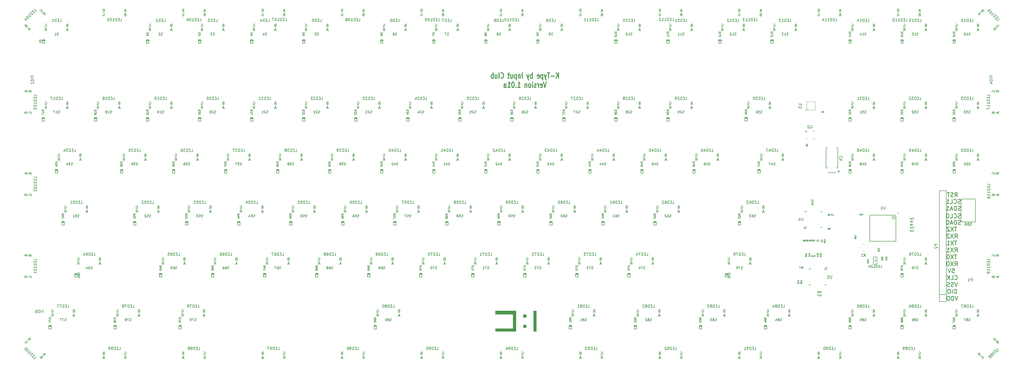
<source format=gbo>
G04 #@! TF.GenerationSoftware,KiCad,Pcbnew,(2017-04-15 revision 60310b3d3)-makepkg*
G04 #@! TF.CreationDate,2017-04-19T10:34:45-04:00*
G04 #@! TF.ProjectId,KType,4B547970652E6B696361645F70636200,1.01a*
G04 #@! TF.FileFunction,Legend,Bot*
G04 #@! TF.FilePolarity,Positive*
%FSLAX46Y46*%
G04 Gerber Fmt 4.6, Leading zero omitted, Abs format (unit mm)*
G04 Created by KiCad (PCBNEW (2017-04-15 revision 60310b3d3)-makepkg) date 04/19/17 10:34:45*
%MOMM*%
%LPD*%
G01*
G04 APERTURE LIST*
%ADD10C,0.150000*%
%ADD11C,0.254000*%
%ADD12C,0.304800*%
%ADD13C,0.200000*%
%ADD14C,0.127000*%
%ADD15C,0.100000*%
%ADD16C,0.149860*%
%ADD17C,0.010000*%
G04 APERTURE END LIST*
D10*
D11*
X372178285Y-109899857D02*
X371960571Y-109972428D01*
X371597714Y-109972428D01*
X371452571Y-109899857D01*
X371380000Y-109827285D01*
X371307428Y-109682142D01*
X371307428Y-109537000D01*
X371380000Y-109391857D01*
X371452571Y-109319285D01*
X371597714Y-109246714D01*
X371888000Y-109174142D01*
X372033142Y-109101571D01*
X372105714Y-109029000D01*
X372178285Y-108883857D01*
X372178285Y-108738714D01*
X372105714Y-108593571D01*
X372033142Y-108521000D01*
X371888000Y-108448428D01*
X371525142Y-108448428D01*
X371307428Y-108521000D01*
X370654285Y-109972428D02*
X370654285Y-108448428D01*
X370291428Y-108448428D01*
X370073714Y-108521000D01*
X369928571Y-108666142D01*
X369856000Y-108811285D01*
X369783428Y-109101571D01*
X369783428Y-109319285D01*
X369856000Y-109609571D01*
X369928571Y-109754714D01*
X370073714Y-109899857D01*
X370291428Y-109972428D01*
X370654285Y-109972428D01*
X369202857Y-109537000D02*
X368477142Y-109537000D01*
X369348000Y-109972428D02*
X368840000Y-108448428D01*
X368332000Y-109972428D01*
X367533714Y-108448428D02*
X367388571Y-108448428D01*
X367243428Y-108521000D01*
X367170857Y-108593571D01*
X367098285Y-108738714D01*
X367025714Y-109029000D01*
X367025714Y-109391857D01*
X367098285Y-109682142D01*
X367170857Y-109827285D01*
X367243428Y-109899857D01*
X367388571Y-109972428D01*
X367533714Y-109972428D01*
X367678857Y-109899857D01*
X367751428Y-109827285D01*
X367824000Y-109682142D01*
X367896571Y-109391857D01*
X367896571Y-109029000D01*
X367824000Y-108738714D01*
X367751428Y-108593571D01*
X367678857Y-108521000D01*
X367533714Y-108448428D01*
X372142000Y-107486857D02*
X371924285Y-107559428D01*
X371561428Y-107559428D01*
X371416285Y-107486857D01*
X371343714Y-107414285D01*
X371271142Y-107269142D01*
X371271142Y-107124000D01*
X371343714Y-106978857D01*
X371416285Y-106906285D01*
X371561428Y-106833714D01*
X371851714Y-106761142D01*
X371996857Y-106688571D01*
X372069428Y-106616000D01*
X372142000Y-106470857D01*
X372142000Y-106325714D01*
X372069428Y-106180571D01*
X371996857Y-106108000D01*
X371851714Y-106035428D01*
X371488857Y-106035428D01*
X371271142Y-106108000D01*
X369747142Y-107414285D02*
X369819714Y-107486857D01*
X370037428Y-107559428D01*
X370182571Y-107559428D01*
X370400285Y-107486857D01*
X370545428Y-107341714D01*
X370618000Y-107196571D01*
X370690571Y-106906285D01*
X370690571Y-106688571D01*
X370618000Y-106398285D01*
X370545428Y-106253142D01*
X370400285Y-106108000D01*
X370182571Y-106035428D01*
X370037428Y-106035428D01*
X369819714Y-106108000D01*
X369747142Y-106180571D01*
X368368285Y-107559428D02*
X369094000Y-107559428D01*
X369094000Y-106035428D01*
X367570000Y-106035428D02*
X367424857Y-106035428D01*
X367279714Y-106108000D01*
X367207142Y-106180571D01*
X367134571Y-106325714D01*
X367062000Y-106616000D01*
X367062000Y-106978857D01*
X367134571Y-107269142D01*
X367207142Y-107414285D01*
X367279714Y-107486857D01*
X367424857Y-107559428D01*
X367570000Y-107559428D01*
X367715142Y-107486857D01*
X367787714Y-107414285D01*
X367860285Y-107269142D01*
X367932857Y-106978857D01*
X367932857Y-106616000D01*
X367860285Y-106325714D01*
X367787714Y-106180571D01*
X367715142Y-106108000D01*
X367570000Y-106035428D01*
X370055571Y-99812428D02*
X370563571Y-99086714D01*
X370926428Y-99812428D02*
X370926428Y-98288428D01*
X370345857Y-98288428D01*
X370200714Y-98361000D01*
X370128142Y-98433571D01*
X370055571Y-98578714D01*
X370055571Y-98796428D01*
X370128142Y-98941571D01*
X370200714Y-99014142D01*
X370345857Y-99086714D01*
X370926428Y-99086714D01*
X369475000Y-99739857D02*
X369257285Y-99812428D01*
X368894428Y-99812428D01*
X368749285Y-99739857D01*
X368676714Y-99667285D01*
X368604142Y-99522142D01*
X368604142Y-99377000D01*
X368676714Y-99231857D01*
X368749285Y-99159285D01*
X368894428Y-99086714D01*
X369184714Y-99014142D01*
X369329857Y-98941571D01*
X369402428Y-98869000D01*
X369475000Y-98723857D01*
X369475000Y-98578714D01*
X369402428Y-98433571D01*
X369329857Y-98361000D01*
X369184714Y-98288428D01*
X368821857Y-98288428D01*
X368604142Y-98361000D01*
X368168714Y-98288428D02*
X367297857Y-98288428D01*
X367733285Y-99812428D02*
X367733285Y-98288428D01*
X372142000Y-102152857D02*
X371924285Y-102225428D01*
X371561428Y-102225428D01*
X371416285Y-102152857D01*
X371343714Y-102080285D01*
X371271142Y-101935142D01*
X371271142Y-101790000D01*
X371343714Y-101644857D01*
X371416285Y-101572285D01*
X371561428Y-101499714D01*
X371851714Y-101427142D01*
X371996857Y-101354571D01*
X372069428Y-101282000D01*
X372142000Y-101136857D01*
X372142000Y-100991714D01*
X372069428Y-100846571D01*
X371996857Y-100774000D01*
X371851714Y-100701428D01*
X371488857Y-100701428D01*
X371271142Y-100774000D01*
X369747142Y-102080285D02*
X369819714Y-102152857D01*
X370037428Y-102225428D01*
X370182571Y-102225428D01*
X370400285Y-102152857D01*
X370545428Y-102007714D01*
X370618000Y-101862571D01*
X370690571Y-101572285D01*
X370690571Y-101354571D01*
X370618000Y-101064285D01*
X370545428Y-100919142D01*
X370400285Y-100774000D01*
X370182571Y-100701428D01*
X370037428Y-100701428D01*
X369819714Y-100774000D01*
X369747142Y-100846571D01*
X368368285Y-102225428D02*
X369094000Y-102225428D01*
X369094000Y-100701428D01*
X367062000Y-102225428D02*
X367932857Y-102225428D01*
X367497428Y-102225428D02*
X367497428Y-100701428D01*
X367642571Y-100919142D01*
X367787714Y-101064285D01*
X367932857Y-101136857D01*
X372178285Y-104692857D02*
X371960571Y-104765428D01*
X371597714Y-104765428D01*
X371452571Y-104692857D01*
X371380000Y-104620285D01*
X371307428Y-104475142D01*
X371307428Y-104330000D01*
X371380000Y-104184857D01*
X371452571Y-104112285D01*
X371597714Y-104039714D01*
X371888000Y-103967142D01*
X372033142Y-103894571D01*
X372105714Y-103822000D01*
X372178285Y-103676857D01*
X372178285Y-103531714D01*
X372105714Y-103386571D01*
X372033142Y-103314000D01*
X371888000Y-103241428D01*
X371525142Y-103241428D01*
X371307428Y-103314000D01*
X370654285Y-104765428D02*
X370654285Y-103241428D01*
X370291428Y-103241428D01*
X370073714Y-103314000D01*
X369928571Y-103459142D01*
X369856000Y-103604285D01*
X369783428Y-103894571D01*
X369783428Y-104112285D01*
X369856000Y-104402571D01*
X369928571Y-104547714D01*
X370073714Y-104692857D01*
X370291428Y-104765428D01*
X370654285Y-104765428D01*
X369202857Y-104330000D02*
X368477142Y-104330000D01*
X369348000Y-104765428D02*
X368840000Y-103241428D01*
X368332000Y-104765428D01*
X367025714Y-104765428D02*
X367896571Y-104765428D01*
X367461142Y-104765428D02*
X367461142Y-103241428D01*
X367606285Y-103459142D01*
X367751428Y-103604285D01*
X367896571Y-103676857D01*
X370853857Y-110861428D02*
X369983000Y-110861428D01*
X370418428Y-112385428D02*
X370418428Y-110861428D01*
X369620142Y-110861428D02*
X368604142Y-112385428D01*
X368604142Y-110861428D02*
X369620142Y-112385428D01*
X368096142Y-111006571D02*
X368023571Y-110934000D01*
X367878428Y-110861428D01*
X367515571Y-110861428D01*
X367370428Y-110934000D01*
X367297857Y-111006571D01*
X367225285Y-111151714D01*
X367225285Y-111296857D01*
X367297857Y-111514571D01*
X368168714Y-112385428D01*
X367225285Y-112385428D01*
X370073714Y-114925428D02*
X370581714Y-114199714D01*
X370944571Y-114925428D02*
X370944571Y-113401428D01*
X370364000Y-113401428D01*
X370218857Y-113474000D01*
X370146285Y-113546571D01*
X370073714Y-113691714D01*
X370073714Y-113909428D01*
X370146285Y-114054571D01*
X370218857Y-114127142D01*
X370364000Y-114199714D01*
X370944571Y-114199714D01*
X369565714Y-113401428D02*
X368549714Y-114925428D01*
X368549714Y-113401428D02*
X369565714Y-114925428D01*
X368041714Y-113546571D02*
X367969142Y-113474000D01*
X367824000Y-113401428D01*
X367461142Y-113401428D01*
X367316000Y-113474000D01*
X367243428Y-113546571D01*
X367170857Y-113691714D01*
X367170857Y-113836857D01*
X367243428Y-114054571D01*
X368114285Y-114925428D01*
X367170857Y-114925428D01*
X370853857Y-115941428D02*
X369983000Y-115941428D01*
X370418428Y-117465428D02*
X370418428Y-115941428D01*
X369620142Y-115941428D02*
X368604142Y-117465428D01*
X368604142Y-115941428D02*
X369620142Y-117465428D01*
X367225285Y-117465428D02*
X368096142Y-117465428D01*
X367660714Y-117465428D02*
X367660714Y-115941428D01*
X367805857Y-116159142D01*
X367951000Y-116304285D01*
X368096142Y-116376857D01*
X370073714Y-120005428D02*
X370581714Y-119279714D01*
X370944571Y-120005428D02*
X370944571Y-118481428D01*
X370364000Y-118481428D01*
X370218857Y-118554000D01*
X370146285Y-118626571D01*
X370073714Y-118771714D01*
X370073714Y-118989428D01*
X370146285Y-119134571D01*
X370218857Y-119207142D01*
X370364000Y-119279714D01*
X370944571Y-119279714D01*
X369565714Y-118481428D02*
X368549714Y-120005428D01*
X368549714Y-118481428D02*
X369565714Y-120005428D01*
X367170857Y-120005428D02*
X368041714Y-120005428D01*
X367606285Y-120005428D02*
X367606285Y-118481428D01*
X367751428Y-118699142D01*
X367896571Y-118844285D01*
X368041714Y-118916857D01*
X370853857Y-121021428D02*
X369983000Y-121021428D01*
X370418428Y-122545428D02*
X370418428Y-121021428D01*
X369620142Y-121021428D02*
X368604142Y-122545428D01*
X368604142Y-121021428D02*
X369620142Y-122545428D01*
X367733285Y-121021428D02*
X367588142Y-121021428D01*
X367443000Y-121094000D01*
X367370428Y-121166571D01*
X367297857Y-121311714D01*
X367225285Y-121602000D01*
X367225285Y-121964857D01*
X367297857Y-122255142D01*
X367370428Y-122400285D01*
X367443000Y-122472857D01*
X367588142Y-122545428D01*
X367733285Y-122545428D01*
X367878428Y-122472857D01*
X367951000Y-122400285D01*
X368023571Y-122255142D01*
X368096142Y-121964857D01*
X368096142Y-121602000D01*
X368023571Y-121311714D01*
X367951000Y-121166571D01*
X367878428Y-121094000D01*
X367733285Y-121021428D01*
X370073714Y-125085428D02*
X370581714Y-124359714D01*
X370944571Y-125085428D02*
X370944571Y-123561428D01*
X370364000Y-123561428D01*
X370218857Y-123634000D01*
X370146285Y-123706571D01*
X370073714Y-123851714D01*
X370073714Y-124069428D01*
X370146285Y-124214571D01*
X370218857Y-124287142D01*
X370364000Y-124359714D01*
X370944571Y-124359714D01*
X369565714Y-123561428D02*
X368549714Y-125085428D01*
X368549714Y-123561428D02*
X369565714Y-125085428D01*
X367678857Y-123561428D02*
X367533714Y-123561428D01*
X367388571Y-123634000D01*
X367316000Y-123706571D01*
X367243428Y-123851714D01*
X367170857Y-124142000D01*
X367170857Y-124504857D01*
X367243428Y-124795142D01*
X367316000Y-124940285D01*
X367388571Y-125012857D01*
X367533714Y-125085428D01*
X367678857Y-125085428D01*
X367824000Y-125012857D01*
X367896571Y-124940285D01*
X367969142Y-124795142D01*
X368041714Y-124504857D01*
X368041714Y-124142000D01*
X367969142Y-123851714D01*
X367896571Y-123706571D01*
X367824000Y-123634000D01*
X367678857Y-123561428D01*
X369130285Y-126101428D02*
X369856000Y-126101428D01*
X369928571Y-126827142D01*
X369856000Y-126754571D01*
X369710857Y-126682000D01*
X369348000Y-126682000D01*
X369202857Y-126754571D01*
X369130285Y-126827142D01*
X369057714Y-126972285D01*
X369057714Y-127335142D01*
X369130285Y-127480285D01*
X369202857Y-127552857D01*
X369348000Y-127625428D01*
X369710857Y-127625428D01*
X369856000Y-127552857D01*
X369928571Y-127480285D01*
X368622285Y-126101428D02*
X368114285Y-127625428D01*
X367606285Y-126101428D01*
X370001142Y-130020285D02*
X370073714Y-130092857D01*
X370291428Y-130165428D01*
X370436571Y-130165428D01*
X370654285Y-130092857D01*
X370799428Y-129947714D01*
X370872000Y-129802571D01*
X370944571Y-129512285D01*
X370944571Y-129294571D01*
X370872000Y-129004285D01*
X370799428Y-128859142D01*
X370654285Y-128714000D01*
X370436571Y-128641428D01*
X370291428Y-128641428D01*
X370073714Y-128714000D01*
X370001142Y-128786571D01*
X368622285Y-130165428D02*
X369348000Y-130165428D01*
X369348000Y-128641428D01*
X368114285Y-130165428D02*
X368114285Y-128641428D01*
X367243428Y-130165428D02*
X367896571Y-129294571D01*
X367243428Y-128641428D02*
X368114285Y-129512285D01*
X371053428Y-131181428D02*
X370545428Y-132705428D01*
X370037428Y-131181428D01*
X369602000Y-132632857D02*
X369384285Y-132705428D01*
X369021428Y-132705428D01*
X368876285Y-132632857D01*
X368803714Y-132560285D01*
X368731142Y-132415142D01*
X368731142Y-132270000D01*
X368803714Y-132124857D01*
X368876285Y-132052285D01*
X369021428Y-131979714D01*
X369311714Y-131907142D01*
X369456857Y-131834571D01*
X369529428Y-131762000D01*
X369602000Y-131616857D01*
X369602000Y-131471714D01*
X369529428Y-131326571D01*
X369456857Y-131254000D01*
X369311714Y-131181428D01*
X368948857Y-131181428D01*
X368731142Y-131254000D01*
X368150571Y-132632857D02*
X367932857Y-132705428D01*
X367570000Y-132705428D01*
X367424857Y-132632857D01*
X367352285Y-132560285D01*
X367279714Y-132415142D01*
X367279714Y-132270000D01*
X367352285Y-132124857D01*
X367424857Y-132052285D01*
X367570000Y-131979714D01*
X367860285Y-131907142D01*
X368005428Y-131834571D01*
X368078000Y-131762000D01*
X368150571Y-131616857D01*
X368150571Y-131471714D01*
X368078000Y-131326571D01*
X368005428Y-131254000D01*
X367860285Y-131181428D01*
X367497428Y-131181428D01*
X367279714Y-131254000D01*
X370654285Y-135245428D02*
X370654285Y-133721428D01*
X370291428Y-133721428D01*
X370073714Y-133794000D01*
X369928571Y-133939142D01*
X369856000Y-134084285D01*
X369783428Y-134374571D01*
X369783428Y-134592285D01*
X369856000Y-134882571D01*
X369928571Y-135027714D01*
X370073714Y-135172857D01*
X370291428Y-135245428D01*
X370654285Y-135245428D01*
X369130285Y-135245428D02*
X369130285Y-133721428D01*
X368114285Y-133721428D02*
X367824000Y-133721428D01*
X367678857Y-133794000D01*
X367533714Y-133939142D01*
X367461142Y-134229428D01*
X367461142Y-134737428D01*
X367533714Y-135027714D01*
X367678857Y-135172857D01*
X367824000Y-135245428D01*
X368114285Y-135245428D01*
X368259428Y-135172857D01*
X368404571Y-135027714D01*
X368477142Y-134737428D01*
X368477142Y-134229428D01*
X368404571Y-133939142D01*
X368259428Y-133794000D01*
X368114285Y-133721428D01*
X371126000Y-136261428D02*
X370618000Y-137785428D01*
X370110000Y-136261428D01*
X369602000Y-137785428D02*
X369602000Y-136261428D01*
X369239142Y-136261428D01*
X369021428Y-136334000D01*
X368876285Y-136479142D01*
X368803714Y-136624285D01*
X368731142Y-136914571D01*
X368731142Y-137132285D01*
X368803714Y-137422571D01*
X368876285Y-137567714D01*
X369021428Y-137712857D01*
X369239142Y-137785428D01*
X369602000Y-137785428D01*
X368078000Y-137785428D02*
X368078000Y-136261428D01*
X367715142Y-136261428D01*
X367497428Y-136334000D01*
X367352285Y-136479142D01*
X367279714Y-136624285D01*
X367207142Y-136914571D01*
X367207142Y-137132285D01*
X367279714Y-137422571D01*
X367352285Y-137567714D01*
X367497428Y-137712857D01*
X367715142Y-137785428D01*
X368078000Y-137785428D01*
D12*
X224989571Y-56392838D02*
X224989571Y-54360838D01*
X224118714Y-56392838D02*
X224771857Y-55231695D01*
X224118714Y-54360838D02*
X224989571Y-55521980D01*
X223465571Y-55618742D02*
X222304428Y-55618742D01*
X221796428Y-54360838D02*
X220925571Y-54360838D01*
X221361000Y-56392838D02*
X221361000Y-54360838D01*
X220562714Y-55038171D02*
X220199857Y-56392838D01*
X219837000Y-55038171D02*
X220199857Y-56392838D01*
X220345000Y-56876647D01*
X220417571Y-56973409D01*
X220562714Y-57070171D01*
X219256428Y-55038171D02*
X219256428Y-57070171D01*
X219256428Y-55134933D02*
X219111285Y-55038171D01*
X218821000Y-55038171D01*
X218675857Y-55134933D01*
X218603285Y-55231695D01*
X218530714Y-55425219D01*
X218530714Y-56005790D01*
X218603285Y-56199314D01*
X218675857Y-56296076D01*
X218821000Y-56392838D01*
X219111285Y-56392838D01*
X219256428Y-56296076D01*
X217297000Y-56296076D02*
X217442142Y-56392838D01*
X217732428Y-56392838D01*
X217877571Y-56296076D01*
X217950142Y-56102552D01*
X217950142Y-55328457D01*
X217877571Y-55134933D01*
X217732428Y-55038171D01*
X217442142Y-55038171D01*
X217297000Y-55134933D01*
X217224428Y-55328457D01*
X217224428Y-55521980D01*
X217950142Y-55715504D01*
X215410142Y-56392838D02*
X215410142Y-54360838D01*
X215410142Y-55134933D02*
X215265000Y-55038171D01*
X214974714Y-55038171D01*
X214829571Y-55134933D01*
X214757000Y-55231695D01*
X214684428Y-55425219D01*
X214684428Y-56005790D01*
X214757000Y-56199314D01*
X214829571Y-56296076D01*
X214974714Y-56392838D01*
X215265000Y-56392838D01*
X215410142Y-56296076D01*
X214176428Y-55038171D02*
X213813571Y-56392838D01*
X213450714Y-55038171D02*
X213813571Y-56392838D01*
X213958714Y-56876647D01*
X214031285Y-56973409D01*
X214176428Y-57070171D01*
X211709000Y-56392838D02*
X211709000Y-54360838D01*
X210983285Y-55038171D02*
X210983285Y-56392838D01*
X210983285Y-55231695D02*
X210910714Y-55134933D01*
X210765571Y-55038171D01*
X210547857Y-55038171D01*
X210402714Y-55134933D01*
X210330142Y-55328457D01*
X210330142Y-56392838D01*
X209604428Y-55038171D02*
X209604428Y-57070171D01*
X209604428Y-55134933D02*
X209459285Y-55038171D01*
X209169000Y-55038171D01*
X209023857Y-55134933D01*
X208951285Y-55231695D01*
X208878714Y-55425219D01*
X208878714Y-56005790D01*
X208951285Y-56199314D01*
X209023857Y-56296076D01*
X209169000Y-56392838D01*
X209459285Y-56392838D01*
X209604428Y-56296076D01*
X207572428Y-55038171D02*
X207572428Y-56392838D01*
X208225571Y-55038171D02*
X208225571Y-56102552D01*
X208153000Y-56296076D01*
X208007857Y-56392838D01*
X207790142Y-56392838D01*
X207645000Y-56296076D01*
X207572428Y-56199314D01*
X207064428Y-55038171D02*
X206483857Y-55038171D01*
X206846714Y-54360838D02*
X206846714Y-56102552D01*
X206774142Y-56296076D01*
X206629000Y-56392838D01*
X206483857Y-56392838D01*
X203943857Y-56199314D02*
X204016428Y-56296076D01*
X204234142Y-56392838D01*
X204379285Y-56392838D01*
X204597000Y-56296076D01*
X204742142Y-56102552D01*
X204814714Y-55909028D01*
X204887285Y-55521980D01*
X204887285Y-55231695D01*
X204814714Y-54844647D01*
X204742142Y-54651123D01*
X204597000Y-54457600D01*
X204379285Y-54360838D01*
X204234142Y-54360838D01*
X204016428Y-54457600D01*
X203943857Y-54554361D01*
X203073000Y-56392838D02*
X203218142Y-56296076D01*
X203290714Y-56102552D01*
X203290714Y-54360838D01*
X201839285Y-55038171D02*
X201839285Y-56392838D01*
X202492428Y-55038171D02*
X202492428Y-56102552D01*
X202419857Y-56296076D01*
X202274714Y-56392838D01*
X202057000Y-56392838D01*
X201911857Y-56296076D01*
X201839285Y-56199314D01*
X201113571Y-56392838D02*
X201113571Y-54360838D01*
X201113571Y-55134933D02*
X200968428Y-55038171D01*
X200678142Y-55038171D01*
X200533000Y-55134933D01*
X200460428Y-55231695D01*
X200387857Y-55425219D01*
X200387857Y-56005790D01*
X200460428Y-56199314D01*
X200533000Y-56296076D01*
X200678142Y-56392838D01*
X200968428Y-56392838D01*
X201113571Y-56296076D01*
X220526428Y-57713638D02*
X220018428Y-59745638D01*
X219510428Y-57713638D01*
X218421857Y-59648876D02*
X218567000Y-59745638D01*
X218857285Y-59745638D01*
X219002428Y-59648876D01*
X219075000Y-59455352D01*
X219075000Y-58681257D01*
X219002428Y-58487733D01*
X218857285Y-58390971D01*
X218567000Y-58390971D01*
X218421857Y-58487733D01*
X218349285Y-58681257D01*
X218349285Y-58874780D01*
X219075000Y-59068304D01*
X217696142Y-59745638D02*
X217696142Y-58390971D01*
X217696142Y-58778019D02*
X217623571Y-58584495D01*
X217551000Y-58487733D01*
X217405857Y-58390971D01*
X217260714Y-58390971D01*
X216825285Y-59648876D02*
X216680142Y-59745638D01*
X216389857Y-59745638D01*
X216244714Y-59648876D01*
X216172142Y-59455352D01*
X216172142Y-59358590D01*
X216244714Y-59165066D01*
X216389857Y-59068304D01*
X216607571Y-59068304D01*
X216752714Y-58971542D01*
X216825285Y-58778019D01*
X216825285Y-58681257D01*
X216752714Y-58487733D01*
X216607571Y-58390971D01*
X216389857Y-58390971D01*
X216244714Y-58487733D01*
X215519000Y-59745638D02*
X215519000Y-58390971D01*
X215519000Y-57713638D02*
X215591571Y-57810400D01*
X215519000Y-57907161D01*
X215446428Y-57810400D01*
X215519000Y-57713638D01*
X215519000Y-57907161D01*
X214575571Y-59745638D02*
X214720714Y-59648876D01*
X214793285Y-59552114D01*
X214865857Y-59358590D01*
X214865857Y-58778019D01*
X214793285Y-58584495D01*
X214720714Y-58487733D01*
X214575571Y-58390971D01*
X214357857Y-58390971D01*
X214212714Y-58487733D01*
X214140142Y-58584495D01*
X214067571Y-58778019D01*
X214067571Y-59358590D01*
X214140142Y-59552114D01*
X214212714Y-59648876D01*
X214357857Y-59745638D01*
X214575571Y-59745638D01*
X213414428Y-58390971D02*
X213414428Y-59745638D01*
X213414428Y-58584495D02*
X213341857Y-58487733D01*
X213196714Y-58390971D01*
X212979000Y-58390971D01*
X212833857Y-58487733D01*
X212761285Y-58681257D01*
X212761285Y-59745638D01*
X210076142Y-59745638D02*
X210947000Y-59745638D01*
X210511571Y-59745638D02*
X210511571Y-57713638D01*
X210656714Y-58003923D01*
X210801857Y-58197447D01*
X210947000Y-58294209D01*
X209423000Y-59552114D02*
X209350428Y-59648876D01*
X209423000Y-59745638D01*
X209495571Y-59648876D01*
X209423000Y-59552114D01*
X209423000Y-59745638D01*
X208407000Y-57713638D02*
X208261857Y-57713638D01*
X208116714Y-57810400D01*
X208044142Y-57907161D01*
X207971571Y-58100685D01*
X207899000Y-58487733D01*
X207899000Y-58971542D01*
X207971571Y-59358590D01*
X208044142Y-59552114D01*
X208116714Y-59648876D01*
X208261857Y-59745638D01*
X208407000Y-59745638D01*
X208552142Y-59648876D01*
X208624714Y-59552114D01*
X208697285Y-59358590D01*
X208769857Y-58971542D01*
X208769857Y-58487733D01*
X208697285Y-58100685D01*
X208624714Y-57907161D01*
X208552142Y-57810400D01*
X208407000Y-57713638D01*
X206447571Y-59745638D02*
X207318428Y-59745638D01*
X206883000Y-59745638D02*
X206883000Y-57713638D01*
X207028142Y-58003923D01*
X207173285Y-58197447D01*
X207318428Y-58294209D01*
X205141285Y-59745638D02*
X205141285Y-58681257D01*
X205213857Y-58487733D01*
X205359000Y-58390971D01*
X205649285Y-58390971D01*
X205794428Y-58487733D01*
X205141285Y-59648876D02*
X205286428Y-59745638D01*
X205649285Y-59745638D01*
X205794428Y-59648876D01*
X205867000Y-59455352D01*
X205867000Y-59261828D01*
X205794428Y-59068304D01*
X205649285Y-58971542D01*
X205286428Y-58971542D01*
X205141285Y-58874780D01*
D10*
X323413000Y-126022000D02*
G75*
G03X323413000Y-126022000I-300000J0D01*
G01*
X322413000Y-126222000D02*
X322913000Y-126722000D01*
X316913000Y-126222000D02*
X316913000Y-126622000D01*
X316913000Y-132222000D02*
X317313000Y-132222000D01*
X316913000Y-131822000D02*
X316913000Y-132222000D01*
X322913000Y-132222000D02*
X322513000Y-132222000D01*
X322913000Y-131822000D02*
X322913000Y-132222000D01*
X317313000Y-126222000D02*
X316913000Y-126222000D01*
X315489000Y-111340000D02*
G75*
G03X315489000Y-111340000I-300000J0D01*
G01*
X315889000Y-111140000D02*
X315389000Y-110640000D01*
X321389000Y-111140000D02*
X321389000Y-110740000D01*
X321389000Y-105140000D02*
X320989000Y-105140000D01*
X321389000Y-105540000D02*
X321389000Y-105140000D01*
X315389000Y-105140000D02*
X315789000Y-105140000D01*
X315389000Y-105540000D02*
X315389000Y-105140000D01*
X320989000Y-111140000D02*
X321389000Y-111140000D01*
D13*
X327270000Y-89184500D02*
X327270000Y-81884500D01*
X322970000Y-81884500D02*
X322970000Y-89184500D01*
X327270000Y-81884500D02*
X326670000Y-81884500D01*
X322970000Y-81884500D02*
X323570000Y-81884500D01*
X322970000Y-89184500D02*
X323570000Y-89184500D01*
X327270000Y-89184500D02*
X326670000Y-89184500D01*
X327120000Y-90534500D02*
X328120000Y-90534500D01*
X327620000Y-91034500D02*
X327620000Y-90034500D01*
X326620000Y-91034500D02*
X323620000Y-91034500D01*
D14*
X372463000Y-109038000D02*
X377663000Y-109038000D01*
X372463000Y-100638000D02*
X372463000Y-109038000D01*
X377663000Y-100638000D02*
X372463000Y-100638000D01*
X377663000Y-109038000D02*
X377663000Y-100638000D01*
D15*
X318605000Y-78734200D02*
X318055000Y-78734200D01*
X318605000Y-78734200D02*
X318605000Y-78184200D01*
X315505000Y-78734200D02*
X316055000Y-78734200D01*
X315505000Y-78734200D02*
X315505000Y-78184200D01*
X318605000Y-75634200D02*
X318605000Y-76184200D01*
X318605000Y-75634200D02*
X318055000Y-75634200D01*
X315505000Y-75634200D02*
X316055000Y-75634200D01*
X315505000Y-75634200D02*
X315505000Y-76184200D01*
X316035278Y-75984200D02*
G75*
G03X316035278Y-75984200I-180278J0D01*
G01*
X315405000Y-75434200D02*
G75*
G03X315405000Y-75434200I-100000J0D01*
G01*
D14*
X259900000Y-110188000D02*
X259900000Y-108888000D01*
X260800000Y-110188000D02*
X259900000Y-110188000D01*
X260800000Y-108888000D02*
X260800000Y-110188000D01*
X259900000Y-108888000D02*
X260800000Y-108888000D01*
X260800000Y-109313000D02*
X259900000Y-109313000D01*
X260350000Y-108963000D02*
X260800000Y-109313000D01*
X259900000Y-109313000D02*
X260350000Y-108963000D01*
X369438000Y-148288000D02*
X369438000Y-146988000D01*
X370338000Y-148288000D02*
X369438000Y-148288000D01*
X370338000Y-146988000D02*
X370338000Y-148288000D01*
X369438000Y-146988000D02*
X370338000Y-146988000D01*
X370338000Y-147413000D02*
X369438000Y-147413000D01*
X369888000Y-147063000D02*
X370338000Y-147413000D01*
X369438000Y-147413000D02*
X369888000Y-147063000D01*
X350388000Y-148288000D02*
X350388000Y-146988000D01*
X351288000Y-148288000D02*
X350388000Y-148288000D01*
X351288000Y-146988000D02*
X351288000Y-148288000D01*
X350388000Y-146988000D02*
X351288000Y-146988000D01*
X351288000Y-147413000D02*
X350388000Y-147413000D01*
X350838000Y-147063000D02*
X351288000Y-147413000D01*
X350388000Y-147413000D02*
X350838000Y-147063000D01*
X331338000Y-148288000D02*
X331338000Y-146988000D01*
X332238000Y-148288000D02*
X331338000Y-148288000D01*
X332238000Y-146988000D02*
X332238000Y-148288000D01*
X331338000Y-146988000D02*
X332238000Y-146988000D01*
X332238000Y-147413000D02*
X331338000Y-147413000D01*
X331788000Y-147063000D02*
X332238000Y-147413000D01*
X331338000Y-147413000D02*
X331788000Y-147063000D01*
X300381000Y-148288000D02*
X300381000Y-146988000D01*
X301281000Y-148288000D02*
X300381000Y-148288000D01*
X301281000Y-146988000D02*
X301281000Y-148288000D01*
X300381000Y-146988000D02*
X301281000Y-146988000D01*
X301281000Y-147413000D02*
X300381000Y-147413000D01*
X300831000Y-147063000D02*
X301281000Y-147413000D01*
X300381000Y-147413000D02*
X300831000Y-147063000D01*
X276569000Y-148288000D02*
X276569000Y-146988000D01*
X277469000Y-148288000D02*
X276569000Y-148288000D01*
X277469000Y-146988000D02*
X277469000Y-148288000D01*
X276569000Y-146988000D02*
X277469000Y-146988000D01*
X277469000Y-147413000D02*
X276569000Y-147413000D01*
X277019000Y-147063000D02*
X277469000Y-147413000D01*
X276569000Y-147413000D02*
X277019000Y-147063000D01*
X252756000Y-148288000D02*
X252756000Y-146988000D01*
X253656000Y-148288000D02*
X252756000Y-148288000D01*
X253656000Y-146988000D02*
X253656000Y-148288000D01*
X252756000Y-146988000D02*
X253656000Y-146988000D01*
X253656000Y-147413000D02*
X252756000Y-147413000D01*
X253206000Y-147063000D02*
X253656000Y-147413000D01*
X252756000Y-147413000D02*
X253206000Y-147063000D01*
X228944000Y-148288000D02*
X228944000Y-146988000D01*
X229844000Y-148288000D02*
X228944000Y-148288000D01*
X229844000Y-146988000D02*
X229844000Y-148288000D01*
X228944000Y-146988000D02*
X229844000Y-146988000D01*
X229844000Y-147413000D02*
X228944000Y-147413000D01*
X229394000Y-147063000D02*
X229844000Y-147413000D01*
X228944000Y-147413000D02*
X229394000Y-147063000D01*
X157506000Y-148288000D02*
X157506000Y-146988000D01*
X158406000Y-148288000D02*
X157506000Y-148288000D01*
X158406000Y-146988000D02*
X158406000Y-148288000D01*
X157506000Y-146988000D02*
X158406000Y-146988000D01*
X158406000Y-147413000D02*
X157506000Y-147413000D01*
X157956000Y-147063000D02*
X158406000Y-147413000D01*
X157506000Y-147413000D02*
X157956000Y-147063000D01*
X86068800Y-148288000D02*
X86068800Y-146988000D01*
X86968800Y-148288000D02*
X86068800Y-148288000D01*
X86968800Y-146988000D02*
X86968800Y-148288000D01*
X86068800Y-146988000D02*
X86968800Y-146988000D01*
X86968800Y-147413000D02*
X86068800Y-147413000D01*
X86518800Y-147063000D02*
X86968800Y-147413000D01*
X86068800Y-147413000D02*
X86518800Y-147063000D01*
X62256200Y-148288000D02*
X62256200Y-146988000D01*
X63156200Y-148288000D02*
X62256200Y-148288000D01*
X63156200Y-146988000D02*
X63156200Y-148288000D01*
X62256200Y-146988000D02*
X63156200Y-146988000D01*
X63156200Y-147413000D02*
X62256200Y-147413000D01*
X62706200Y-147063000D02*
X63156200Y-147413000D01*
X62256200Y-147413000D02*
X62706200Y-147063000D01*
X38443800Y-148288000D02*
X38443800Y-146988000D01*
X39343800Y-148288000D02*
X38443800Y-148288000D01*
X39343800Y-146988000D02*
X39343800Y-148288000D01*
X38443800Y-146988000D02*
X39343800Y-146988000D01*
X39343800Y-147413000D02*
X38443800Y-147413000D01*
X38893800Y-147063000D02*
X39343800Y-147413000D01*
X38443800Y-147413000D02*
X38893800Y-147063000D01*
X350388000Y-129238000D02*
X350388000Y-127938000D01*
X351288000Y-129238000D02*
X350388000Y-129238000D01*
X351288000Y-127938000D02*
X351288000Y-129238000D01*
X350388000Y-127938000D02*
X351288000Y-127938000D01*
X351288000Y-128363000D02*
X350388000Y-128363000D01*
X350838000Y-128013000D02*
X351288000Y-128363000D01*
X350388000Y-128363000D02*
X350838000Y-128013000D01*
X286062000Y-129301000D02*
X286062000Y-128001000D01*
X286962000Y-129301000D02*
X286062000Y-129301000D01*
X286962000Y-128001000D02*
X286962000Y-129301000D01*
X286062000Y-128001000D02*
X286962000Y-128001000D01*
X286962000Y-128426000D02*
X286062000Y-128426000D01*
X286512000Y-128076000D02*
X286962000Y-128426000D01*
X286062000Y-128426000D02*
X286512000Y-128076000D01*
X250375000Y-129238000D02*
X250375000Y-127938000D01*
X251275000Y-129238000D02*
X250375000Y-129238000D01*
X251275000Y-127938000D02*
X251275000Y-129238000D01*
X250375000Y-127938000D02*
X251275000Y-127938000D01*
X251275000Y-128363000D02*
X250375000Y-128363000D01*
X250825000Y-128013000D02*
X251275000Y-128363000D01*
X250375000Y-128363000D02*
X250825000Y-128013000D01*
X231325000Y-129238000D02*
X231325000Y-127938000D01*
X232225000Y-129238000D02*
X231325000Y-129238000D01*
X232225000Y-127938000D02*
X232225000Y-129238000D01*
X231325000Y-127938000D02*
X232225000Y-127938000D01*
X232225000Y-128363000D02*
X231325000Y-128363000D01*
X231775000Y-128013000D02*
X232225000Y-128363000D01*
X231325000Y-128363000D02*
X231775000Y-128013000D01*
X212275000Y-129238000D02*
X212275000Y-127938000D01*
X213175000Y-129238000D02*
X212275000Y-129238000D01*
X213175000Y-127938000D02*
X213175000Y-129238000D01*
X212275000Y-127938000D02*
X213175000Y-127938000D01*
X213175000Y-128363000D02*
X212275000Y-128363000D01*
X212725000Y-128013000D02*
X213175000Y-128363000D01*
X212275000Y-128363000D02*
X212725000Y-128013000D01*
X193225000Y-129238000D02*
X193225000Y-127938000D01*
X194125000Y-129238000D02*
X193225000Y-129238000D01*
X194125000Y-127938000D02*
X194125000Y-129238000D01*
X193225000Y-127938000D02*
X194125000Y-127938000D01*
X194125000Y-128363000D02*
X193225000Y-128363000D01*
X193675000Y-128013000D02*
X194125000Y-128363000D01*
X193225000Y-128363000D02*
X193675000Y-128013000D01*
X174175000Y-129238000D02*
X174175000Y-127938000D01*
X175075000Y-129238000D02*
X174175000Y-129238000D01*
X175075000Y-127938000D02*
X175075000Y-129238000D01*
X174175000Y-127938000D02*
X175075000Y-127938000D01*
X175075000Y-128363000D02*
X174175000Y-128363000D01*
X174625000Y-128013000D02*
X175075000Y-128363000D01*
X174175000Y-128363000D02*
X174625000Y-128013000D01*
X155125000Y-129238000D02*
X155125000Y-127938000D01*
X156025000Y-129238000D02*
X155125000Y-129238000D01*
X156025000Y-127938000D02*
X156025000Y-129238000D01*
X155125000Y-127938000D02*
X156025000Y-127938000D01*
X156025000Y-128363000D02*
X155125000Y-128363000D01*
X155575000Y-128013000D02*
X156025000Y-128363000D01*
X155125000Y-128363000D02*
X155575000Y-128013000D01*
X136075000Y-129238000D02*
X136075000Y-127938000D01*
X136975000Y-129238000D02*
X136075000Y-129238000D01*
X136975000Y-127938000D02*
X136975000Y-129238000D01*
X136075000Y-127938000D02*
X136975000Y-127938000D01*
X136975000Y-128363000D02*
X136075000Y-128363000D01*
X136525000Y-128013000D02*
X136975000Y-128363000D01*
X136075000Y-128363000D02*
X136525000Y-128013000D01*
X117025000Y-129238000D02*
X117025000Y-127938000D01*
X117925000Y-129238000D02*
X117025000Y-129238000D01*
X117925000Y-127938000D02*
X117925000Y-129238000D01*
X117025000Y-127938000D02*
X117925000Y-127938000D01*
X117925000Y-128363000D02*
X117025000Y-128363000D01*
X117475000Y-128013000D02*
X117925000Y-128363000D01*
X117025000Y-128363000D02*
X117475000Y-128013000D01*
X97975000Y-129238000D02*
X97975000Y-127938000D01*
X98875000Y-129238000D02*
X97975000Y-129238000D01*
X98875000Y-127938000D02*
X98875000Y-129238000D01*
X97975000Y-127938000D02*
X98875000Y-127938000D01*
X98875000Y-128363000D02*
X97975000Y-128363000D01*
X98425000Y-128013000D02*
X98875000Y-128363000D01*
X97975000Y-128363000D02*
X98425000Y-128013000D01*
X78925000Y-129238000D02*
X78925000Y-127938000D01*
X79825000Y-129238000D02*
X78925000Y-129238000D01*
X79825000Y-127938000D02*
X79825000Y-129238000D01*
X78925000Y-127938000D02*
X79825000Y-127938000D01*
X79825000Y-128363000D02*
X78925000Y-128363000D01*
X79375000Y-128013000D02*
X79825000Y-128363000D01*
X78925000Y-128363000D02*
X79375000Y-128013000D01*
X47937000Y-129301000D02*
X47937000Y-128001000D01*
X48837000Y-129301000D02*
X47937000Y-129301000D01*
X48837000Y-128001000D02*
X48837000Y-129301000D01*
X47937000Y-128001000D02*
X48837000Y-128001000D01*
X48837000Y-128426000D02*
X47937000Y-128426000D01*
X48387000Y-128076000D02*
X48837000Y-128426000D01*
X47937000Y-128426000D02*
X48387000Y-128076000D01*
X290855000Y-110188000D02*
X290855000Y-108888000D01*
X291755000Y-110188000D02*
X290855000Y-110188000D01*
X291755000Y-108888000D02*
X291755000Y-110188000D01*
X290855000Y-108888000D02*
X291755000Y-108888000D01*
X291755000Y-109313000D02*
X290855000Y-109313000D01*
X291305000Y-108963000D02*
X291755000Y-109313000D01*
X290855000Y-109313000D02*
X291305000Y-108963000D01*
X240850000Y-110188000D02*
X240850000Y-108888000D01*
X241750000Y-110188000D02*
X240850000Y-110188000D01*
X241750000Y-108888000D02*
X241750000Y-110188000D01*
X240850000Y-108888000D02*
X241750000Y-108888000D01*
X241750000Y-109313000D02*
X240850000Y-109313000D01*
X241300000Y-108963000D02*
X241750000Y-109313000D01*
X240850000Y-109313000D02*
X241300000Y-108963000D01*
X221800000Y-110188000D02*
X221800000Y-108888000D01*
X222700000Y-110188000D02*
X221800000Y-110188000D01*
X222700000Y-108888000D02*
X222700000Y-110188000D01*
X221800000Y-108888000D02*
X222700000Y-108888000D01*
X222700000Y-109313000D02*
X221800000Y-109313000D01*
X222250000Y-108963000D02*
X222700000Y-109313000D01*
X221800000Y-109313000D02*
X222250000Y-108963000D01*
X202750000Y-110188000D02*
X202750000Y-108888000D01*
X203650000Y-110188000D02*
X202750000Y-110188000D01*
X203650000Y-108888000D02*
X203650000Y-110188000D01*
X202750000Y-108888000D02*
X203650000Y-108888000D01*
X203650000Y-109313000D02*
X202750000Y-109313000D01*
X203200000Y-108963000D02*
X203650000Y-109313000D01*
X202750000Y-109313000D02*
X203200000Y-108963000D01*
X183700000Y-110188000D02*
X183700000Y-108888000D01*
X184600000Y-110188000D02*
X183700000Y-110188000D01*
X184600000Y-108888000D02*
X184600000Y-110188000D01*
X183700000Y-108888000D02*
X184600000Y-108888000D01*
X184600000Y-109313000D02*
X183700000Y-109313000D01*
X184150000Y-108963000D02*
X184600000Y-109313000D01*
X183700000Y-109313000D02*
X184150000Y-108963000D01*
X164650000Y-110188000D02*
X164650000Y-108888000D01*
X165550000Y-110188000D02*
X164650000Y-110188000D01*
X165550000Y-108888000D02*
X165550000Y-110188000D01*
X164650000Y-108888000D02*
X165550000Y-108888000D01*
X165550000Y-109313000D02*
X164650000Y-109313000D01*
X165100000Y-108963000D02*
X165550000Y-109313000D01*
X164650000Y-109313000D02*
X165100000Y-108963000D01*
X145600000Y-110188000D02*
X145600000Y-108888000D01*
X146500000Y-110188000D02*
X145600000Y-110188000D01*
X146500000Y-108888000D02*
X146500000Y-110188000D01*
X145600000Y-108888000D02*
X146500000Y-108888000D01*
X146500000Y-109313000D02*
X145600000Y-109313000D01*
X146050000Y-108963000D02*
X146500000Y-109313000D01*
X145600000Y-109313000D02*
X146050000Y-108963000D01*
X126550000Y-110188000D02*
X126550000Y-108888000D01*
X127450000Y-110188000D02*
X126550000Y-110188000D01*
X127450000Y-108888000D02*
X127450000Y-110188000D01*
X126550000Y-108888000D02*
X127450000Y-108888000D01*
X127450000Y-109313000D02*
X126550000Y-109313000D01*
X127000000Y-108963000D02*
X127450000Y-109313000D01*
X126550000Y-109313000D02*
X127000000Y-108963000D01*
X107500000Y-110188000D02*
X107500000Y-108888000D01*
X108400000Y-110188000D02*
X107500000Y-110188000D01*
X108400000Y-108888000D02*
X108400000Y-110188000D01*
X107500000Y-108888000D02*
X108400000Y-108888000D01*
X108400000Y-109313000D02*
X107500000Y-109313000D01*
X107950000Y-108963000D02*
X108400000Y-109313000D01*
X107500000Y-109313000D02*
X107950000Y-108963000D01*
X88450000Y-110188000D02*
X88450000Y-108888000D01*
X89350000Y-110188000D02*
X88450000Y-110188000D01*
X89350000Y-108888000D02*
X89350000Y-110188000D01*
X88450000Y-108888000D02*
X89350000Y-108888000D01*
X89350000Y-109313000D02*
X88450000Y-109313000D01*
X88900000Y-108963000D02*
X89350000Y-109313000D01*
X88450000Y-109313000D02*
X88900000Y-108963000D01*
X69400000Y-110188000D02*
X69400000Y-108888000D01*
X70300000Y-110188000D02*
X69400000Y-110188000D01*
X70300000Y-108888000D02*
X70300000Y-110188000D01*
X69400000Y-108888000D02*
X70300000Y-108888000D01*
X70300000Y-109313000D02*
X69400000Y-109313000D01*
X69850000Y-108963000D02*
X70300000Y-109313000D01*
X69400000Y-109313000D02*
X69850000Y-108963000D01*
X43206200Y-110188000D02*
X43206200Y-108888000D01*
X44106200Y-110188000D02*
X43206200Y-110188000D01*
X44106200Y-108888000D02*
X44106200Y-110188000D01*
X43206200Y-108888000D02*
X44106200Y-108888000D01*
X44106200Y-109313000D02*
X43206200Y-109313000D01*
X43656200Y-108963000D02*
X44106200Y-109313000D01*
X43206200Y-109313000D02*
X43656200Y-108963000D01*
X369438000Y-91137500D02*
X369438000Y-89837500D01*
X370338000Y-91137500D02*
X369438000Y-91137500D01*
X370338000Y-89837500D02*
X370338000Y-91137500D01*
X369438000Y-89837500D02*
X370338000Y-89837500D01*
X370338000Y-90262500D02*
X369438000Y-90262500D01*
X369888000Y-89912500D02*
X370338000Y-90262500D01*
X369438000Y-90262500D02*
X369888000Y-89912500D01*
X350388000Y-91137500D02*
X350388000Y-89837500D01*
X351288000Y-91137500D02*
X350388000Y-91137500D01*
X351288000Y-89837500D02*
X351288000Y-91137500D01*
X350388000Y-89837500D02*
X351288000Y-89837500D01*
X351288000Y-90262500D02*
X350388000Y-90262500D01*
X350838000Y-89912500D02*
X351288000Y-90262500D01*
X350388000Y-90262500D02*
X350838000Y-89912500D01*
X331338000Y-91137500D02*
X331338000Y-89837500D01*
X332238000Y-91137500D02*
X331338000Y-91137500D01*
X332238000Y-89837500D02*
X332238000Y-91137500D01*
X331338000Y-89837500D02*
X332238000Y-89837500D01*
X332238000Y-90262500D02*
X331338000Y-90262500D01*
X331788000Y-89912500D02*
X332238000Y-90262500D01*
X331338000Y-90262500D02*
X331788000Y-89912500D01*
X298000000Y-91137500D02*
X298000000Y-89837500D01*
X298900000Y-91137500D02*
X298000000Y-91137500D01*
X298900000Y-89837500D02*
X298900000Y-91137500D01*
X298000000Y-89837500D02*
X298900000Y-89837500D01*
X298900000Y-90262500D02*
X298000000Y-90262500D01*
X298450000Y-89912500D02*
X298900000Y-90262500D01*
X298000000Y-90262500D02*
X298450000Y-89912500D01*
X274188000Y-91137500D02*
X274188000Y-89837500D01*
X275088000Y-91137500D02*
X274188000Y-91137500D01*
X275088000Y-89837500D02*
X275088000Y-91137500D01*
X274188000Y-89837500D02*
X275088000Y-89837500D01*
X275088000Y-90262500D02*
X274188000Y-90262500D01*
X274638000Y-89912500D02*
X275088000Y-90262500D01*
X274188000Y-90262500D02*
X274638000Y-89912500D01*
X255138000Y-91137500D02*
X255138000Y-89837500D01*
X256038000Y-91137500D02*
X255138000Y-91137500D01*
X256038000Y-89837500D02*
X256038000Y-91137500D01*
X255138000Y-89837500D02*
X256038000Y-89837500D01*
X256038000Y-90262500D02*
X255138000Y-90262500D01*
X255588000Y-89912500D02*
X256038000Y-90262500D01*
X255138000Y-90262500D02*
X255588000Y-89912500D01*
X236088000Y-91137500D02*
X236088000Y-89837500D01*
X236988000Y-91137500D02*
X236088000Y-91137500D01*
X236988000Y-89837500D02*
X236988000Y-91137500D01*
X236088000Y-89837500D02*
X236988000Y-89837500D01*
X236988000Y-90262500D02*
X236088000Y-90262500D01*
X236538000Y-89912500D02*
X236988000Y-90262500D01*
X236088000Y-90262500D02*
X236538000Y-89912500D01*
X217038000Y-91137500D02*
X217038000Y-89837500D01*
X217938000Y-91137500D02*
X217038000Y-91137500D01*
X217938000Y-89837500D02*
X217938000Y-91137500D01*
X217038000Y-89837500D02*
X217938000Y-89837500D01*
X217938000Y-90262500D02*
X217038000Y-90262500D01*
X217488000Y-89912500D02*
X217938000Y-90262500D01*
X217038000Y-90262500D02*
X217488000Y-89912500D01*
X197988000Y-91137500D02*
X197988000Y-89837500D01*
X198888000Y-91137500D02*
X197988000Y-91137500D01*
X198888000Y-89837500D02*
X198888000Y-91137500D01*
X197988000Y-89837500D02*
X198888000Y-89837500D01*
X198888000Y-90262500D02*
X197988000Y-90262500D01*
X198438000Y-89912500D02*
X198888000Y-90262500D01*
X197988000Y-90262500D02*
X198438000Y-89912500D01*
X178938000Y-91137500D02*
X178938000Y-89837500D01*
X179838000Y-91137500D02*
X178938000Y-91137500D01*
X179838000Y-89837500D02*
X179838000Y-91137500D01*
X178938000Y-89837500D02*
X179838000Y-89837500D01*
X179838000Y-90262500D02*
X178938000Y-90262500D01*
X179388000Y-89912500D02*
X179838000Y-90262500D01*
X178938000Y-90262500D02*
X179388000Y-89912500D01*
X159888000Y-91137500D02*
X159888000Y-89837500D01*
X160788000Y-91137500D02*
X159888000Y-91137500D01*
X160788000Y-89837500D02*
X160788000Y-91137500D01*
X159888000Y-89837500D02*
X160788000Y-89837500D01*
X160788000Y-90262500D02*
X159888000Y-90262500D01*
X160338000Y-89912500D02*
X160788000Y-90262500D01*
X159888000Y-90262500D02*
X160338000Y-89912500D01*
X140838000Y-91137500D02*
X140838000Y-89837500D01*
X141738000Y-91137500D02*
X140838000Y-91137500D01*
X141738000Y-89837500D02*
X141738000Y-91137500D01*
X140838000Y-89837500D02*
X141738000Y-89837500D01*
X141738000Y-90262500D02*
X140838000Y-90262500D01*
X141288000Y-89912500D02*
X141738000Y-90262500D01*
X140838000Y-90262500D02*
X141288000Y-89912500D01*
X121788000Y-91137500D02*
X121788000Y-89837500D01*
X122688000Y-91137500D02*
X121788000Y-91137500D01*
X122688000Y-89837500D02*
X122688000Y-91137500D01*
X121788000Y-89837500D02*
X122688000Y-89837500D01*
X122688000Y-90262500D02*
X121788000Y-90262500D01*
X122238000Y-89912500D02*
X122688000Y-90262500D01*
X121788000Y-90262500D02*
X122238000Y-89912500D01*
X102738000Y-91137500D02*
X102738000Y-89837500D01*
X103638000Y-91137500D02*
X102738000Y-91137500D01*
X103638000Y-89837500D02*
X103638000Y-91137500D01*
X102738000Y-89837500D02*
X103638000Y-89837500D01*
X103638000Y-90262500D02*
X102738000Y-90262500D01*
X103188000Y-89912500D02*
X103638000Y-90262500D01*
X102738000Y-90262500D02*
X103188000Y-89912500D01*
X83687500Y-91137500D02*
X83687500Y-89837500D01*
X84587500Y-91137500D02*
X83687500Y-91137500D01*
X84587500Y-89837500D02*
X84587500Y-91137500D01*
X83687500Y-89837500D02*
X84587500Y-89837500D01*
X84587500Y-90262500D02*
X83687500Y-90262500D01*
X84137500Y-89912500D02*
X84587500Y-90262500D01*
X83687500Y-90262500D02*
X84137500Y-89912500D01*
X64637500Y-91137500D02*
X64637500Y-89837500D01*
X65537500Y-91137500D02*
X64637500Y-91137500D01*
X65537500Y-89837500D02*
X65537500Y-91137500D01*
X64637500Y-89837500D02*
X65537500Y-89837500D01*
X65537500Y-90262500D02*
X64637500Y-90262500D01*
X65087500Y-89912500D02*
X65537500Y-90262500D01*
X64637500Y-90262500D02*
X65087500Y-89912500D01*
X40825000Y-91137500D02*
X40825000Y-89837500D01*
X41725000Y-91137500D02*
X40825000Y-91137500D01*
X41725000Y-89837500D02*
X41725000Y-91137500D01*
X40825000Y-89837500D02*
X41725000Y-89837500D01*
X41725000Y-90262500D02*
X40825000Y-90262500D01*
X41275000Y-89912500D02*
X41725000Y-90262500D01*
X40825000Y-90262500D02*
X41275000Y-89912500D01*
X369438000Y-72087500D02*
X369438000Y-70787500D01*
X370338000Y-72087500D02*
X369438000Y-72087500D01*
X370338000Y-70787500D02*
X370338000Y-72087500D01*
X369438000Y-70787500D02*
X370338000Y-70787500D01*
X370338000Y-71212500D02*
X369438000Y-71212500D01*
X369888000Y-70862500D02*
X370338000Y-71212500D01*
X369438000Y-71212500D02*
X369888000Y-70862500D01*
X350388000Y-72087500D02*
X350388000Y-70787500D01*
X351288000Y-72087500D02*
X350388000Y-72087500D01*
X351288000Y-70787500D02*
X351288000Y-72087500D01*
X350388000Y-70787500D02*
X351288000Y-70787500D01*
X351288000Y-71212500D02*
X350388000Y-71212500D01*
X350838000Y-70862500D02*
X351288000Y-71212500D01*
X350388000Y-71212500D02*
X350838000Y-70862500D01*
X331338000Y-72087500D02*
X331338000Y-70787500D01*
X332238000Y-72087500D02*
X331338000Y-72087500D01*
X332238000Y-70787500D02*
X332238000Y-72087500D01*
X331338000Y-70787500D02*
X332238000Y-70787500D01*
X332238000Y-71212500D02*
X331338000Y-71212500D01*
X331788000Y-70862500D02*
X332238000Y-71212500D01*
X331338000Y-71212500D02*
X331788000Y-70862500D01*
X293301000Y-72024000D02*
X293301000Y-70724000D01*
X294201000Y-72024000D02*
X293301000Y-72024000D01*
X294201000Y-70724000D02*
X294201000Y-72024000D01*
X293301000Y-70724000D02*
X294201000Y-70724000D01*
X294201000Y-71149000D02*
X293301000Y-71149000D01*
X293751000Y-70799000D02*
X294201000Y-71149000D01*
X293301000Y-71149000D02*
X293751000Y-70799000D01*
X264662000Y-72087500D02*
X264662000Y-70787500D01*
X265562000Y-72087500D02*
X264662000Y-72087500D01*
X265562000Y-70787500D02*
X265562000Y-72087500D01*
X264662000Y-70787500D02*
X265562000Y-70787500D01*
X265562000Y-71212500D02*
X264662000Y-71212500D01*
X265112000Y-70862500D02*
X265562000Y-71212500D01*
X264662000Y-71212500D02*
X265112000Y-70862500D01*
X245612000Y-72087500D02*
X245612000Y-70787500D01*
X246512000Y-72087500D02*
X245612000Y-72087500D01*
X246512000Y-70787500D02*
X246512000Y-72087500D01*
X245612000Y-70787500D02*
X246512000Y-70787500D01*
X246512000Y-71212500D02*
X245612000Y-71212500D01*
X246062000Y-70862500D02*
X246512000Y-71212500D01*
X245612000Y-71212500D02*
X246062000Y-70862500D01*
X226562000Y-72087500D02*
X226562000Y-70787500D01*
X227462000Y-72087500D02*
X226562000Y-72087500D01*
X227462000Y-70787500D02*
X227462000Y-72087500D01*
X226562000Y-70787500D02*
X227462000Y-70787500D01*
X227462000Y-71212500D02*
X226562000Y-71212500D01*
X227012000Y-70862500D02*
X227462000Y-71212500D01*
X226562000Y-71212500D02*
X227012000Y-70862500D01*
X207512000Y-72087500D02*
X207512000Y-70787500D01*
X208412000Y-72087500D02*
X207512000Y-72087500D01*
X208412000Y-70787500D02*
X208412000Y-72087500D01*
X207512000Y-70787500D02*
X208412000Y-70787500D01*
X208412000Y-71212500D02*
X207512000Y-71212500D01*
X207962000Y-70862500D02*
X208412000Y-71212500D01*
X207512000Y-71212500D02*
X207962000Y-70862500D01*
X188462000Y-72087500D02*
X188462000Y-70787500D01*
X189362000Y-72087500D02*
X188462000Y-72087500D01*
X189362000Y-70787500D02*
X189362000Y-72087500D01*
X188462000Y-70787500D02*
X189362000Y-70787500D01*
X189362000Y-71212500D02*
X188462000Y-71212500D01*
X188912000Y-70862500D02*
X189362000Y-71212500D01*
X188462000Y-71212500D02*
X188912000Y-70862500D01*
X169412000Y-72087500D02*
X169412000Y-70787500D01*
X170312000Y-72087500D02*
X169412000Y-72087500D01*
X170312000Y-70787500D02*
X170312000Y-72087500D01*
X169412000Y-70787500D02*
X170312000Y-70787500D01*
X170312000Y-71212500D02*
X169412000Y-71212500D01*
X169862000Y-70862500D02*
X170312000Y-71212500D01*
X169412000Y-71212500D02*
X169862000Y-70862500D01*
X150362000Y-72087500D02*
X150362000Y-70787500D01*
X151262000Y-72087500D02*
X150362000Y-72087500D01*
X151262000Y-70787500D02*
X151262000Y-72087500D01*
X150362000Y-70787500D02*
X151262000Y-70787500D01*
X151262000Y-71212500D02*
X150362000Y-71212500D01*
X150812000Y-70862500D02*
X151262000Y-71212500D01*
X150362000Y-71212500D02*
X150812000Y-70862500D01*
X131312000Y-72087500D02*
X131312000Y-70787500D01*
X132212000Y-72087500D02*
X131312000Y-72087500D01*
X132212000Y-70787500D02*
X132212000Y-72087500D01*
X131312000Y-70787500D02*
X132212000Y-70787500D01*
X132212000Y-71212500D02*
X131312000Y-71212500D01*
X131762000Y-70862500D02*
X132212000Y-71212500D01*
X131312000Y-71212500D02*
X131762000Y-70862500D01*
X112262000Y-72087500D02*
X112262000Y-70787500D01*
X113162000Y-72087500D02*
X112262000Y-72087500D01*
X113162000Y-70787500D02*
X113162000Y-72087500D01*
X112262000Y-70787500D02*
X113162000Y-70787500D01*
X113162000Y-71212500D02*
X112262000Y-71212500D01*
X112712000Y-70862500D02*
X113162000Y-71212500D01*
X112262000Y-71212500D02*
X112712000Y-70862500D01*
X93212500Y-72087500D02*
X93212500Y-70787500D01*
X94112500Y-72087500D02*
X93212500Y-72087500D01*
X94112500Y-70787500D02*
X94112500Y-72087500D01*
X93212500Y-70787500D02*
X94112500Y-70787500D01*
X94112500Y-71212500D02*
X93212500Y-71212500D01*
X93662500Y-70862500D02*
X94112500Y-71212500D01*
X93212500Y-71212500D02*
X93662500Y-70862500D01*
X74162500Y-72087500D02*
X74162500Y-70787500D01*
X75062500Y-72087500D02*
X74162500Y-72087500D01*
X75062500Y-70787500D02*
X75062500Y-72087500D01*
X74162500Y-70787500D02*
X75062500Y-70787500D01*
X75062500Y-71212500D02*
X74162500Y-71212500D01*
X74612500Y-70862500D02*
X75062500Y-71212500D01*
X74162500Y-71212500D02*
X74612500Y-70862500D01*
X55112500Y-72087500D02*
X55112500Y-70787500D01*
X56012500Y-72087500D02*
X55112500Y-72087500D01*
X56012500Y-70787500D02*
X56012500Y-72087500D01*
X55112500Y-70787500D02*
X56012500Y-70787500D01*
X56012500Y-71212500D02*
X55112500Y-71212500D01*
X55562500Y-70862500D02*
X56012500Y-71212500D01*
X55112500Y-71212500D02*
X55562500Y-70862500D01*
X35935500Y-72087500D02*
X35935500Y-70787500D01*
X36835500Y-72087500D02*
X35935500Y-72087500D01*
X36835500Y-70787500D02*
X36835500Y-72087500D01*
X35935500Y-70787500D02*
X36835500Y-70787500D01*
X36835500Y-71212500D02*
X35935500Y-71212500D01*
X36385500Y-70862500D02*
X36835500Y-71212500D01*
X35935500Y-71212500D02*
X36385500Y-70862500D01*
X369438000Y-43512500D02*
X369438000Y-42212500D01*
X370338000Y-43512500D02*
X369438000Y-43512500D01*
X370338000Y-42212500D02*
X370338000Y-43512500D01*
X369438000Y-42212500D02*
X370338000Y-42212500D01*
X370338000Y-42637500D02*
X369438000Y-42637500D01*
X369888000Y-42287500D02*
X370338000Y-42637500D01*
X369438000Y-42637500D02*
X369888000Y-42287500D01*
X350388000Y-43512500D02*
X350388000Y-42212500D01*
X351288000Y-43512500D02*
X350388000Y-43512500D01*
X351288000Y-42212500D02*
X351288000Y-43512500D01*
X350388000Y-42212500D02*
X351288000Y-42212500D01*
X351288000Y-42637500D02*
X350388000Y-42637500D01*
X350838000Y-42287500D02*
X351288000Y-42637500D01*
X350388000Y-42637500D02*
X350838000Y-42287500D01*
X331338000Y-43512500D02*
X331338000Y-42212500D01*
X332238000Y-43512500D02*
X331338000Y-43512500D01*
X332238000Y-42212500D02*
X332238000Y-43512500D01*
X331338000Y-42212500D02*
X332238000Y-42212500D01*
X332238000Y-42637500D02*
X331338000Y-42637500D01*
X331788000Y-42287500D02*
X332238000Y-42637500D01*
X331338000Y-42637500D02*
X331788000Y-42287500D01*
X302762000Y-43512500D02*
X302762000Y-42212500D01*
X303662000Y-43512500D02*
X302762000Y-43512500D01*
X303662000Y-42212500D02*
X303662000Y-43512500D01*
X302762000Y-42212500D02*
X303662000Y-42212500D01*
X303662000Y-42637500D02*
X302762000Y-42637500D01*
X303212000Y-42287500D02*
X303662000Y-42637500D01*
X302762000Y-42637500D02*
X303212000Y-42287500D01*
X283712000Y-43512500D02*
X283712000Y-42212500D01*
X284612000Y-43512500D02*
X283712000Y-43512500D01*
X284612000Y-42212500D02*
X284612000Y-43512500D01*
X283712000Y-42212500D02*
X284612000Y-42212500D01*
X284612000Y-42637500D02*
X283712000Y-42637500D01*
X284162000Y-42287500D02*
X284612000Y-42637500D01*
X283712000Y-42637500D02*
X284162000Y-42287500D01*
X264662000Y-43512500D02*
X264662000Y-42212500D01*
X265562000Y-43512500D02*
X264662000Y-43512500D01*
X265562000Y-42212500D02*
X265562000Y-43512500D01*
X264662000Y-42212500D02*
X265562000Y-42212500D01*
X265562000Y-42637500D02*
X264662000Y-42637500D01*
X265112000Y-42287500D02*
X265562000Y-42637500D01*
X264662000Y-42637500D02*
X265112000Y-42287500D01*
X245612000Y-43512500D02*
X245612000Y-42212500D01*
X246512000Y-43512500D02*
X245612000Y-43512500D01*
X246512000Y-42212500D02*
X246512000Y-43512500D01*
X245612000Y-42212500D02*
X246512000Y-42212500D01*
X246512000Y-42637500D02*
X245612000Y-42637500D01*
X246062000Y-42287500D02*
X246512000Y-42637500D01*
X245612000Y-42637500D02*
X246062000Y-42287500D01*
X217038000Y-43512500D02*
X217038000Y-42212500D01*
X217938000Y-43512500D02*
X217038000Y-43512500D01*
X217938000Y-42212500D02*
X217938000Y-43512500D01*
X217038000Y-42212500D02*
X217938000Y-42212500D01*
X217938000Y-42637500D02*
X217038000Y-42637500D01*
X217488000Y-42287500D02*
X217938000Y-42637500D01*
X217038000Y-42637500D02*
X217488000Y-42287500D01*
X197988000Y-43512500D02*
X197988000Y-42212500D01*
X198888000Y-43512500D02*
X197988000Y-43512500D01*
X198888000Y-42212500D02*
X198888000Y-43512500D01*
X197988000Y-42212500D02*
X198888000Y-42212500D01*
X198888000Y-42637500D02*
X197988000Y-42637500D01*
X198438000Y-42287500D02*
X198888000Y-42637500D01*
X197988000Y-42637500D02*
X198438000Y-42287500D01*
X178938000Y-43512500D02*
X178938000Y-42212500D01*
X179838000Y-43512500D02*
X178938000Y-43512500D01*
X179838000Y-42212500D02*
X179838000Y-43512500D01*
X178938000Y-42212500D02*
X179838000Y-42212500D01*
X179838000Y-42637500D02*
X178938000Y-42637500D01*
X179388000Y-42287500D02*
X179838000Y-42637500D01*
X178938000Y-42637500D02*
X179388000Y-42287500D01*
X159888000Y-43512500D02*
X159888000Y-42212500D01*
X160788000Y-43512500D02*
X159888000Y-43512500D01*
X160788000Y-42212500D02*
X160788000Y-43512500D01*
X159888000Y-42212500D02*
X160788000Y-42212500D01*
X160788000Y-42637500D02*
X159888000Y-42637500D01*
X160338000Y-42287500D02*
X160788000Y-42637500D01*
X159888000Y-42637500D02*
X160338000Y-42287500D01*
X131312000Y-43512500D02*
X131312000Y-42212500D01*
X132212000Y-43512500D02*
X131312000Y-43512500D01*
X132212000Y-42212500D02*
X132212000Y-43512500D01*
X131312000Y-42212500D02*
X132212000Y-42212500D01*
X132212000Y-42637500D02*
X131312000Y-42637500D01*
X131762000Y-42287500D02*
X132212000Y-42637500D01*
X131312000Y-42637500D02*
X131762000Y-42287500D01*
X112262000Y-43512500D02*
X112262000Y-42212500D01*
X113162000Y-43512500D02*
X112262000Y-43512500D01*
X113162000Y-42212500D02*
X113162000Y-43512500D01*
X112262000Y-42212500D02*
X113162000Y-42212500D01*
X113162000Y-42637500D02*
X112262000Y-42637500D01*
X112712000Y-42287500D02*
X113162000Y-42637500D01*
X112262000Y-42637500D02*
X112712000Y-42287500D01*
X93212500Y-43512500D02*
X93212500Y-42212500D01*
X94112500Y-43512500D02*
X93212500Y-43512500D01*
X94112500Y-42212500D02*
X94112500Y-43512500D01*
X93212500Y-42212500D02*
X94112500Y-42212500D01*
X94112500Y-42637500D02*
X93212500Y-42637500D01*
X93662500Y-42287500D02*
X94112500Y-42637500D01*
X93212500Y-42637500D02*
X93662500Y-42287500D01*
X74162500Y-43512500D02*
X74162500Y-42212500D01*
X75062500Y-43512500D02*
X74162500Y-43512500D01*
X75062500Y-42212500D02*
X75062500Y-43512500D01*
X74162500Y-42212500D02*
X75062500Y-42212500D01*
X75062500Y-42637500D02*
X74162500Y-42637500D01*
X74612500Y-42287500D02*
X75062500Y-42637500D01*
X74162500Y-42637500D02*
X74612500Y-42287500D01*
X36062500Y-43512500D02*
X36062500Y-42212500D01*
X36962500Y-43512500D02*
X36062500Y-43512500D01*
X36962500Y-42212500D02*
X36962500Y-43512500D01*
X36062500Y-42212500D02*
X36962500Y-42212500D01*
X36962500Y-42637500D02*
X36062500Y-42637500D01*
X36512500Y-42287500D02*
X36962500Y-42637500D01*
X36062500Y-42637500D02*
X36512500Y-42287500D01*
D15*
X318986000Y-68002800D02*
X318986000Y-64902800D01*
X315886000Y-68002800D02*
X318986000Y-68002800D01*
X315886000Y-64902800D02*
X315886000Y-68002800D01*
X318986000Y-64902800D02*
X315886000Y-64902800D01*
X316427421Y-67652800D02*
G75*
G03X316427421Y-67652800I-141421J0D01*
G01*
X315816278Y-68202800D02*
G75*
G03X315816278Y-68202800I-180278J0D01*
G01*
D13*
X364490000Y-135731000D02*
X367030000Y-135731000D01*
X364490000Y-138271000D02*
X367030000Y-138271000D01*
X364490000Y-97631000D02*
X367030000Y-97631000D01*
X367030000Y-97631000D02*
X367030000Y-138271000D01*
X364490000Y-138271000D02*
X364490000Y-97631000D01*
X348189000Y-107479000D02*
G75*
G03X348189000Y-107479000I-500000J0D01*
G01*
X348589000Y-106979000D02*
X348189000Y-106579000D01*
X348589000Y-116179000D02*
X348589000Y-106979000D01*
X338989000Y-116179000D02*
X348589000Y-116179000D01*
X338989000Y-106579000D02*
X338989000Y-116179000D01*
X348189000Y-106579000D02*
X338989000Y-106579000D01*
D16*
X341630000Y-121920500D02*
X340360000Y-121920500D01*
X341630000Y-124587500D02*
X341630000Y-121920500D01*
X340360000Y-124587500D02*
X341630000Y-124587500D01*
X340360000Y-121920500D02*
X340360000Y-124587500D01*
X341147400Y-123101600D02*
X340842600Y-123101600D01*
X340995000Y-123406400D02*
X341147400Y-123101600D01*
X340842600Y-123101600D02*
X340995000Y-123406400D01*
D15*
X338277000Y-118641000D02*
X338277000Y-118341000D01*
X336327000Y-119741000D02*
X337027000Y-119741000D01*
X335077000Y-118341000D02*
X335077000Y-118641000D01*
X336327000Y-117291000D02*
X337027000Y-117291000D01*
D17*
G36*
X216916000Y-141668000D02*
X216766000Y-141668000D01*
X216766000Y-141818000D01*
X216916000Y-141818000D01*
X216916000Y-141668000D01*
X216916000Y-141668000D01*
G37*
X216916000Y-141668000D02*
X216766000Y-141668000D01*
X216766000Y-141818000D01*
X216916000Y-141818000D01*
X216916000Y-141668000D01*
G36*
X216766000Y-141668000D02*
X216616000Y-141668000D01*
X216616000Y-141818000D01*
X216766000Y-141818000D01*
X216766000Y-141668000D01*
X216766000Y-141668000D01*
G37*
X216766000Y-141668000D02*
X216616000Y-141668000D01*
X216616000Y-141818000D01*
X216766000Y-141818000D01*
X216766000Y-141668000D01*
G36*
X216616000Y-141668000D02*
X216466000Y-141668000D01*
X216466000Y-141818000D01*
X216616000Y-141818000D01*
X216616000Y-141668000D01*
X216616000Y-141668000D01*
G37*
X216616000Y-141668000D02*
X216466000Y-141668000D01*
X216466000Y-141818000D01*
X216616000Y-141818000D01*
X216616000Y-141668000D01*
G36*
X216466000Y-141668000D02*
X216316000Y-141668000D01*
X216316000Y-141818000D01*
X216466000Y-141818000D01*
X216466000Y-141668000D01*
X216466000Y-141668000D01*
G37*
X216466000Y-141668000D02*
X216316000Y-141668000D01*
X216316000Y-141818000D01*
X216466000Y-141818000D01*
X216466000Y-141668000D01*
G36*
X216316000Y-141668000D02*
X216166000Y-141668000D01*
X216166000Y-141818000D01*
X216316000Y-141818000D01*
X216316000Y-141668000D01*
X216316000Y-141668000D01*
G37*
X216316000Y-141668000D02*
X216166000Y-141668000D01*
X216166000Y-141818000D01*
X216316000Y-141818000D01*
X216316000Y-141668000D01*
G36*
X216166000Y-141668000D02*
X216016000Y-141668000D01*
X216016000Y-141818000D01*
X216166000Y-141818000D01*
X216166000Y-141668000D01*
X216166000Y-141668000D01*
G37*
X216166000Y-141668000D02*
X216016000Y-141668000D01*
X216016000Y-141818000D01*
X216166000Y-141818000D01*
X216166000Y-141668000D01*
G36*
X216016000Y-141668000D02*
X215866000Y-141668000D01*
X215866000Y-141818000D01*
X216016000Y-141818000D01*
X216016000Y-141668000D01*
X216016000Y-141668000D01*
G37*
X216016000Y-141668000D02*
X215866000Y-141668000D01*
X215866000Y-141818000D01*
X216016000Y-141818000D01*
X216016000Y-141668000D01*
G36*
X209416000Y-141668000D02*
X209266000Y-141668000D01*
X209266000Y-141818000D01*
X209416000Y-141818000D01*
X209416000Y-141668000D01*
X209416000Y-141668000D01*
G37*
X209416000Y-141668000D02*
X209266000Y-141668000D01*
X209266000Y-141818000D01*
X209416000Y-141818000D01*
X209416000Y-141668000D01*
G36*
X209266000Y-141668000D02*
X209116000Y-141668000D01*
X209116000Y-141818000D01*
X209266000Y-141818000D01*
X209266000Y-141668000D01*
X209266000Y-141668000D01*
G37*
X209266000Y-141668000D02*
X209116000Y-141668000D01*
X209116000Y-141818000D01*
X209266000Y-141818000D01*
X209266000Y-141668000D01*
G36*
X209116000Y-141668000D02*
X208966000Y-141668000D01*
X208966000Y-141818000D01*
X209116000Y-141818000D01*
X209116000Y-141668000D01*
X209116000Y-141668000D01*
G37*
X209116000Y-141668000D02*
X208966000Y-141668000D01*
X208966000Y-141818000D01*
X209116000Y-141818000D01*
X209116000Y-141668000D01*
G36*
X208966000Y-141668000D02*
X208816000Y-141668000D01*
X208816000Y-141818000D01*
X208966000Y-141818000D01*
X208966000Y-141668000D01*
X208966000Y-141668000D01*
G37*
X208966000Y-141668000D02*
X208816000Y-141668000D01*
X208816000Y-141818000D01*
X208966000Y-141818000D01*
X208966000Y-141668000D01*
G36*
X208816000Y-141668000D02*
X208666000Y-141668000D01*
X208666000Y-141818000D01*
X208816000Y-141818000D01*
X208816000Y-141668000D01*
X208816000Y-141668000D01*
G37*
X208816000Y-141668000D02*
X208666000Y-141668000D01*
X208666000Y-141818000D01*
X208816000Y-141818000D01*
X208816000Y-141668000D01*
G36*
X208666000Y-141668000D02*
X208516000Y-141668000D01*
X208516000Y-141818000D01*
X208666000Y-141818000D01*
X208666000Y-141668000D01*
X208666000Y-141668000D01*
G37*
X208666000Y-141668000D02*
X208516000Y-141668000D01*
X208516000Y-141818000D01*
X208666000Y-141818000D01*
X208666000Y-141668000D01*
G36*
X208516000Y-141668000D02*
X208366000Y-141668000D01*
X208366000Y-141818000D01*
X208516000Y-141818000D01*
X208516000Y-141668000D01*
X208516000Y-141668000D01*
G37*
X208516000Y-141668000D02*
X208366000Y-141668000D01*
X208366000Y-141818000D01*
X208516000Y-141818000D01*
X208516000Y-141668000D01*
G36*
X208366000Y-141668000D02*
X208216000Y-141668000D01*
X208216000Y-141818000D01*
X208366000Y-141818000D01*
X208366000Y-141668000D01*
X208366000Y-141668000D01*
G37*
X208366000Y-141668000D02*
X208216000Y-141668000D01*
X208216000Y-141818000D01*
X208366000Y-141818000D01*
X208366000Y-141668000D01*
G36*
X208216000Y-141668000D02*
X208066000Y-141668000D01*
X208066000Y-141818000D01*
X208216000Y-141818000D01*
X208216000Y-141668000D01*
X208216000Y-141668000D01*
G37*
X208216000Y-141668000D02*
X208066000Y-141668000D01*
X208066000Y-141818000D01*
X208216000Y-141818000D01*
X208216000Y-141668000D01*
G36*
X208066000Y-141668000D02*
X207916000Y-141668000D01*
X207916000Y-141818000D01*
X208066000Y-141818000D01*
X208066000Y-141668000D01*
X208066000Y-141668000D01*
G37*
X208066000Y-141668000D02*
X207916000Y-141668000D01*
X207916000Y-141818000D01*
X208066000Y-141818000D01*
X208066000Y-141668000D01*
G36*
X207916000Y-141668000D02*
X207766000Y-141668000D01*
X207766000Y-141818000D01*
X207916000Y-141818000D01*
X207916000Y-141668000D01*
X207916000Y-141668000D01*
G37*
X207916000Y-141668000D02*
X207766000Y-141668000D01*
X207766000Y-141818000D01*
X207916000Y-141818000D01*
X207916000Y-141668000D01*
G36*
X207766000Y-141668000D02*
X207616000Y-141668000D01*
X207616000Y-141818000D01*
X207766000Y-141818000D01*
X207766000Y-141668000D01*
X207766000Y-141668000D01*
G37*
X207766000Y-141668000D02*
X207616000Y-141668000D01*
X207616000Y-141818000D01*
X207766000Y-141818000D01*
X207766000Y-141668000D01*
G36*
X207616000Y-141668000D02*
X207466000Y-141668000D01*
X207466000Y-141818000D01*
X207616000Y-141818000D01*
X207616000Y-141668000D01*
X207616000Y-141668000D01*
G37*
X207616000Y-141668000D02*
X207466000Y-141668000D01*
X207466000Y-141818000D01*
X207616000Y-141818000D01*
X207616000Y-141668000D01*
G36*
X207466000Y-141668000D02*
X207316000Y-141668000D01*
X207316000Y-141818000D01*
X207466000Y-141818000D01*
X207466000Y-141668000D01*
X207466000Y-141668000D01*
G37*
X207466000Y-141668000D02*
X207316000Y-141668000D01*
X207316000Y-141818000D01*
X207466000Y-141818000D01*
X207466000Y-141668000D01*
G36*
X207316000Y-141668000D02*
X207166000Y-141668000D01*
X207166000Y-141818000D01*
X207316000Y-141818000D01*
X207316000Y-141668000D01*
X207316000Y-141668000D01*
G37*
X207316000Y-141668000D02*
X207166000Y-141668000D01*
X207166000Y-141818000D01*
X207316000Y-141818000D01*
X207316000Y-141668000D01*
G36*
X207166000Y-141668000D02*
X207016000Y-141668000D01*
X207016000Y-141818000D01*
X207166000Y-141818000D01*
X207166000Y-141668000D01*
X207166000Y-141668000D01*
G37*
X207166000Y-141668000D02*
X207016000Y-141668000D01*
X207016000Y-141818000D01*
X207166000Y-141818000D01*
X207166000Y-141668000D01*
G36*
X207016000Y-141668000D02*
X206866000Y-141668000D01*
X206866000Y-141818000D01*
X207016000Y-141818000D01*
X207016000Y-141668000D01*
X207016000Y-141668000D01*
G37*
X207016000Y-141668000D02*
X206866000Y-141668000D01*
X206866000Y-141818000D01*
X207016000Y-141818000D01*
X207016000Y-141668000D01*
G36*
X206866000Y-141668000D02*
X206716000Y-141668000D01*
X206716000Y-141818000D01*
X206866000Y-141818000D01*
X206866000Y-141668000D01*
X206866000Y-141668000D01*
G37*
X206866000Y-141668000D02*
X206716000Y-141668000D01*
X206716000Y-141818000D01*
X206866000Y-141818000D01*
X206866000Y-141668000D01*
G36*
X206716000Y-141668000D02*
X206566000Y-141668000D01*
X206566000Y-141818000D01*
X206716000Y-141818000D01*
X206716000Y-141668000D01*
X206716000Y-141668000D01*
G37*
X206716000Y-141668000D02*
X206566000Y-141668000D01*
X206566000Y-141818000D01*
X206716000Y-141818000D01*
X206716000Y-141668000D01*
G36*
X206566000Y-141668000D02*
X206416000Y-141668000D01*
X206416000Y-141818000D01*
X206566000Y-141818000D01*
X206566000Y-141668000D01*
X206566000Y-141668000D01*
G37*
X206566000Y-141668000D02*
X206416000Y-141668000D01*
X206416000Y-141818000D01*
X206566000Y-141818000D01*
X206566000Y-141668000D01*
G36*
X206416000Y-141668000D02*
X206266000Y-141668000D01*
X206266000Y-141818000D01*
X206416000Y-141818000D01*
X206416000Y-141668000D01*
X206416000Y-141668000D01*
G37*
X206416000Y-141668000D02*
X206266000Y-141668000D01*
X206266000Y-141818000D01*
X206416000Y-141818000D01*
X206416000Y-141668000D01*
G36*
X206266000Y-141668000D02*
X206116000Y-141668000D01*
X206116000Y-141818000D01*
X206266000Y-141818000D01*
X206266000Y-141668000D01*
X206266000Y-141668000D01*
G37*
X206266000Y-141668000D02*
X206116000Y-141668000D01*
X206116000Y-141818000D01*
X206266000Y-141818000D01*
X206266000Y-141668000D01*
G36*
X206116000Y-141668000D02*
X205966000Y-141668000D01*
X205966000Y-141818000D01*
X206116000Y-141818000D01*
X206116000Y-141668000D01*
X206116000Y-141668000D01*
G37*
X206116000Y-141668000D02*
X205966000Y-141668000D01*
X205966000Y-141818000D01*
X206116000Y-141818000D01*
X206116000Y-141668000D01*
G36*
X205966000Y-141668000D02*
X205816000Y-141668000D01*
X205816000Y-141818000D01*
X205966000Y-141818000D01*
X205966000Y-141668000D01*
X205966000Y-141668000D01*
G37*
X205966000Y-141668000D02*
X205816000Y-141668000D01*
X205816000Y-141818000D01*
X205966000Y-141818000D01*
X205966000Y-141668000D01*
G36*
X205816000Y-141668000D02*
X205666000Y-141668000D01*
X205666000Y-141818000D01*
X205816000Y-141818000D01*
X205816000Y-141668000D01*
X205816000Y-141668000D01*
G37*
X205816000Y-141668000D02*
X205666000Y-141668000D01*
X205666000Y-141818000D01*
X205816000Y-141818000D01*
X205816000Y-141668000D01*
G36*
X205666000Y-141668000D02*
X205516000Y-141668000D01*
X205516000Y-141818000D01*
X205666000Y-141818000D01*
X205666000Y-141668000D01*
X205666000Y-141668000D01*
G37*
X205666000Y-141668000D02*
X205516000Y-141668000D01*
X205516000Y-141818000D01*
X205666000Y-141818000D01*
X205666000Y-141668000D01*
G36*
X205516000Y-141668000D02*
X205366000Y-141668000D01*
X205366000Y-141818000D01*
X205516000Y-141818000D01*
X205516000Y-141668000D01*
X205516000Y-141668000D01*
G37*
X205516000Y-141668000D02*
X205366000Y-141668000D01*
X205366000Y-141818000D01*
X205516000Y-141818000D01*
X205516000Y-141668000D01*
G36*
X205366000Y-141668000D02*
X205216000Y-141668000D01*
X205216000Y-141818000D01*
X205366000Y-141818000D01*
X205366000Y-141668000D01*
X205366000Y-141668000D01*
G37*
X205366000Y-141668000D02*
X205216000Y-141668000D01*
X205216000Y-141818000D01*
X205366000Y-141818000D01*
X205366000Y-141668000D01*
G36*
X205216000Y-141668000D02*
X205066000Y-141668000D01*
X205066000Y-141818000D01*
X205216000Y-141818000D01*
X205216000Y-141668000D01*
X205216000Y-141668000D01*
G37*
X205216000Y-141668000D02*
X205066000Y-141668000D01*
X205066000Y-141818000D01*
X205216000Y-141818000D01*
X205216000Y-141668000D01*
G36*
X205066000Y-141668000D02*
X204916000Y-141668000D01*
X204916000Y-141818000D01*
X205066000Y-141818000D01*
X205066000Y-141668000D01*
X205066000Y-141668000D01*
G37*
X205066000Y-141668000D02*
X204916000Y-141668000D01*
X204916000Y-141818000D01*
X205066000Y-141818000D01*
X205066000Y-141668000D01*
G36*
X204916000Y-141668000D02*
X204766000Y-141668000D01*
X204766000Y-141818000D01*
X204916000Y-141818000D01*
X204916000Y-141668000D01*
X204916000Y-141668000D01*
G37*
X204916000Y-141668000D02*
X204766000Y-141668000D01*
X204766000Y-141818000D01*
X204916000Y-141818000D01*
X204916000Y-141668000D01*
G36*
X204766000Y-141668000D02*
X204616000Y-141668000D01*
X204616000Y-141818000D01*
X204766000Y-141818000D01*
X204766000Y-141668000D01*
X204766000Y-141668000D01*
G37*
X204766000Y-141668000D02*
X204616000Y-141668000D01*
X204616000Y-141818000D01*
X204766000Y-141818000D01*
X204766000Y-141668000D01*
G36*
X204616000Y-141668000D02*
X204466000Y-141668000D01*
X204466000Y-141818000D01*
X204616000Y-141818000D01*
X204616000Y-141668000D01*
X204616000Y-141668000D01*
G37*
X204616000Y-141668000D02*
X204466000Y-141668000D01*
X204466000Y-141818000D01*
X204616000Y-141818000D01*
X204616000Y-141668000D01*
G36*
X204466000Y-141668000D02*
X204316000Y-141668000D01*
X204316000Y-141818000D01*
X204466000Y-141818000D01*
X204466000Y-141668000D01*
X204466000Y-141668000D01*
G37*
X204466000Y-141668000D02*
X204316000Y-141668000D01*
X204316000Y-141818000D01*
X204466000Y-141818000D01*
X204466000Y-141668000D01*
G36*
X204316000Y-141668000D02*
X204166000Y-141668000D01*
X204166000Y-141818000D01*
X204316000Y-141818000D01*
X204316000Y-141668000D01*
X204316000Y-141668000D01*
G37*
X204316000Y-141668000D02*
X204166000Y-141668000D01*
X204166000Y-141818000D01*
X204316000Y-141818000D01*
X204316000Y-141668000D01*
G36*
X204166000Y-141668000D02*
X204016000Y-141668000D01*
X204016000Y-141818000D01*
X204166000Y-141818000D01*
X204166000Y-141668000D01*
X204166000Y-141668000D01*
G37*
X204166000Y-141668000D02*
X204016000Y-141668000D01*
X204016000Y-141818000D01*
X204166000Y-141818000D01*
X204166000Y-141668000D01*
G36*
X204016000Y-141668000D02*
X203866000Y-141668000D01*
X203866000Y-141818000D01*
X204016000Y-141818000D01*
X204016000Y-141668000D01*
X204016000Y-141668000D01*
G37*
X204016000Y-141668000D02*
X203866000Y-141668000D01*
X203866000Y-141818000D01*
X204016000Y-141818000D01*
X204016000Y-141668000D01*
G36*
X203866000Y-141668000D02*
X203716000Y-141668000D01*
X203716000Y-141818000D01*
X203866000Y-141818000D01*
X203866000Y-141668000D01*
X203866000Y-141668000D01*
G37*
X203866000Y-141668000D02*
X203716000Y-141668000D01*
X203716000Y-141818000D01*
X203866000Y-141818000D01*
X203866000Y-141668000D01*
G36*
X203716000Y-141668000D02*
X203566000Y-141668000D01*
X203566000Y-141818000D01*
X203716000Y-141818000D01*
X203716000Y-141668000D01*
X203716000Y-141668000D01*
G37*
X203716000Y-141668000D02*
X203566000Y-141668000D01*
X203566000Y-141818000D01*
X203716000Y-141818000D01*
X203716000Y-141668000D01*
G36*
X203566000Y-141668000D02*
X203416000Y-141668000D01*
X203416000Y-141818000D01*
X203566000Y-141818000D01*
X203566000Y-141668000D01*
X203566000Y-141668000D01*
G37*
X203566000Y-141668000D02*
X203416000Y-141668000D01*
X203416000Y-141818000D01*
X203566000Y-141818000D01*
X203566000Y-141668000D01*
G36*
X203416000Y-141668000D02*
X203266000Y-141668000D01*
X203266000Y-141818000D01*
X203416000Y-141818000D01*
X203416000Y-141668000D01*
X203416000Y-141668000D01*
G37*
X203416000Y-141668000D02*
X203266000Y-141668000D01*
X203266000Y-141818000D01*
X203416000Y-141818000D01*
X203416000Y-141668000D01*
G36*
X203266000Y-141668000D02*
X203116000Y-141668000D01*
X203116000Y-141818000D01*
X203266000Y-141818000D01*
X203266000Y-141668000D01*
X203266000Y-141668000D01*
G37*
X203266000Y-141668000D02*
X203116000Y-141668000D01*
X203116000Y-141818000D01*
X203266000Y-141818000D01*
X203266000Y-141668000D01*
G36*
X203116000Y-141668000D02*
X202966000Y-141668000D01*
X202966000Y-141818000D01*
X203116000Y-141818000D01*
X203116000Y-141668000D01*
X203116000Y-141668000D01*
G37*
X203116000Y-141668000D02*
X202966000Y-141668000D01*
X202966000Y-141818000D01*
X203116000Y-141818000D01*
X203116000Y-141668000D01*
G36*
X202966000Y-141668000D02*
X202816000Y-141668000D01*
X202816000Y-141818000D01*
X202966000Y-141818000D01*
X202966000Y-141668000D01*
X202966000Y-141668000D01*
G37*
X202966000Y-141668000D02*
X202816000Y-141668000D01*
X202816000Y-141818000D01*
X202966000Y-141818000D01*
X202966000Y-141668000D01*
G36*
X202816000Y-141668000D02*
X202666000Y-141668000D01*
X202666000Y-141818000D01*
X202816000Y-141818000D01*
X202816000Y-141668000D01*
X202816000Y-141668000D01*
G37*
X202816000Y-141668000D02*
X202666000Y-141668000D01*
X202666000Y-141818000D01*
X202816000Y-141818000D01*
X202816000Y-141668000D01*
G36*
X202666000Y-141668000D02*
X202516000Y-141668000D01*
X202516000Y-141818000D01*
X202666000Y-141818000D01*
X202666000Y-141668000D01*
X202666000Y-141668000D01*
G37*
X202666000Y-141668000D02*
X202516000Y-141668000D01*
X202516000Y-141818000D01*
X202666000Y-141818000D01*
X202666000Y-141668000D01*
G36*
X202516000Y-141668000D02*
X202366000Y-141668000D01*
X202366000Y-141818000D01*
X202516000Y-141818000D01*
X202516000Y-141668000D01*
X202516000Y-141668000D01*
G37*
X202516000Y-141668000D02*
X202366000Y-141668000D01*
X202366000Y-141818000D01*
X202516000Y-141818000D01*
X202516000Y-141668000D01*
G36*
X202366000Y-141668000D02*
X202216000Y-141668000D01*
X202216000Y-141818000D01*
X202366000Y-141818000D01*
X202366000Y-141668000D01*
X202366000Y-141668000D01*
G37*
X202366000Y-141668000D02*
X202216000Y-141668000D01*
X202216000Y-141818000D01*
X202366000Y-141818000D01*
X202366000Y-141668000D01*
G36*
X202216000Y-141668000D02*
X202066000Y-141668000D01*
X202066000Y-141818000D01*
X202216000Y-141818000D01*
X202216000Y-141668000D01*
X202216000Y-141668000D01*
G37*
X202216000Y-141668000D02*
X202066000Y-141668000D01*
X202066000Y-141818000D01*
X202216000Y-141818000D01*
X202216000Y-141668000D01*
G36*
X202066000Y-141668000D02*
X201916000Y-141668000D01*
X201916000Y-141818000D01*
X202066000Y-141818000D01*
X202066000Y-141668000D01*
X202066000Y-141668000D01*
G37*
X202066000Y-141668000D02*
X201916000Y-141668000D01*
X201916000Y-141818000D01*
X202066000Y-141818000D01*
X202066000Y-141668000D01*
G36*
X216916000Y-141818000D02*
X216766000Y-141818000D01*
X216766000Y-141968000D01*
X216916000Y-141968000D01*
X216916000Y-141818000D01*
X216916000Y-141818000D01*
G37*
X216916000Y-141818000D02*
X216766000Y-141818000D01*
X216766000Y-141968000D01*
X216916000Y-141968000D01*
X216916000Y-141818000D01*
G36*
X216766000Y-141818000D02*
X216616000Y-141818000D01*
X216616000Y-141968000D01*
X216766000Y-141968000D01*
X216766000Y-141818000D01*
X216766000Y-141818000D01*
G37*
X216766000Y-141818000D02*
X216616000Y-141818000D01*
X216616000Y-141968000D01*
X216766000Y-141968000D01*
X216766000Y-141818000D01*
G36*
X216616000Y-141818000D02*
X216466000Y-141818000D01*
X216466000Y-141968000D01*
X216616000Y-141968000D01*
X216616000Y-141818000D01*
X216616000Y-141818000D01*
G37*
X216616000Y-141818000D02*
X216466000Y-141818000D01*
X216466000Y-141968000D01*
X216616000Y-141968000D01*
X216616000Y-141818000D01*
G36*
X216466000Y-141818000D02*
X216316000Y-141818000D01*
X216316000Y-141968000D01*
X216466000Y-141968000D01*
X216466000Y-141818000D01*
X216466000Y-141818000D01*
G37*
X216466000Y-141818000D02*
X216316000Y-141818000D01*
X216316000Y-141968000D01*
X216466000Y-141968000D01*
X216466000Y-141818000D01*
G36*
X216316000Y-141818000D02*
X216166000Y-141818000D01*
X216166000Y-141968000D01*
X216316000Y-141968000D01*
X216316000Y-141818000D01*
X216316000Y-141818000D01*
G37*
X216316000Y-141818000D02*
X216166000Y-141818000D01*
X216166000Y-141968000D01*
X216316000Y-141968000D01*
X216316000Y-141818000D01*
G36*
X216166000Y-141818000D02*
X216016000Y-141818000D01*
X216016000Y-141968000D01*
X216166000Y-141968000D01*
X216166000Y-141818000D01*
X216166000Y-141818000D01*
G37*
X216166000Y-141818000D02*
X216016000Y-141818000D01*
X216016000Y-141968000D01*
X216166000Y-141968000D01*
X216166000Y-141818000D01*
G36*
X216016000Y-141818000D02*
X215866000Y-141818000D01*
X215866000Y-141968000D01*
X216016000Y-141968000D01*
X216016000Y-141818000D01*
X216016000Y-141818000D01*
G37*
X216016000Y-141818000D02*
X215866000Y-141818000D01*
X215866000Y-141968000D01*
X216016000Y-141968000D01*
X216016000Y-141818000D01*
G36*
X209416000Y-141818000D02*
X209266000Y-141818000D01*
X209266000Y-141968000D01*
X209416000Y-141968000D01*
X209416000Y-141818000D01*
X209416000Y-141818000D01*
G37*
X209416000Y-141818000D02*
X209266000Y-141818000D01*
X209266000Y-141968000D01*
X209416000Y-141968000D01*
X209416000Y-141818000D01*
G36*
X209266000Y-141818000D02*
X209116000Y-141818000D01*
X209116000Y-141968000D01*
X209266000Y-141968000D01*
X209266000Y-141818000D01*
X209266000Y-141818000D01*
G37*
X209266000Y-141818000D02*
X209116000Y-141818000D01*
X209116000Y-141968000D01*
X209266000Y-141968000D01*
X209266000Y-141818000D01*
G36*
X209116000Y-141818000D02*
X208966000Y-141818000D01*
X208966000Y-141968000D01*
X209116000Y-141968000D01*
X209116000Y-141818000D01*
X209116000Y-141818000D01*
G37*
X209116000Y-141818000D02*
X208966000Y-141818000D01*
X208966000Y-141968000D01*
X209116000Y-141968000D01*
X209116000Y-141818000D01*
G36*
X208966000Y-141818000D02*
X208816000Y-141818000D01*
X208816000Y-141968000D01*
X208966000Y-141968000D01*
X208966000Y-141818000D01*
X208966000Y-141818000D01*
G37*
X208966000Y-141818000D02*
X208816000Y-141818000D01*
X208816000Y-141968000D01*
X208966000Y-141968000D01*
X208966000Y-141818000D01*
G36*
X208816000Y-141818000D02*
X208666000Y-141818000D01*
X208666000Y-141968000D01*
X208816000Y-141968000D01*
X208816000Y-141818000D01*
X208816000Y-141818000D01*
G37*
X208816000Y-141818000D02*
X208666000Y-141818000D01*
X208666000Y-141968000D01*
X208816000Y-141968000D01*
X208816000Y-141818000D01*
G36*
X208666000Y-141818000D02*
X208516000Y-141818000D01*
X208516000Y-141968000D01*
X208666000Y-141968000D01*
X208666000Y-141818000D01*
X208666000Y-141818000D01*
G37*
X208666000Y-141818000D02*
X208516000Y-141818000D01*
X208516000Y-141968000D01*
X208666000Y-141968000D01*
X208666000Y-141818000D01*
G36*
X208516000Y-141818000D02*
X208366000Y-141818000D01*
X208366000Y-141968000D01*
X208516000Y-141968000D01*
X208516000Y-141818000D01*
X208516000Y-141818000D01*
G37*
X208516000Y-141818000D02*
X208366000Y-141818000D01*
X208366000Y-141968000D01*
X208516000Y-141968000D01*
X208516000Y-141818000D01*
G36*
X208366000Y-141818000D02*
X208216000Y-141818000D01*
X208216000Y-141968000D01*
X208366000Y-141968000D01*
X208366000Y-141818000D01*
X208366000Y-141818000D01*
G37*
X208366000Y-141818000D02*
X208216000Y-141818000D01*
X208216000Y-141968000D01*
X208366000Y-141968000D01*
X208366000Y-141818000D01*
G36*
X208216000Y-141818000D02*
X208066000Y-141818000D01*
X208066000Y-141968000D01*
X208216000Y-141968000D01*
X208216000Y-141818000D01*
X208216000Y-141818000D01*
G37*
X208216000Y-141818000D02*
X208066000Y-141818000D01*
X208066000Y-141968000D01*
X208216000Y-141968000D01*
X208216000Y-141818000D01*
G36*
X208066000Y-141818000D02*
X207916000Y-141818000D01*
X207916000Y-141968000D01*
X208066000Y-141968000D01*
X208066000Y-141818000D01*
X208066000Y-141818000D01*
G37*
X208066000Y-141818000D02*
X207916000Y-141818000D01*
X207916000Y-141968000D01*
X208066000Y-141968000D01*
X208066000Y-141818000D01*
G36*
X207916000Y-141818000D02*
X207766000Y-141818000D01*
X207766000Y-141968000D01*
X207916000Y-141968000D01*
X207916000Y-141818000D01*
X207916000Y-141818000D01*
G37*
X207916000Y-141818000D02*
X207766000Y-141818000D01*
X207766000Y-141968000D01*
X207916000Y-141968000D01*
X207916000Y-141818000D01*
G36*
X207766000Y-141818000D02*
X207616000Y-141818000D01*
X207616000Y-141968000D01*
X207766000Y-141968000D01*
X207766000Y-141818000D01*
X207766000Y-141818000D01*
G37*
X207766000Y-141818000D02*
X207616000Y-141818000D01*
X207616000Y-141968000D01*
X207766000Y-141968000D01*
X207766000Y-141818000D01*
G36*
X207616000Y-141818000D02*
X207466000Y-141818000D01*
X207466000Y-141968000D01*
X207616000Y-141968000D01*
X207616000Y-141818000D01*
X207616000Y-141818000D01*
G37*
X207616000Y-141818000D02*
X207466000Y-141818000D01*
X207466000Y-141968000D01*
X207616000Y-141968000D01*
X207616000Y-141818000D01*
G36*
X207466000Y-141818000D02*
X207316000Y-141818000D01*
X207316000Y-141968000D01*
X207466000Y-141968000D01*
X207466000Y-141818000D01*
X207466000Y-141818000D01*
G37*
X207466000Y-141818000D02*
X207316000Y-141818000D01*
X207316000Y-141968000D01*
X207466000Y-141968000D01*
X207466000Y-141818000D01*
G36*
X207316000Y-141818000D02*
X207166000Y-141818000D01*
X207166000Y-141968000D01*
X207316000Y-141968000D01*
X207316000Y-141818000D01*
X207316000Y-141818000D01*
G37*
X207316000Y-141818000D02*
X207166000Y-141818000D01*
X207166000Y-141968000D01*
X207316000Y-141968000D01*
X207316000Y-141818000D01*
G36*
X207166000Y-141818000D02*
X207016000Y-141818000D01*
X207016000Y-141968000D01*
X207166000Y-141968000D01*
X207166000Y-141818000D01*
X207166000Y-141818000D01*
G37*
X207166000Y-141818000D02*
X207016000Y-141818000D01*
X207016000Y-141968000D01*
X207166000Y-141968000D01*
X207166000Y-141818000D01*
G36*
X207016000Y-141818000D02*
X206866000Y-141818000D01*
X206866000Y-141968000D01*
X207016000Y-141968000D01*
X207016000Y-141818000D01*
X207016000Y-141818000D01*
G37*
X207016000Y-141818000D02*
X206866000Y-141818000D01*
X206866000Y-141968000D01*
X207016000Y-141968000D01*
X207016000Y-141818000D01*
G36*
X206866000Y-141818000D02*
X206716000Y-141818000D01*
X206716000Y-141968000D01*
X206866000Y-141968000D01*
X206866000Y-141818000D01*
X206866000Y-141818000D01*
G37*
X206866000Y-141818000D02*
X206716000Y-141818000D01*
X206716000Y-141968000D01*
X206866000Y-141968000D01*
X206866000Y-141818000D01*
G36*
X206716000Y-141818000D02*
X206566000Y-141818000D01*
X206566000Y-141968000D01*
X206716000Y-141968000D01*
X206716000Y-141818000D01*
X206716000Y-141818000D01*
G37*
X206716000Y-141818000D02*
X206566000Y-141818000D01*
X206566000Y-141968000D01*
X206716000Y-141968000D01*
X206716000Y-141818000D01*
G36*
X206566000Y-141818000D02*
X206416000Y-141818000D01*
X206416000Y-141968000D01*
X206566000Y-141968000D01*
X206566000Y-141818000D01*
X206566000Y-141818000D01*
G37*
X206566000Y-141818000D02*
X206416000Y-141818000D01*
X206416000Y-141968000D01*
X206566000Y-141968000D01*
X206566000Y-141818000D01*
G36*
X206416000Y-141818000D02*
X206266000Y-141818000D01*
X206266000Y-141968000D01*
X206416000Y-141968000D01*
X206416000Y-141818000D01*
X206416000Y-141818000D01*
G37*
X206416000Y-141818000D02*
X206266000Y-141818000D01*
X206266000Y-141968000D01*
X206416000Y-141968000D01*
X206416000Y-141818000D01*
G36*
X206266000Y-141818000D02*
X206116000Y-141818000D01*
X206116000Y-141968000D01*
X206266000Y-141968000D01*
X206266000Y-141818000D01*
X206266000Y-141818000D01*
G37*
X206266000Y-141818000D02*
X206116000Y-141818000D01*
X206116000Y-141968000D01*
X206266000Y-141968000D01*
X206266000Y-141818000D01*
G36*
X206116000Y-141818000D02*
X205966000Y-141818000D01*
X205966000Y-141968000D01*
X206116000Y-141968000D01*
X206116000Y-141818000D01*
X206116000Y-141818000D01*
G37*
X206116000Y-141818000D02*
X205966000Y-141818000D01*
X205966000Y-141968000D01*
X206116000Y-141968000D01*
X206116000Y-141818000D01*
G36*
X205966000Y-141818000D02*
X205816000Y-141818000D01*
X205816000Y-141968000D01*
X205966000Y-141968000D01*
X205966000Y-141818000D01*
X205966000Y-141818000D01*
G37*
X205966000Y-141818000D02*
X205816000Y-141818000D01*
X205816000Y-141968000D01*
X205966000Y-141968000D01*
X205966000Y-141818000D01*
G36*
X205816000Y-141818000D02*
X205666000Y-141818000D01*
X205666000Y-141968000D01*
X205816000Y-141968000D01*
X205816000Y-141818000D01*
X205816000Y-141818000D01*
G37*
X205816000Y-141818000D02*
X205666000Y-141818000D01*
X205666000Y-141968000D01*
X205816000Y-141968000D01*
X205816000Y-141818000D01*
G36*
X205666000Y-141818000D02*
X205516000Y-141818000D01*
X205516000Y-141968000D01*
X205666000Y-141968000D01*
X205666000Y-141818000D01*
X205666000Y-141818000D01*
G37*
X205666000Y-141818000D02*
X205516000Y-141818000D01*
X205516000Y-141968000D01*
X205666000Y-141968000D01*
X205666000Y-141818000D01*
G36*
X205516000Y-141818000D02*
X205366000Y-141818000D01*
X205366000Y-141968000D01*
X205516000Y-141968000D01*
X205516000Y-141818000D01*
X205516000Y-141818000D01*
G37*
X205516000Y-141818000D02*
X205366000Y-141818000D01*
X205366000Y-141968000D01*
X205516000Y-141968000D01*
X205516000Y-141818000D01*
G36*
X205366000Y-141818000D02*
X205216000Y-141818000D01*
X205216000Y-141968000D01*
X205366000Y-141968000D01*
X205366000Y-141818000D01*
X205366000Y-141818000D01*
G37*
X205366000Y-141818000D02*
X205216000Y-141818000D01*
X205216000Y-141968000D01*
X205366000Y-141968000D01*
X205366000Y-141818000D01*
G36*
X205216000Y-141818000D02*
X205066000Y-141818000D01*
X205066000Y-141968000D01*
X205216000Y-141968000D01*
X205216000Y-141818000D01*
X205216000Y-141818000D01*
G37*
X205216000Y-141818000D02*
X205066000Y-141818000D01*
X205066000Y-141968000D01*
X205216000Y-141968000D01*
X205216000Y-141818000D01*
G36*
X205066000Y-141818000D02*
X204916000Y-141818000D01*
X204916000Y-141968000D01*
X205066000Y-141968000D01*
X205066000Y-141818000D01*
X205066000Y-141818000D01*
G37*
X205066000Y-141818000D02*
X204916000Y-141818000D01*
X204916000Y-141968000D01*
X205066000Y-141968000D01*
X205066000Y-141818000D01*
G36*
X204916000Y-141818000D02*
X204766000Y-141818000D01*
X204766000Y-141968000D01*
X204916000Y-141968000D01*
X204916000Y-141818000D01*
X204916000Y-141818000D01*
G37*
X204916000Y-141818000D02*
X204766000Y-141818000D01*
X204766000Y-141968000D01*
X204916000Y-141968000D01*
X204916000Y-141818000D01*
G36*
X204766000Y-141818000D02*
X204616000Y-141818000D01*
X204616000Y-141968000D01*
X204766000Y-141968000D01*
X204766000Y-141818000D01*
X204766000Y-141818000D01*
G37*
X204766000Y-141818000D02*
X204616000Y-141818000D01*
X204616000Y-141968000D01*
X204766000Y-141968000D01*
X204766000Y-141818000D01*
G36*
X204616000Y-141818000D02*
X204466000Y-141818000D01*
X204466000Y-141968000D01*
X204616000Y-141968000D01*
X204616000Y-141818000D01*
X204616000Y-141818000D01*
G37*
X204616000Y-141818000D02*
X204466000Y-141818000D01*
X204466000Y-141968000D01*
X204616000Y-141968000D01*
X204616000Y-141818000D01*
G36*
X204466000Y-141818000D02*
X204316000Y-141818000D01*
X204316000Y-141968000D01*
X204466000Y-141968000D01*
X204466000Y-141818000D01*
X204466000Y-141818000D01*
G37*
X204466000Y-141818000D02*
X204316000Y-141818000D01*
X204316000Y-141968000D01*
X204466000Y-141968000D01*
X204466000Y-141818000D01*
G36*
X204316000Y-141818000D02*
X204166000Y-141818000D01*
X204166000Y-141968000D01*
X204316000Y-141968000D01*
X204316000Y-141818000D01*
X204316000Y-141818000D01*
G37*
X204316000Y-141818000D02*
X204166000Y-141818000D01*
X204166000Y-141968000D01*
X204316000Y-141968000D01*
X204316000Y-141818000D01*
G36*
X204166000Y-141818000D02*
X204016000Y-141818000D01*
X204016000Y-141968000D01*
X204166000Y-141968000D01*
X204166000Y-141818000D01*
X204166000Y-141818000D01*
G37*
X204166000Y-141818000D02*
X204016000Y-141818000D01*
X204016000Y-141968000D01*
X204166000Y-141968000D01*
X204166000Y-141818000D01*
G36*
X204016000Y-141818000D02*
X203866000Y-141818000D01*
X203866000Y-141968000D01*
X204016000Y-141968000D01*
X204016000Y-141818000D01*
X204016000Y-141818000D01*
G37*
X204016000Y-141818000D02*
X203866000Y-141818000D01*
X203866000Y-141968000D01*
X204016000Y-141968000D01*
X204016000Y-141818000D01*
G36*
X203866000Y-141818000D02*
X203716000Y-141818000D01*
X203716000Y-141968000D01*
X203866000Y-141968000D01*
X203866000Y-141818000D01*
X203866000Y-141818000D01*
G37*
X203866000Y-141818000D02*
X203716000Y-141818000D01*
X203716000Y-141968000D01*
X203866000Y-141968000D01*
X203866000Y-141818000D01*
G36*
X203716000Y-141818000D02*
X203566000Y-141818000D01*
X203566000Y-141968000D01*
X203716000Y-141968000D01*
X203716000Y-141818000D01*
X203716000Y-141818000D01*
G37*
X203716000Y-141818000D02*
X203566000Y-141818000D01*
X203566000Y-141968000D01*
X203716000Y-141968000D01*
X203716000Y-141818000D01*
G36*
X203566000Y-141818000D02*
X203416000Y-141818000D01*
X203416000Y-141968000D01*
X203566000Y-141968000D01*
X203566000Y-141818000D01*
X203566000Y-141818000D01*
G37*
X203566000Y-141818000D02*
X203416000Y-141818000D01*
X203416000Y-141968000D01*
X203566000Y-141968000D01*
X203566000Y-141818000D01*
G36*
X203416000Y-141818000D02*
X203266000Y-141818000D01*
X203266000Y-141968000D01*
X203416000Y-141968000D01*
X203416000Y-141818000D01*
X203416000Y-141818000D01*
G37*
X203416000Y-141818000D02*
X203266000Y-141818000D01*
X203266000Y-141968000D01*
X203416000Y-141968000D01*
X203416000Y-141818000D01*
G36*
X203266000Y-141818000D02*
X203116000Y-141818000D01*
X203116000Y-141968000D01*
X203266000Y-141968000D01*
X203266000Y-141818000D01*
X203266000Y-141818000D01*
G37*
X203266000Y-141818000D02*
X203116000Y-141818000D01*
X203116000Y-141968000D01*
X203266000Y-141968000D01*
X203266000Y-141818000D01*
G36*
X203116000Y-141818000D02*
X202966000Y-141818000D01*
X202966000Y-141968000D01*
X203116000Y-141968000D01*
X203116000Y-141818000D01*
X203116000Y-141818000D01*
G37*
X203116000Y-141818000D02*
X202966000Y-141818000D01*
X202966000Y-141968000D01*
X203116000Y-141968000D01*
X203116000Y-141818000D01*
G36*
X202966000Y-141818000D02*
X202816000Y-141818000D01*
X202816000Y-141968000D01*
X202966000Y-141968000D01*
X202966000Y-141818000D01*
X202966000Y-141818000D01*
G37*
X202966000Y-141818000D02*
X202816000Y-141818000D01*
X202816000Y-141968000D01*
X202966000Y-141968000D01*
X202966000Y-141818000D01*
G36*
X202816000Y-141818000D02*
X202666000Y-141818000D01*
X202666000Y-141968000D01*
X202816000Y-141968000D01*
X202816000Y-141818000D01*
X202816000Y-141818000D01*
G37*
X202816000Y-141818000D02*
X202666000Y-141818000D01*
X202666000Y-141968000D01*
X202816000Y-141968000D01*
X202816000Y-141818000D01*
G36*
X202666000Y-141818000D02*
X202516000Y-141818000D01*
X202516000Y-141968000D01*
X202666000Y-141968000D01*
X202666000Y-141818000D01*
X202666000Y-141818000D01*
G37*
X202666000Y-141818000D02*
X202516000Y-141818000D01*
X202516000Y-141968000D01*
X202666000Y-141968000D01*
X202666000Y-141818000D01*
G36*
X202516000Y-141818000D02*
X202366000Y-141818000D01*
X202366000Y-141968000D01*
X202516000Y-141968000D01*
X202516000Y-141818000D01*
X202516000Y-141818000D01*
G37*
X202516000Y-141818000D02*
X202366000Y-141818000D01*
X202366000Y-141968000D01*
X202516000Y-141968000D01*
X202516000Y-141818000D01*
G36*
X202366000Y-141818000D02*
X202216000Y-141818000D01*
X202216000Y-141968000D01*
X202366000Y-141968000D01*
X202366000Y-141818000D01*
X202366000Y-141818000D01*
G37*
X202366000Y-141818000D02*
X202216000Y-141818000D01*
X202216000Y-141968000D01*
X202366000Y-141968000D01*
X202366000Y-141818000D01*
G36*
X202216000Y-141818000D02*
X202066000Y-141818000D01*
X202066000Y-141968000D01*
X202216000Y-141968000D01*
X202216000Y-141818000D01*
X202216000Y-141818000D01*
G37*
X202216000Y-141818000D02*
X202066000Y-141818000D01*
X202066000Y-141968000D01*
X202216000Y-141968000D01*
X202216000Y-141818000D01*
G36*
X202066000Y-141818000D02*
X201916000Y-141818000D01*
X201916000Y-141968000D01*
X202066000Y-141968000D01*
X202066000Y-141818000D01*
X202066000Y-141818000D01*
G37*
X202066000Y-141818000D02*
X201916000Y-141818000D01*
X201916000Y-141968000D01*
X202066000Y-141968000D01*
X202066000Y-141818000D01*
G36*
X216916000Y-141968000D02*
X216766000Y-141968000D01*
X216766000Y-142118000D01*
X216916000Y-142118000D01*
X216916000Y-141968000D01*
X216916000Y-141968000D01*
G37*
X216916000Y-141968000D02*
X216766000Y-141968000D01*
X216766000Y-142118000D01*
X216916000Y-142118000D01*
X216916000Y-141968000D01*
G36*
X216766000Y-141968000D02*
X216616000Y-141968000D01*
X216616000Y-142118000D01*
X216766000Y-142118000D01*
X216766000Y-141968000D01*
X216766000Y-141968000D01*
G37*
X216766000Y-141968000D02*
X216616000Y-141968000D01*
X216616000Y-142118000D01*
X216766000Y-142118000D01*
X216766000Y-141968000D01*
G36*
X216616000Y-141968000D02*
X216466000Y-141968000D01*
X216466000Y-142118000D01*
X216616000Y-142118000D01*
X216616000Y-141968000D01*
X216616000Y-141968000D01*
G37*
X216616000Y-141968000D02*
X216466000Y-141968000D01*
X216466000Y-142118000D01*
X216616000Y-142118000D01*
X216616000Y-141968000D01*
G36*
X216466000Y-141968000D02*
X216316000Y-141968000D01*
X216316000Y-142118000D01*
X216466000Y-142118000D01*
X216466000Y-141968000D01*
X216466000Y-141968000D01*
G37*
X216466000Y-141968000D02*
X216316000Y-141968000D01*
X216316000Y-142118000D01*
X216466000Y-142118000D01*
X216466000Y-141968000D01*
G36*
X216316000Y-141968000D02*
X216166000Y-141968000D01*
X216166000Y-142118000D01*
X216316000Y-142118000D01*
X216316000Y-141968000D01*
X216316000Y-141968000D01*
G37*
X216316000Y-141968000D02*
X216166000Y-141968000D01*
X216166000Y-142118000D01*
X216316000Y-142118000D01*
X216316000Y-141968000D01*
G36*
X216166000Y-141968000D02*
X216016000Y-141968000D01*
X216016000Y-142118000D01*
X216166000Y-142118000D01*
X216166000Y-141968000D01*
X216166000Y-141968000D01*
G37*
X216166000Y-141968000D02*
X216016000Y-141968000D01*
X216016000Y-142118000D01*
X216166000Y-142118000D01*
X216166000Y-141968000D01*
G36*
X216016000Y-141968000D02*
X215866000Y-141968000D01*
X215866000Y-142118000D01*
X216016000Y-142118000D01*
X216016000Y-141968000D01*
X216016000Y-141968000D01*
G37*
X216016000Y-141968000D02*
X215866000Y-141968000D01*
X215866000Y-142118000D01*
X216016000Y-142118000D01*
X216016000Y-141968000D01*
G36*
X209416000Y-141968000D02*
X209266000Y-141968000D01*
X209266000Y-142118000D01*
X209416000Y-142118000D01*
X209416000Y-141968000D01*
X209416000Y-141968000D01*
G37*
X209416000Y-141968000D02*
X209266000Y-141968000D01*
X209266000Y-142118000D01*
X209416000Y-142118000D01*
X209416000Y-141968000D01*
G36*
X209266000Y-141968000D02*
X209116000Y-141968000D01*
X209116000Y-142118000D01*
X209266000Y-142118000D01*
X209266000Y-141968000D01*
X209266000Y-141968000D01*
G37*
X209266000Y-141968000D02*
X209116000Y-141968000D01*
X209116000Y-142118000D01*
X209266000Y-142118000D01*
X209266000Y-141968000D01*
G36*
X209116000Y-141968000D02*
X208966000Y-141968000D01*
X208966000Y-142118000D01*
X209116000Y-142118000D01*
X209116000Y-141968000D01*
X209116000Y-141968000D01*
G37*
X209116000Y-141968000D02*
X208966000Y-141968000D01*
X208966000Y-142118000D01*
X209116000Y-142118000D01*
X209116000Y-141968000D01*
G36*
X208966000Y-141968000D02*
X208816000Y-141968000D01*
X208816000Y-142118000D01*
X208966000Y-142118000D01*
X208966000Y-141968000D01*
X208966000Y-141968000D01*
G37*
X208966000Y-141968000D02*
X208816000Y-141968000D01*
X208816000Y-142118000D01*
X208966000Y-142118000D01*
X208966000Y-141968000D01*
G36*
X208816000Y-141968000D02*
X208666000Y-141968000D01*
X208666000Y-142118000D01*
X208816000Y-142118000D01*
X208816000Y-141968000D01*
X208816000Y-141968000D01*
G37*
X208816000Y-141968000D02*
X208666000Y-141968000D01*
X208666000Y-142118000D01*
X208816000Y-142118000D01*
X208816000Y-141968000D01*
G36*
X208666000Y-141968000D02*
X208516000Y-141968000D01*
X208516000Y-142118000D01*
X208666000Y-142118000D01*
X208666000Y-141968000D01*
X208666000Y-141968000D01*
G37*
X208666000Y-141968000D02*
X208516000Y-141968000D01*
X208516000Y-142118000D01*
X208666000Y-142118000D01*
X208666000Y-141968000D01*
G36*
X208516000Y-141968000D02*
X208366000Y-141968000D01*
X208366000Y-142118000D01*
X208516000Y-142118000D01*
X208516000Y-141968000D01*
X208516000Y-141968000D01*
G37*
X208516000Y-141968000D02*
X208366000Y-141968000D01*
X208366000Y-142118000D01*
X208516000Y-142118000D01*
X208516000Y-141968000D01*
G36*
X208366000Y-141968000D02*
X208216000Y-141968000D01*
X208216000Y-142118000D01*
X208366000Y-142118000D01*
X208366000Y-141968000D01*
X208366000Y-141968000D01*
G37*
X208366000Y-141968000D02*
X208216000Y-141968000D01*
X208216000Y-142118000D01*
X208366000Y-142118000D01*
X208366000Y-141968000D01*
G36*
X208216000Y-141968000D02*
X208066000Y-141968000D01*
X208066000Y-142118000D01*
X208216000Y-142118000D01*
X208216000Y-141968000D01*
X208216000Y-141968000D01*
G37*
X208216000Y-141968000D02*
X208066000Y-141968000D01*
X208066000Y-142118000D01*
X208216000Y-142118000D01*
X208216000Y-141968000D01*
G36*
X208066000Y-141968000D02*
X207916000Y-141968000D01*
X207916000Y-142118000D01*
X208066000Y-142118000D01*
X208066000Y-141968000D01*
X208066000Y-141968000D01*
G37*
X208066000Y-141968000D02*
X207916000Y-141968000D01*
X207916000Y-142118000D01*
X208066000Y-142118000D01*
X208066000Y-141968000D01*
G36*
X207916000Y-141968000D02*
X207766000Y-141968000D01*
X207766000Y-142118000D01*
X207916000Y-142118000D01*
X207916000Y-141968000D01*
X207916000Y-141968000D01*
G37*
X207916000Y-141968000D02*
X207766000Y-141968000D01*
X207766000Y-142118000D01*
X207916000Y-142118000D01*
X207916000Y-141968000D01*
G36*
X207766000Y-141968000D02*
X207616000Y-141968000D01*
X207616000Y-142118000D01*
X207766000Y-142118000D01*
X207766000Y-141968000D01*
X207766000Y-141968000D01*
G37*
X207766000Y-141968000D02*
X207616000Y-141968000D01*
X207616000Y-142118000D01*
X207766000Y-142118000D01*
X207766000Y-141968000D01*
G36*
X207616000Y-141968000D02*
X207466000Y-141968000D01*
X207466000Y-142118000D01*
X207616000Y-142118000D01*
X207616000Y-141968000D01*
X207616000Y-141968000D01*
G37*
X207616000Y-141968000D02*
X207466000Y-141968000D01*
X207466000Y-142118000D01*
X207616000Y-142118000D01*
X207616000Y-141968000D01*
G36*
X207466000Y-141968000D02*
X207316000Y-141968000D01*
X207316000Y-142118000D01*
X207466000Y-142118000D01*
X207466000Y-141968000D01*
X207466000Y-141968000D01*
G37*
X207466000Y-141968000D02*
X207316000Y-141968000D01*
X207316000Y-142118000D01*
X207466000Y-142118000D01*
X207466000Y-141968000D01*
G36*
X207316000Y-141968000D02*
X207166000Y-141968000D01*
X207166000Y-142118000D01*
X207316000Y-142118000D01*
X207316000Y-141968000D01*
X207316000Y-141968000D01*
G37*
X207316000Y-141968000D02*
X207166000Y-141968000D01*
X207166000Y-142118000D01*
X207316000Y-142118000D01*
X207316000Y-141968000D01*
G36*
X207166000Y-141968000D02*
X207016000Y-141968000D01*
X207016000Y-142118000D01*
X207166000Y-142118000D01*
X207166000Y-141968000D01*
X207166000Y-141968000D01*
G37*
X207166000Y-141968000D02*
X207016000Y-141968000D01*
X207016000Y-142118000D01*
X207166000Y-142118000D01*
X207166000Y-141968000D01*
G36*
X207016000Y-141968000D02*
X206866000Y-141968000D01*
X206866000Y-142118000D01*
X207016000Y-142118000D01*
X207016000Y-141968000D01*
X207016000Y-141968000D01*
G37*
X207016000Y-141968000D02*
X206866000Y-141968000D01*
X206866000Y-142118000D01*
X207016000Y-142118000D01*
X207016000Y-141968000D01*
G36*
X206866000Y-141968000D02*
X206716000Y-141968000D01*
X206716000Y-142118000D01*
X206866000Y-142118000D01*
X206866000Y-141968000D01*
X206866000Y-141968000D01*
G37*
X206866000Y-141968000D02*
X206716000Y-141968000D01*
X206716000Y-142118000D01*
X206866000Y-142118000D01*
X206866000Y-141968000D01*
G36*
X206716000Y-141968000D02*
X206566000Y-141968000D01*
X206566000Y-142118000D01*
X206716000Y-142118000D01*
X206716000Y-141968000D01*
X206716000Y-141968000D01*
G37*
X206716000Y-141968000D02*
X206566000Y-141968000D01*
X206566000Y-142118000D01*
X206716000Y-142118000D01*
X206716000Y-141968000D01*
G36*
X206566000Y-141968000D02*
X206416000Y-141968000D01*
X206416000Y-142118000D01*
X206566000Y-142118000D01*
X206566000Y-141968000D01*
X206566000Y-141968000D01*
G37*
X206566000Y-141968000D02*
X206416000Y-141968000D01*
X206416000Y-142118000D01*
X206566000Y-142118000D01*
X206566000Y-141968000D01*
G36*
X206416000Y-141968000D02*
X206266000Y-141968000D01*
X206266000Y-142118000D01*
X206416000Y-142118000D01*
X206416000Y-141968000D01*
X206416000Y-141968000D01*
G37*
X206416000Y-141968000D02*
X206266000Y-141968000D01*
X206266000Y-142118000D01*
X206416000Y-142118000D01*
X206416000Y-141968000D01*
G36*
X206266000Y-141968000D02*
X206116000Y-141968000D01*
X206116000Y-142118000D01*
X206266000Y-142118000D01*
X206266000Y-141968000D01*
X206266000Y-141968000D01*
G37*
X206266000Y-141968000D02*
X206116000Y-141968000D01*
X206116000Y-142118000D01*
X206266000Y-142118000D01*
X206266000Y-141968000D01*
G36*
X206116000Y-141968000D02*
X205966000Y-141968000D01*
X205966000Y-142118000D01*
X206116000Y-142118000D01*
X206116000Y-141968000D01*
X206116000Y-141968000D01*
G37*
X206116000Y-141968000D02*
X205966000Y-141968000D01*
X205966000Y-142118000D01*
X206116000Y-142118000D01*
X206116000Y-141968000D01*
G36*
X205966000Y-141968000D02*
X205816000Y-141968000D01*
X205816000Y-142118000D01*
X205966000Y-142118000D01*
X205966000Y-141968000D01*
X205966000Y-141968000D01*
G37*
X205966000Y-141968000D02*
X205816000Y-141968000D01*
X205816000Y-142118000D01*
X205966000Y-142118000D01*
X205966000Y-141968000D01*
G36*
X205816000Y-141968000D02*
X205666000Y-141968000D01*
X205666000Y-142118000D01*
X205816000Y-142118000D01*
X205816000Y-141968000D01*
X205816000Y-141968000D01*
G37*
X205816000Y-141968000D02*
X205666000Y-141968000D01*
X205666000Y-142118000D01*
X205816000Y-142118000D01*
X205816000Y-141968000D01*
G36*
X205666000Y-141968000D02*
X205516000Y-141968000D01*
X205516000Y-142118000D01*
X205666000Y-142118000D01*
X205666000Y-141968000D01*
X205666000Y-141968000D01*
G37*
X205666000Y-141968000D02*
X205516000Y-141968000D01*
X205516000Y-142118000D01*
X205666000Y-142118000D01*
X205666000Y-141968000D01*
G36*
X205516000Y-141968000D02*
X205366000Y-141968000D01*
X205366000Y-142118000D01*
X205516000Y-142118000D01*
X205516000Y-141968000D01*
X205516000Y-141968000D01*
G37*
X205516000Y-141968000D02*
X205366000Y-141968000D01*
X205366000Y-142118000D01*
X205516000Y-142118000D01*
X205516000Y-141968000D01*
G36*
X205366000Y-141968000D02*
X205216000Y-141968000D01*
X205216000Y-142118000D01*
X205366000Y-142118000D01*
X205366000Y-141968000D01*
X205366000Y-141968000D01*
G37*
X205366000Y-141968000D02*
X205216000Y-141968000D01*
X205216000Y-142118000D01*
X205366000Y-142118000D01*
X205366000Y-141968000D01*
G36*
X205216000Y-141968000D02*
X205066000Y-141968000D01*
X205066000Y-142118000D01*
X205216000Y-142118000D01*
X205216000Y-141968000D01*
X205216000Y-141968000D01*
G37*
X205216000Y-141968000D02*
X205066000Y-141968000D01*
X205066000Y-142118000D01*
X205216000Y-142118000D01*
X205216000Y-141968000D01*
G36*
X205066000Y-141968000D02*
X204916000Y-141968000D01*
X204916000Y-142118000D01*
X205066000Y-142118000D01*
X205066000Y-141968000D01*
X205066000Y-141968000D01*
G37*
X205066000Y-141968000D02*
X204916000Y-141968000D01*
X204916000Y-142118000D01*
X205066000Y-142118000D01*
X205066000Y-141968000D01*
G36*
X204916000Y-141968000D02*
X204766000Y-141968000D01*
X204766000Y-142118000D01*
X204916000Y-142118000D01*
X204916000Y-141968000D01*
X204916000Y-141968000D01*
G37*
X204916000Y-141968000D02*
X204766000Y-141968000D01*
X204766000Y-142118000D01*
X204916000Y-142118000D01*
X204916000Y-141968000D01*
G36*
X204766000Y-141968000D02*
X204616000Y-141968000D01*
X204616000Y-142118000D01*
X204766000Y-142118000D01*
X204766000Y-141968000D01*
X204766000Y-141968000D01*
G37*
X204766000Y-141968000D02*
X204616000Y-141968000D01*
X204616000Y-142118000D01*
X204766000Y-142118000D01*
X204766000Y-141968000D01*
G36*
X204616000Y-141968000D02*
X204466000Y-141968000D01*
X204466000Y-142118000D01*
X204616000Y-142118000D01*
X204616000Y-141968000D01*
X204616000Y-141968000D01*
G37*
X204616000Y-141968000D02*
X204466000Y-141968000D01*
X204466000Y-142118000D01*
X204616000Y-142118000D01*
X204616000Y-141968000D01*
G36*
X204466000Y-141968000D02*
X204316000Y-141968000D01*
X204316000Y-142118000D01*
X204466000Y-142118000D01*
X204466000Y-141968000D01*
X204466000Y-141968000D01*
G37*
X204466000Y-141968000D02*
X204316000Y-141968000D01*
X204316000Y-142118000D01*
X204466000Y-142118000D01*
X204466000Y-141968000D01*
G36*
X204316000Y-141968000D02*
X204166000Y-141968000D01*
X204166000Y-142118000D01*
X204316000Y-142118000D01*
X204316000Y-141968000D01*
X204316000Y-141968000D01*
G37*
X204316000Y-141968000D02*
X204166000Y-141968000D01*
X204166000Y-142118000D01*
X204316000Y-142118000D01*
X204316000Y-141968000D01*
G36*
X204166000Y-141968000D02*
X204016000Y-141968000D01*
X204016000Y-142118000D01*
X204166000Y-142118000D01*
X204166000Y-141968000D01*
X204166000Y-141968000D01*
G37*
X204166000Y-141968000D02*
X204016000Y-141968000D01*
X204016000Y-142118000D01*
X204166000Y-142118000D01*
X204166000Y-141968000D01*
G36*
X204016000Y-141968000D02*
X203866000Y-141968000D01*
X203866000Y-142118000D01*
X204016000Y-142118000D01*
X204016000Y-141968000D01*
X204016000Y-141968000D01*
G37*
X204016000Y-141968000D02*
X203866000Y-141968000D01*
X203866000Y-142118000D01*
X204016000Y-142118000D01*
X204016000Y-141968000D01*
G36*
X203866000Y-141968000D02*
X203716000Y-141968000D01*
X203716000Y-142118000D01*
X203866000Y-142118000D01*
X203866000Y-141968000D01*
X203866000Y-141968000D01*
G37*
X203866000Y-141968000D02*
X203716000Y-141968000D01*
X203716000Y-142118000D01*
X203866000Y-142118000D01*
X203866000Y-141968000D01*
G36*
X203716000Y-141968000D02*
X203566000Y-141968000D01*
X203566000Y-142118000D01*
X203716000Y-142118000D01*
X203716000Y-141968000D01*
X203716000Y-141968000D01*
G37*
X203716000Y-141968000D02*
X203566000Y-141968000D01*
X203566000Y-142118000D01*
X203716000Y-142118000D01*
X203716000Y-141968000D01*
G36*
X203566000Y-141968000D02*
X203416000Y-141968000D01*
X203416000Y-142118000D01*
X203566000Y-142118000D01*
X203566000Y-141968000D01*
X203566000Y-141968000D01*
G37*
X203566000Y-141968000D02*
X203416000Y-141968000D01*
X203416000Y-142118000D01*
X203566000Y-142118000D01*
X203566000Y-141968000D01*
G36*
X203416000Y-141968000D02*
X203266000Y-141968000D01*
X203266000Y-142118000D01*
X203416000Y-142118000D01*
X203416000Y-141968000D01*
X203416000Y-141968000D01*
G37*
X203416000Y-141968000D02*
X203266000Y-141968000D01*
X203266000Y-142118000D01*
X203416000Y-142118000D01*
X203416000Y-141968000D01*
G36*
X203266000Y-141968000D02*
X203116000Y-141968000D01*
X203116000Y-142118000D01*
X203266000Y-142118000D01*
X203266000Y-141968000D01*
X203266000Y-141968000D01*
G37*
X203266000Y-141968000D02*
X203116000Y-141968000D01*
X203116000Y-142118000D01*
X203266000Y-142118000D01*
X203266000Y-141968000D01*
G36*
X203116000Y-141968000D02*
X202966000Y-141968000D01*
X202966000Y-142118000D01*
X203116000Y-142118000D01*
X203116000Y-141968000D01*
X203116000Y-141968000D01*
G37*
X203116000Y-141968000D02*
X202966000Y-141968000D01*
X202966000Y-142118000D01*
X203116000Y-142118000D01*
X203116000Y-141968000D01*
G36*
X202966000Y-141968000D02*
X202816000Y-141968000D01*
X202816000Y-142118000D01*
X202966000Y-142118000D01*
X202966000Y-141968000D01*
X202966000Y-141968000D01*
G37*
X202966000Y-141968000D02*
X202816000Y-141968000D01*
X202816000Y-142118000D01*
X202966000Y-142118000D01*
X202966000Y-141968000D01*
G36*
X202816000Y-141968000D02*
X202666000Y-141968000D01*
X202666000Y-142118000D01*
X202816000Y-142118000D01*
X202816000Y-141968000D01*
X202816000Y-141968000D01*
G37*
X202816000Y-141968000D02*
X202666000Y-141968000D01*
X202666000Y-142118000D01*
X202816000Y-142118000D01*
X202816000Y-141968000D01*
G36*
X202666000Y-141968000D02*
X202516000Y-141968000D01*
X202516000Y-142118000D01*
X202666000Y-142118000D01*
X202666000Y-141968000D01*
X202666000Y-141968000D01*
G37*
X202666000Y-141968000D02*
X202516000Y-141968000D01*
X202516000Y-142118000D01*
X202666000Y-142118000D01*
X202666000Y-141968000D01*
G36*
X202516000Y-141968000D02*
X202366000Y-141968000D01*
X202366000Y-142118000D01*
X202516000Y-142118000D01*
X202516000Y-141968000D01*
X202516000Y-141968000D01*
G37*
X202516000Y-141968000D02*
X202366000Y-141968000D01*
X202366000Y-142118000D01*
X202516000Y-142118000D01*
X202516000Y-141968000D01*
G36*
X202366000Y-141968000D02*
X202216000Y-141968000D01*
X202216000Y-142118000D01*
X202366000Y-142118000D01*
X202366000Y-141968000D01*
X202366000Y-141968000D01*
G37*
X202366000Y-141968000D02*
X202216000Y-141968000D01*
X202216000Y-142118000D01*
X202366000Y-142118000D01*
X202366000Y-141968000D01*
G36*
X202216000Y-141968000D02*
X202066000Y-141968000D01*
X202066000Y-142118000D01*
X202216000Y-142118000D01*
X202216000Y-141968000D01*
X202216000Y-141968000D01*
G37*
X202216000Y-141968000D02*
X202066000Y-141968000D01*
X202066000Y-142118000D01*
X202216000Y-142118000D01*
X202216000Y-141968000D01*
G36*
X202066000Y-141968000D02*
X201916000Y-141968000D01*
X201916000Y-142118000D01*
X202066000Y-142118000D01*
X202066000Y-141968000D01*
X202066000Y-141968000D01*
G37*
X202066000Y-141968000D02*
X201916000Y-141968000D01*
X201916000Y-142118000D01*
X202066000Y-142118000D01*
X202066000Y-141968000D01*
G36*
X216916000Y-142118000D02*
X216766000Y-142118000D01*
X216766000Y-142268000D01*
X216916000Y-142268000D01*
X216916000Y-142118000D01*
X216916000Y-142118000D01*
G37*
X216916000Y-142118000D02*
X216766000Y-142118000D01*
X216766000Y-142268000D01*
X216916000Y-142268000D01*
X216916000Y-142118000D01*
G36*
X216766000Y-142118000D02*
X216616000Y-142118000D01*
X216616000Y-142268000D01*
X216766000Y-142268000D01*
X216766000Y-142118000D01*
X216766000Y-142118000D01*
G37*
X216766000Y-142118000D02*
X216616000Y-142118000D01*
X216616000Y-142268000D01*
X216766000Y-142268000D01*
X216766000Y-142118000D01*
G36*
X216616000Y-142118000D02*
X216466000Y-142118000D01*
X216466000Y-142268000D01*
X216616000Y-142268000D01*
X216616000Y-142118000D01*
X216616000Y-142118000D01*
G37*
X216616000Y-142118000D02*
X216466000Y-142118000D01*
X216466000Y-142268000D01*
X216616000Y-142268000D01*
X216616000Y-142118000D01*
G36*
X216466000Y-142118000D02*
X216316000Y-142118000D01*
X216316000Y-142268000D01*
X216466000Y-142268000D01*
X216466000Y-142118000D01*
X216466000Y-142118000D01*
G37*
X216466000Y-142118000D02*
X216316000Y-142118000D01*
X216316000Y-142268000D01*
X216466000Y-142268000D01*
X216466000Y-142118000D01*
G36*
X216316000Y-142118000D02*
X216166000Y-142118000D01*
X216166000Y-142268000D01*
X216316000Y-142268000D01*
X216316000Y-142118000D01*
X216316000Y-142118000D01*
G37*
X216316000Y-142118000D02*
X216166000Y-142118000D01*
X216166000Y-142268000D01*
X216316000Y-142268000D01*
X216316000Y-142118000D01*
G36*
X216166000Y-142118000D02*
X216016000Y-142118000D01*
X216016000Y-142268000D01*
X216166000Y-142268000D01*
X216166000Y-142118000D01*
X216166000Y-142118000D01*
G37*
X216166000Y-142118000D02*
X216016000Y-142118000D01*
X216016000Y-142268000D01*
X216166000Y-142268000D01*
X216166000Y-142118000D01*
G36*
X216016000Y-142118000D02*
X215866000Y-142118000D01*
X215866000Y-142268000D01*
X216016000Y-142268000D01*
X216016000Y-142118000D01*
X216016000Y-142118000D01*
G37*
X216016000Y-142118000D02*
X215866000Y-142118000D01*
X215866000Y-142268000D01*
X216016000Y-142268000D01*
X216016000Y-142118000D01*
G36*
X209416000Y-142118000D02*
X209266000Y-142118000D01*
X209266000Y-142268000D01*
X209416000Y-142268000D01*
X209416000Y-142118000D01*
X209416000Y-142118000D01*
G37*
X209416000Y-142118000D02*
X209266000Y-142118000D01*
X209266000Y-142268000D01*
X209416000Y-142268000D01*
X209416000Y-142118000D01*
G36*
X209266000Y-142118000D02*
X209116000Y-142118000D01*
X209116000Y-142268000D01*
X209266000Y-142268000D01*
X209266000Y-142118000D01*
X209266000Y-142118000D01*
G37*
X209266000Y-142118000D02*
X209116000Y-142118000D01*
X209116000Y-142268000D01*
X209266000Y-142268000D01*
X209266000Y-142118000D01*
G36*
X209116000Y-142118000D02*
X208966000Y-142118000D01*
X208966000Y-142268000D01*
X209116000Y-142268000D01*
X209116000Y-142118000D01*
X209116000Y-142118000D01*
G37*
X209116000Y-142118000D02*
X208966000Y-142118000D01*
X208966000Y-142268000D01*
X209116000Y-142268000D01*
X209116000Y-142118000D01*
G36*
X208966000Y-142118000D02*
X208816000Y-142118000D01*
X208816000Y-142268000D01*
X208966000Y-142268000D01*
X208966000Y-142118000D01*
X208966000Y-142118000D01*
G37*
X208966000Y-142118000D02*
X208816000Y-142118000D01*
X208816000Y-142268000D01*
X208966000Y-142268000D01*
X208966000Y-142118000D01*
G36*
X208816000Y-142118000D02*
X208666000Y-142118000D01*
X208666000Y-142268000D01*
X208816000Y-142268000D01*
X208816000Y-142118000D01*
X208816000Y-142118000D01*
G37*
X208816000Y-142118000D02*
X208666000Y-142118000D01*
X208666000Y-142268000D01*
X208816000Y-142268000D01*
X208816000Y-142118000D01*
G36*
X208666000Y-142118000D02*
X208516000Y-142118000D01*
X208516000Y-142268000D01*
X208666000Y-142268000D01*
X208666000Y-142118000D01*
X208666000Y-142118000D01*
G37*
X208666000Y-142118000D02*
X208516000Y-142118000D01*
X208516000Y-142268000D01*
X208666000Y-142268000D01*
X208666000Y-142118000D01*
G36*
X208516000Y-142118000D02*
X208366000Y-142118000D01*
X208366000Y-142268000D01*
X208516000Y-142268000D01*
X208516000Y-142118000D01*
X208516000Y-142118000D01*
G37*
X208516000Y-142118000D02*
X208366000Y-142118000D01*
X208366000Y-142268000D01*
X208516000Y-142268000D01*
X208516000Y-142118000D01*
G36*
X208366000Y-142118000D02*
X208216000Y-142118000D01*
X208216000Y-142268000D01*
X208366000Y-142268000D01*
X208366000Y-142118000D01*
X208366000Y-142118000D01*
G37*
X208366000Y-142118000D02*
X208216000Y-142118000D01*
X208216000Y-142268000D01*
X208366000Y-142268000D01*
X208366000Y-142118000D01*
G36*
X208216000Y-142118000D02*
X208066000Y-142118000D01*
X208066000Y-142268000D01*
X208216000Y-142268000D01*
X208216000Y-142118000D01*
X208216000Y-142118000D01*
G37*
X208216000Y-142118000D02*
X208066000Y-142118000D01*
X208066000Y-142268000D01*
X208216000Y-142268000D01*
X208216000Y-142118000D01*
G36*
X208066000Y-142118000D02*
X207916000Y-142118000D01*
X207916000Y-142268000D01*
X208066000Y-142268000D01*
X208066000Y-142118000D01*
X208066000Y-142118000D01*
G37*
X208066000Y-142118000D02*
X207916000Y-142118000D01*
X207916000Y-142268000D01*
X208066000Y-142268000D01*
X208066000Y-142118000D01*
G36*
X207916000Y-142118000D02*
X207766000Y-142118000D01*
X207766000Y-142268000D01*
X207916000Y-142268000D01*
X207916000Y-142118000D01*
X207916000Y-142118000D01*
G37*
X207916000Y-142118000D02*
X207766000Y-142118000D01*
X207766000Y-142268000D01*
X207916000Y-142268000D01*
X207916000Y-142118000D01*
G36*
X207766000Y-142118000D02*
X207616000Y-142118000D01*
X207616000Y-142268000D01*
X207766000Y-142268000D01*
X207766000Y-142118000D01*
X207766000Y-142118000D01*
G37*
X207766000Y-142118000D02*
X207616000Y-142118000D01*
X207616000Y-142268000D01*
X207766000Y-142268000D01*
X207766000Y-142118000D01*
G36*
X207616000Y-142118000D02*
X207466000Y-142118000D01*
X207466000Y-142268000D01*
X207616000Y-142268000D01*
X207616000Y-142118000D01*
X207616000Y-142118000D01*
G37*
X207616000Y-142118000D02*
X207466000Y-142118000D01*
X207466000Y-142268000D01*
X207616000Y-142268000D01*
X207616000Y-142118000D01*
G36*
X207466000Y-142118000D02*
X207316000Y-142118000D01*
X207316000Y-142268000D01*
X207466000Y-142268000D01*
X207466000Y-142118000D01*
X207466000Y-142118000D01*
G37*
X207466000Y-142118000D02*
X207316000Y-142118000D01*
X207316000Y-142268000D01*
X207466000Y-142268000D01*
X207466000Y-142118000D01*
G36*
X207316000Y-142118000D02*
X207166000Y-142118000D01*
X207166000Y-142268000D01*
X207316000Y-142268000D01*
X207316000Y-142118000D01*
X207316000Y-142118000D01*
G37*
X207316000Y-142118000D02*
X207166000Y-142118000D01*
X207166000Y-142268000D01*
X207316000Y-142268000D01*
X207316000Y-142118000D01*
G36*
X207166000Y-142118000D02*
X207016000Y-142118000D01*
X207016000Y-142268000D01*
X207166000Y-142268000D01*
X207166000Y-142118000D01*
X207166000Y-142118000D01*
G37*
X207166000Y-142118000D02*
X207016000Y-142118000D01*
X207016000Y-142268000D01*
X207166000Y-142268000D01*
X207166000Y-142118000D01*
G36*
X207016000Y-142118000D02*
X206866000Y-142118000D01*
X206866000Y-142268000D01*
X207016000Y-142268000D01*
X207016000Y-142118000D01*
X207016000Y-142118000D01*
G37*
X207016000Y-142118000D02*
X206866000Y-142118000D01*
X206866000Y-142268000D01*
X207016000Y-142268000D01*
X207016000Y-142118000D01*
G36*
X206866000Y-142118000D02*
X206716000Y-142118000D01*
X206716000Y-142268000D01*
X206866000Y-142268000D01*
X206866000Y-142118000D01*
X206866000Y-142118000D01*
G37*
X206866000Y-142118000D02*
X206716000Y-142118000D01*
X206716000Y-142268000D01*
X206866000Y-142268000D01*
X206866000Y-142118000D01*
G36*
X206716000Y-142118000D02*
X206566000Y-142118000D01*
X206566000Y-142268000D01*
X206716000Y-142268000D01*
X206716000Y-142118000D01*
X206716000Y-142118000D01*
G37*
X206716000Y-142118000D02*
X206566000Y-142118000D01*
X206566000Y-142268000D01*
X206716000Y-142268000D01*
X206716000Y-142118000D01*
G36*
X206566000Y-142118000D02*
X206416000Y-142118000D01*
X206416000Y-142268000D01*
X206566000Y-142268000D01*
X206566000Y-142118000D01*
X206566000Y-142118000D01*
G37*
X206566000Y-142118000D02*
X206416000Y-142118000D01*
X206416000Y-142268000D01*
X206566000Y-142268000D01*
X206566000Y-142118000D01*
G36*
X206416000Y-142118000D02*
X206266000Y-142118000D01*
X206266000Y-142268000D01*
X206416000Y-142268000D01*
X206416000Y-142118000D01*
X206416000Y-142118000D01*
G37*
X206416000Y-142118000D02*
X206266000Y-142118000D01*
X206266000Y-142268000D01*
X206416000Y-142268000D01*
X206416000Y-142118000D01*
G36*
X206266000Y-142118000D02*
X206116000Y-142118000D01*
X206116000Y-142268000D01*
X206266000Y-142268000D01*
X206266000Y-142118000D01*
X206266000Y-142118000D01*
G37*
X206266000Y-142118000D02*
X206116000Y-142118000D01*
X206116000Y-142268000D01*
X206266000Y-142268000D01*
X206266000Y-142118000D01*
G36*
X206116000Y-142118000D02*
X205966000Y-142118000D01*
X205966000Y-142268000D01*
X206116000Y-142268000D01*
X206116000Y-142118000D01*
X206116000Y-142118000D01*
G37*
X206116000Y-142118000D02*
X205966000Y-142118000D01*
X205966000Y-142268000D01*
X206116000Y-142268000D01*
X206116000Y-142118000D01*
G36*
X205966000Y-142118000D02*
X205816000Y-142118000D01*
X205816000Y-142268000D01*
X205966000Y-142268000D01*
X205966000Y-142118000D01*
X205966000Y-142118000D01*
G37*
X205966000Y-142118000D02*
X205816000Y-142118000D01*
X205816000Y-142268000D01*
X205966000Y-142268000D01*
X205966000Y-142118000D01*
G36*
X205816000Y-142118000D02*
X205666000Y-142118000D01*
X205666000Y-142268000D01*
X205816000Y-142268000D01*
X205816000Y-142118000D01*
X205816000Y-142118000D01*
G37*
X205816000Y-142118000D02*
X205666000Y-142118000D01*
X205666000Y-142268000D01*
X205816000Y-142268000D01*
X205816000Y-142118000D01*
G36*
X205666000Y-142118000D02*
X205516000Y-142118000D01*
X205516000Y-142268000D01*
X205666000Y-142268000D01*
X205666000Y-142118000D01*
X205666000Y-142118000D01*
G37*
X205666000Y-142118000D02*
X205516000Y-142118000D01*
X205516000Y-142268000D01*
X205666000Y-142268000D01*
X205666000Y-142118000D01*
G36*
X205516000Y-142118000D02*
X205366000Y-142118000D01*
X205366000Y-142268000D01*
X205516000Y-142268000D01*
X205516000Y-142118000D01*
X205516000Y-142118000D01*
G37*
X205516000Y-142118000D02*
X205366000Y-142118000D01*
X205366000Y-142268000D01*
X205516000Y-142268000D01*
X205516000Y-142118000D01*
G36*
X205366000Y-142118000D02*
X205216000Y-142118000D01*
X205216000Y-142268000D01*
X205366000Y-142268000D01*
X205366000Y-142118000D01*
X205366000Y-142118000D01*
G37*
X205366000Y-142118000D02*
X205216000Y-142118000D01*
X205216000Y-142268000D01*
X205366000Y-142268000D01*
X205366000Y-142118000D01*
G36*
X205216000Y-142118000D02*
X205066000Y-142118000D01*
X205066000Y-142268000D01*
X205216000Y-142268000D01*
X205216000Y-142118000D01*
X205216000Y-142118000D01*
G37*
X205216000Y-142118000D02*
X205066000Y-142118000D01*
X205066000Y-142268000D01*
X205216000Y-142268000D01*
X205216000Y-142118000D01*
G36*
X205066000Y-142118000D02*
X204916000Y-142118000D01*
X204916000Y-142268000D01*
X205066000Y-142268000D01*
X205066000Y-142118000D01*
X205066000Y-142118000D01*
G37*
X205066000Y-142118000D02*
X204916000Y-142118000D01*
X204916000Y-142268000D01*
X205066000Y-142268000D01*
X205066000Y-142118000D01*
G36*
X204916000Y-142118000D02*
X204766000Y-142118000D01*
X204766000Y-142268000D01*
X204916000Y-142268000D01*
X204916000Y-142118000D01*
X204916000Y-142118000D01*
G37*
X204916000Y-142118000D02*
X204766000Y-142118000D01*
X204766000Y-142268000D01*
X204916000Y-142268000D01*
X204916000Y-142118000D01*
G36*
X204766000Y-142118000D02*
X204616000Y-142118000D01*
X204616000Y-142268000D01*
X204766000Y-142268000D01*
X204766000Y-142118000D01*
X204766000Y-142118000D01*
G37*
X204766000Y-142118000D02*
X204616000Y-142118000D01*
X204616000Y-142268000D01*
X204766000Y-142268000D01*
X204766000Y-142118000D01*
G36*
X204616000Y-142118000D02*
X204466000Y-142118000D01*
X204466000Y-142268000D01*
X204616000Y-142268000D01*
X204616000Y-142118000D01*
X204616000Y-142118000D01*
G37*
X204616000Y-142118000D02*
X204466000Y-142118000D01*
X204466000Y-142268000D01*
X204616000Y-142268000D01*
X204616000Y-142118000D01*
G36*
X204466000Y-142118000D02*
X204316000Y-142118000D01*
X204316000Y-142268000D01*
X204466000Y-142268000D01*
X204466000Y-142118000D01*
X204466000Y-142118000D01*
G37*
X204466000Y-142118000D02*
X204316000Y-142118000D01*
X204316000Y-142268000D01*
X204466000Y-142268000D01*
X204466000Y-142118000D01*
G36*
X204316000Y-142118000D02*
X204166000Y-142118000D01*
X204166000Y-142268000D01*
X204316000Y-142268000D01*
X204316000Y-142118000D01*
X204316000Y-142118000D01*
G37*
X204316000Y-142118000D02*
X204166000Y-142118000D01*
X204166000Y-142268000D01*
X204316000Y-142268000D01*
X204316000Y-142118000D01*
G36*
X204166000Y-142118000D02*
X204016000Y-142118000D01*
X204016000Y-142268000D01*
X204166000Y-142268000D01*
X204166000Y-142118000D01*
X204166000Y-142118000D01*
G37*
X204166000Y-142118000D02*
X204016000Y-142118000D01*
X204016000Y-142268000D01*
X204166000Y-142268000D01*
X204166000Y-142118000D01*
G36*
X204016000Y-142118000D02*
X203866000Y-142118000D01*
X203866000Y-142268000D01*
X204016000Y-142268000D01*
X204016000Y-142118000D01*
X204016000Y-142118000D01*
G37*
X204016000Y-142118000D02*
X203866000Y-142118000D01*
X203866000Y-142268000D01*
X204016000Y-142268000D01*
X204016000Y-142118000D01*
G36*
X203866000Y-142118000D02*
X203716000Y-142118000D01*
X203716000Y-142268000D01*
X203866000Y-142268000D01*
X203866000Y-142118000D01*
X203866000Y-142118000D01*
G37*
X203866000Y-142118000D02*
X203716000Y-142118000D01*
X203716000Y-142268000D01*
X203866000Y-142268000D01*
X203866000Y-142118000D01*
G36*
X203716000Y-142118000D02*
X203566000Y-142118000D01*
X203566000Y-142268000D01*
X203716000Y-142268000D01*
X203716000Y-142118000D01*
X203716000Y-142118000D01*
G37*
X203716000Y-142118000D02*
X203566000Y-142118000D01*
X203566000Y-142268000D01*
X203716000Y-142268000D01*
X203716000Y-142118000D01*
G36*
X203566000Y-142118000D02*
X203416000Y-142118000D01*
X203416000Y-142268000D01*
X203566000Y-142268000D01*
X203566000Y-142118000D01*
X203566000Y-142118000D01*
G37*
X203566000Y-142118000D02*
X203416000Y-142118000D01*
X203416000Y-142268000D01*
X203566000Y-142268000D01*
X203566000Y-142118000D01*
G36*
X203416000Y-142118000D02*
X203266000Y-142118000D01*
X203266000Y-142268000D01*
X203416000Y-142268000D01*
X203416000Y-142118000D01*
X203416000Y-142118000D01*
G37*
X203416000Y-142118000D02*
X203266000Y-142118000D01*
X203266000Y-142268000D01*
X203416000Y-142268000D01*
X203416000Y-142118000D01*
G36*
X203266000Y-142118000D02*
X203116000Y-142118000D01*
X203116000Y-142268000D01*
X203266000Y-142268000D01*
X203266000Y-142118000D01*
X203266000Y-142118000D01*
G37*
X203266000Y-142118000D02*
X203116000Y-142118000D01*
X203116000Y-142268000D01*
X203266000Y-142268000D01*
X203266000Y-142118000D01*
G36*
X203116000Y-142118000D02*
X202966000Y-142118000D01*
X202966000Y-142268000D01*
X203116000Y-142268000D01*
X203116000Y-142118000D01*
X203116000Y-142118000D01*
G37*
X203116000Y-142118000D02*
X202966000Y-142118000D01*
X202966000Y-142268000D01*
X203116000Y-142268000D01*
X203116000Y-142118000D01*
G36*
X202966000Y-142118000D02*
X202816000Y-142118000D01*
X202816000Y-142268000D01*
X202966000Y-142268000D01*
X202966000Y-142118000D01*
X202966000Y-142118000D01*
G37*
X202966000Y-142118000D02*
X202816000Y-142118000D01*
X202816000Y-142268000D01*
X202966000Y-142268000D01*
X202966000Y-142118000D01*
G36*
X202816000Y-142118000D02*
X202666000Y-142118000D01*
X202666000Y-142268000D01*
X202816000Y-142268000D01*
X202816000Y-142118000D01*
X202816000Y-142118000D01*
G37*
X202816000Y-142118000D02*
X202666000Y-142118000D01*
X202666000Y-142268000D01*
X202816000Y-142268000D01*
X202816000Y-142118000D01*
G36*
X202666000Y-142118000D02*
X202516000Y-142118000D01*
X202516000Y-142268000D01*
X202666000Y-142268000D01*
X202666000Y-142118000D01*
X202666000Y-142118000D01*
G37*
X202666000Y-142118000D02*
X202516000Y-142118000D01*
X202516000Y-142268000D01*
X202666000Y-142268000D01*
X202666000Y-142118000D01*
G36*
X202516000Y-142118000D02*
X202366000Y-142118000D01*
X202366000Y-142268000D01*
X202516000Y-142268000D01*
X202516000Y-142118000D01*
X202516000Y-142118000D01*
G37*
X202516000Y-142118000D02*
X202366000Y-142118000D01*
X202366000Y-142268000D01*
X202516000Y-142268000D01*
X202516000Y-142118000D01*
G36*
X202366000Y-142118000D02*
X202216000Y-142118000D01*
X202216000Y-142268000D01*
X202366000Y-142268000D01*
X202366000Y-142118000D01*
X202366000Y-142118000D01*
G37*
X202366000Y-142118000D02*
X202216000Y-142118000D01*
X202216000Y-142268000D01*
X202366000Y-142268000D01*
X202366000Y-142118000D01*
G36*
X202216000Y-142118000D02*
X202066000Y-142118000D01*
X202066000Y-142268000D01*
X202216000Y-142268000D01*
X202216000Y-142118000D01*
X202216000Y-142118000D01*
G37*
X202216000Y-142118000D02*
X202066000Y-142118000D01*
X202066000Y-142268000D01*
X202216000Y-142268000D01*
X202216000Y-142118000D01*
G36*
X202066000Y-142118000D02*
X201916000Y-142118000D01*
X201916000Y-142268000D01*
X202066000Y-142268000D01*
X202066000Y-142118000D01*
X202066000Y-142118000D01*
G37*
X202066000Y-142118000D02*
X201916000Y-142118000D01*
X201916000Y-142268000D01*
X202066000Y-142268000D01*
X202066000Y-142118000D01*
G36*
X216916000Y-142268000D02*
X216766000Y-142268000D01*
X216766000Y-142418000D01*
X216916000Y-142418000D01*
X216916000Y-142268000D01*
X216916000Y-142268000D01*
G37*
X216916000Y-142268000D02*
X216766000Y-142268000D01*
X216766000Y-142418000D01*
X216916000Y-142418000D01*
X216916000Y-142268000D01*
G36*
X216766000Y-142268000D02*
X216616000Y-142268000D01*
X216616000Y-142418000D01*
X216766000Y-142418000D01*
X216766000Y-142268000D01*
X216766000Y-142268000D01*
G37*
X216766000Y-142268000D02*
X216616000Y-142268000D01*
X216616000Y-142418000D01*
X216766000Y-142418000D01*
X216766000Y-142268000D01*
G36*
X216616000Y-142268000D02*
X216466000Y-142268000D01*
X216466000Y-142418000D01*
X216616000Y-142418000D01*
X216616000Y-142268000D01*
X216616000Y-142268000D01*
G37*
X216616000Y-142268000D02*
X216466000Y-142268000D01*
X216466000Y-142418000D01*
X216616000Y-142418000D01*
X216616000Y-142268000D01*
G36*
X216466000Y-142268000D02*
X216316000Y-142268000D01*
X216316000Y-142418000D01*
X216466000Y-142418000D01*
X216466000Y-142268000D01*
X216466000Y-142268000D01*
G37*
X216466000Y-142268000D02*
X216316000Y-142268000D01*
X216316000Y-142418000D01*
X216466000Y-142418000D01*
X216466000Y-142268000D01*
G36*
X216316000Y-142268000D02*
X216166000Y-142268000D01*
X216166000Y-142418000D01*
X216316000Y-142418000D01*
X216316000Y-142268000D01*
X216316000Y-142268000D01*
G37*
X216316000Y-142268000D02*
X216166000Y-142268000D01*
X216166000Y-142418000D01*
X216316000Y-142418000D01*
X216316000Y-142268000D01*
G36*
X216166000Y-142268000D02*
X216016000Y-142268000D01*
X216016000Y-142418000D01*
X216166000Y-142418000D01*
X216166000Y-142268000D01*
X216166000Y-142268000D01*
G37*
X216166000Y-142268000D02*
X216016000Y-142268000D01*
X216016000Y-142418000D01*
X216166000Y-142418000D01*
X216166000Y-142268000D01*
G36*
X216016000Y-142268000D02*
X215866000Y-142268000D01*
X215866000Y-142418000D01*
X216016000Y-142418000D01*
X216016000Y-142268000D01*
X216016000Y-142268000D01*
G37*
X216016000Y-142268000D02*
X215866000Y-142268000D01*
X215866000Y-142418000D01*
X216016000Y-142418000D01*
X216016000Y-142268000D01*
G36*
X209416000Y-142268000D02*
X209266000Y-142268000D01*
X209266000Y-142418000D01*
X209416000Y-142418000D01*
X209416000Y-142268000D01*
X209416000Y-142268000D01*
G37*
X209416000Y-142268000D02*
X209266000Y-142268000D01*
X209266000Y-142418000D01*
X209416000Y-142418000D01*
X209416000Y-142268000D01*
G36*
X209266000Y-142268000D02*
X209116000Y-142268000D01*
X209116000Y-142418000D01*
X209266000Y-142418000D01*
X209266000Y-142268000D01*
X209266000Y-142268000D01*
G37*
X209266000Y-142268000D02*
X209116000Y-142268000D01*
X209116000Y-142418000D01*
X209266000Y-142418000D01*
X209266000Y-142268000D01*
G36*
X209116000Y-142268000D02*
X208966000Y-142268000D01*
X208966000Y-142418000D01*
X209116000Y-142418000D01*
X209116000Y-142268000D01*
X209116000Y-142268000D01*
G37*
X209116000Y-142268000D02*
X208966000Y-142268000D01*
X208966000Y-142418000D01*
X209116000Y-142418000D01*
X209116000Y-142268000D01*
G36*
X208966000Y-142268000D02*
X208816000Y-142268000D01*
X208816000Y-142418000D01*
X208966000Y-142418000D01*
X208966000Y-142268000D01*
X208966000Y-142268000D01*
G37*
X208966000Y-142268000D02*
X208816000Y-142268000D01*
X208816000Y-142418000D01*
X208966000Y-142418000D01*
X208966000Y-142268000D01*
G36*
X208816000Y-142268000D02*
X208666000Y-142268000D01*
X208666000Y-142418000D01*
X208816000Y-142418000D01*
X208816000Y-142268000D01*
X208816000Y-142268000D01*
G37*
X208816000Y-142268000D02*
X208666000Y-142268000D01*
X208666000Y-142418000D01*
X208816000Y-142418000D01*
X208816000Y-142268000D01*
G36*
X208666000Y-142268000D02*
X208516000Y-142268000D01*
X208516000Y-142418000D01*
X208666000Y-142418000D01*
X208666000Y-142268000D01*
X208666000Y-142268000D01*
G37*
X208666000Y-142268000D02*
X208516000Y-142268000D01*
X208516000Y-142418000D01*
X208666000Y-142418000D01*
X208666000Y-142268000D01*
G36*
X208516000Y-142268000D02*
X208366000Y-142268000D01*
X208366000Y-142418000D01*
X208516000Y-142418000D01*
X208516000Y-142268000D01*
X208516000Y-142268000D01*
G37*
X208516000Y-142268000D02*
X208366000Y-142268000D01*
X208366000Y-142418000D01*
X208516000Y-142418000D01*
X208516000Y-142268000D01*
G36*
X208366000Y-142268000D02*
X208216000Y-142268000D01*
X208216000Y-142418000D01*
X208366000Y-142418000D01*
X208366000Y-142268000D01*
X208366000Y-142268000D01*
G37*
X208366000Y-142268000D02*
X208216000Y-142268000D01*
X208216000Y-142418000D01*
X208366000Y-142418000D01*
X208366000Y-142268000D01*
G36*
X208216000Y-142268000D02*
X208066000Y-142268000D01*
X208066000Y-142418000D01*
X208216000Y-142418000D01*
X208216000Y-142268000D01*
X208216000Y-142268000D01*
G37*
X208216000Y-142268000D02*
X208066000Y-142268000D01*
X208066000Y-142418000D01*
X208216000Y-142418000D01*
X208216000Y-142268000D01*
G36*
X208066000Y-142268000D02*
X207916000Y-142268000D01*
X207916000Y-142418000D01*
X208066000Y-142418000D01*
X208066000Y-142268000D01*
X208066000Y-142268000D01*
G37*
X208066000Y-142268000D02*
X207916000Y-142268000D01*
X207916000Y-142418000D01*
X208066000Y-142418000D01*
X208066000Y-142268000D01*
G36*
X207916000Y-142268000D02*
X207766000Y-142268000D01*
X207766000Y-142418000D01*
X207916000Y-142418000D01*
X207916000Y-142268000D01*
X207916000Y-142268000D01*
G37*
X207916000Y-142268000D02*
X207766000Y-142268000D01*
X207766000Y-142418000D01*
X207916000Y-142418000D01*
X207916000Y-142268000D01*
G36*
X207766000Y-142268000D02*
X207616000Y-142268000D01*
X207616000Y-142418000D01*
X207766000Y-142418000D01*
X207766000Y-142268000D01*
X207766000Y-142268000D01*
G37*
X207766000Y-142268000D02*
X207616000Y-142268000D01*
X207616000Y-142418000D01*
X207766000Y-142418000D01*
X207766000Y-142268000D01*
G36*
X207616000Y-142268000D02*
X207466000Y-142268000D01*
X207466000Y-142418000D01*
X207616000Y-142418000D01*
X207616000Y-142268000D01*
X207616000Y-142268000D01*
G37*
X207616000Y-142268000D02*
X207466000Y-142268000D01*
X207466000Y-142418000D01*
X207616000Y-142418000D01*
X207616000Y-142268000D01*
G36*
X207466000Y-142268000D02*
X207316000Y-142268000D01*
X207316000Y-142418000D01*
X207466000Y-142418000D01*
X207466000Y-142268000D01*
X207466000Y-142268000D01*
G37*
X207466000Y-142268000D02*
X207316000Y-142268000D01*
X207316000Y-142418000D01*
X207466000Y-142418000D01*
X207466000Y-142268000D01*
G36*
X207316000Y-142268000D02*
X207166000Y-142268000D01*
X207166000Y-142418000D01*
X207316000Y-142418000D01*
X207316000Y-142268000D01*
X207316000Y-142268000D01*
G37*
X207316000Y-142268000D02*
X207166000Y-142268000D01*
X207166000Y-142418000D01*
X207316000Y-142418000D01*
X207316000Y-142268000D01*
G36*
X207166000Y-142268000D02*
X207016000Y-142268000D01*
X207016000Y-142418000D01*
X207166000Y-142418000D01*
X207166000Y-142268000D01*
X207166000Y-142268000D01*
G37*
X207166000Y-142268000D02*
X207016000Y-142268000D01*
X207016000Y-142418000D01*
X207166000Y-142418000D01*
X207166000Y-142268000D01*
G36*
X207016000Y-142268000D02*
X206866000Y-142268000D01*
X206866000Y-142418000D01*
X207016000Y-142418000D01*
X207016000Y-142268000D01*
X207016000Y-142268000D01*
G37*
X207016000Y-142268000D02*
X206866000Y-142268000D01*
X206866000Y-142418000D01*
X207016000Y-142418000D01*
X207016000Y-142268000D01*
G36*
X206866000Y-142268000D02*
X206716000Y-142268000D01*
X206716000Y-142418000D01*
X206866000Y-142418000D01*
X206866000Y-142268000D01*
X206866000Y-142268000D01*
G37*
X206866000Y-142268000D02*
X206716000Y-142268000D01*
X206716000Y-142418000D01*
X206866000Y-142418000D01*
X206866000Y-142268000D01*
G36*
X206716000Y-142268000D02*
X206566000Y-142268000D01*
X206566000Y-142418000D01*
X206716000Y-142418000D01*
X206716000Y-142268000D01*
X206716000Y-142268000D01*
G37*
X206716000Y-142268000D02*
X206566000Y-142268000D01*
X206566000Y-142418000D01*
X206716000Y-142418000D01*
X206716000Y-142268000D01*
G36*
X206566000Y-142268000D02*
X206416000Y-142268000D01*
X206416000Y-142418000D01*
X206566000Y-142418000D01*
X206566000Y-142268000D01*
X206566000Y-142268000D01*
G37*
X206566000Y-142268000D02*
X206416000Y-142268000D01*
X206416000Y-142418000D01*
X206566000Y-142418000D01*
X206566000Y-142268000D01*
G36*
X206416000Y-142268000D02*
X206266000Y-142268000D01*
X206266000Y-142418000D01*
X206416000Y-142418000D01*
X206416000Y-142268000D01*
X206416000Y-142268000D01*
G37*
X206416000Y-142268000D02*
X206266000Y-142268000D01*
X206266000Y-142418000D01*
X206416000Y-142418000D01*
X206416000Y-142268000D01*
G36*
X206266000Y-142268000D02*
X206116000Y-142268000D01*
X206116000Y-142418000D01*
X206266000Y-142418000D01*
X206266000Y-142268000D01*
X206266000Y-142268000D01*
G37*
X206266000Y-142268000D02*
X206116000Y-142268000D01*
X206116000Y-142418000D01*
X206266000Y-142418000D01*
X206266000Y-142268000D01*
G36*
X206116000Y-142268000D02*
X205966000Y-142268000D01*
X205966000Y-142418000D01*
X206116000Y-142418000D01*
X206116000Y-142268000D01*
X206116000Y-142268000D01*
G37*
X206116000Y-142268000D02*
X205966000Y-142268000D01*
X205966000Y-142418000D01*
X206116000Y-142418000D01*
X206116000Y-142268000D01*
G36*
X205966000Y-142268000D02*
X205816000Y-142268000D01*
X205816000Y-142418000D01*
X205966000Y-142418000D01*
X205966000Y-142268000D01*
X205966000Y-142268000D01*
G37*
X205966000Y-142268000D02*
X205816000Y-142268000D01*
X205816000Y-142418000D01*
X205966000Y-142418000D01*
X205966000Y-142268000D01*
G36*
X205816000Y-142268000D02*
X205666000Y-142268000D01*
X205666000Y-142418000D01*
X205816000Y-142418000D01*
X205816000Y-142268000D01*
X205816000Y-142268000D01*
G37*
X205816000Y-142268000D02*
X205666000Y-142268000D01*
X205666000Y-142418000D01*
X205816000Y-142418000D01*
X205816000Y-142268000D01*
G36*
X205666000Y-142268000D02*
X205516000Y-142268000D01*
X205516000Y-142418000D01*
X205666000Y-142418000D01*
X205666000Y-142268000D01*
X205666000Y-142268000D01*
G37*
X205666000Y-142268000D02*
X205516000Y-142268000D01*
X205516000Y-142418000D01*
X205666000Y-142418000D01*
X205666000Y-142268000D01*
G36*
X205516000Y-142268000D02*
X205366000Y-142268000D01*
X205366000Y-142418000D01*
X205516000Y-142418000D01*
X205516000Y-142268000D01*
X205516000Y-142268000D01*
G37*
X205516000Y-142268000D02*
X205366000Y-142268000D01*
X205366000Y-142418000D01*
X205516000Y-142418000D01*
X205516000Y-142268000D01*
G36*
X205366000Y-142268000D02*
X205216000Y-142268000D01*
X205216000Y-142418000D01*
X205366000Y-142418000D01*
X205366000Y-142268000D01*
X205366000Y-142268000D01*
G37*
X205366000Y-142268000D02*
X205216000Y-142268000D01*
X205216000Y-142418000D01*
X205366000Y-142418000D01*
X205366000Y-142268000D01*
G36*
X205216000Y-142268000D02*
X205066000Y-142268000D01*
X205066000Y-142418000D01*
X205216000Y-142418000D01*
X205216000Y-142268000D01*
X205216000Y-142268000D01*
G37*
X205216000Y-142268000D02*
X205066000Y-142268000D01*
X205066000Y-142418000D01*
X205216000Y-142418000D01*
X205216000Y-142268000D01*
G36*
X205066000Y-142268000D02*
X204916000Y-142268000D01*
X204916000Y-142418000D01*
X205066000Y-142418000D01*
X205066000Y-142268000D01*
X205066000Y-142268000D01*
G37*
X205066000Y-142268000D02*
X204916000Y-142268000D01*
X204916000Y-142418000D01*
X205066000Y-142418000D01*
X205066000Y-142268000D01*
G36*
X204916000Y-142268000D02*
X204766000Y-142268000D01*
X204766000Y-142418000D01*
X204916000Y-142418000D01*
X204916000Y-142268000D01*
X204916000Y-142268000D01*
G37*
X204916000Y-142268000D02*
X204766000Y-142268000D01*
X204766000Y-142418000D01*
X204916000Y-142418000D01*
X204916000Y-142268000D01*
G36*
X204766000Y-142268000D02*
X204616000Y-142268000D01*
X204616000Y-142418000D01*
X204766000Y-142418000D01*
X204766000Y-142268000D01*
X204766000Y-142268000D01*
G37*
X204766000Y-142268000D02*
X204616000Y-142268000D01*
X204616000Y-142418000D01*
X204766000Y-142418000D01*
X204766000Y-142268000D01*
G36*
X204616000Y-142268000D02*
X204466000Y-142268000D01*
X204466000Y-142418000D01*
X204616000Y-142418000D01*
X204616000Y-142268000D01*
X204616000Y-142268000D01*
G37*
X204616000Y-142268000D02*
X204466000Y-142268000D01*
X204466000Y-142418000D01*
X204616000Y-142418000D01*
X204616000Y-142268000D01*
G36*
X204466000Y-142268000D02*
X204316000Y-142268000D01*
X204316000Y-142418000D01*
X204466000Y-142418000D01*
X204466000Y-142268000D01*
X204466000Y-142268000D01*
G37*
X204466000Y-142268000D02*
X204316000Y-142268000D01*
X204316000Y-142418000D01*
X204466000Y-142418000D01*
X204466000Y-142268000D01*
G36*
X204316000Y-142268000D02*
X204166000Y-142268000D01*
X204166000Y-142418000D01*
X204316000Y-142418000D01*
X204316000Y-142268000D01*
X204316000Y-142268000D01*
G37*
X204316000Y-142268000D02*
X204166000Y-142268000D01*
X204166000Y-142418000D01*
X204316000Y-142418000D01*
X204316000Y-142268000D01*
G36*
X204166000Y-142268000D02*
X204016000Y-142268000D01*
X204016000Y-142418000D01*
X204166000Y-142418000D01*
X204166000Y-142268000D01*
X204166000Y-142268000D01*
G37*
X204166000Y-142268000D02*
X204016000Y-142268000D01*
X204016000Y-142418000D01*
X204166000Y-142418000D01*
X204166000Y-142268000D01*
G36*
X204016000Y-142268000D02*
X203866000Y-142268000D01*
X203866000Y-142418000D01*
X204016000Y-142418000D01*
X204016000Y-142268000D01*
X204016000Y-142268000D01*
G37*
X204016000Y-142268000D02*
X203866000Y-142268000D01*
X203866000Y-142418000D01*
X204016000Y-142418000D01*
X204016000Y-142268000D01*
G36*
X203866000Y-142268000D02*
X203716000Y-142268000D01*
X203716000Y-142418000D01*
X203866000Y-142418000D01*
X203866000Y-142268000D01*
X203866000Y-142268000D01*
G37*
X203866000Y-142268000D02*
X203716000Y-142268000D01*
X203716000Y-142418000D01*
X203866000Y-142418000D01*
X203866000Y-142268000D01*
G36*
X203716000Y-142268000D02*
X203566000Y-142268000D01*
X203566000Y-142418000D01*
X203716000Y-142418000D01*
X203716000Y-142268000D01*
X203716000Y-142268000D01*
G37*
X203716000Y-142268000D02*
X203566000Y-142268000D01*
X203566000Y-142418000D01*
X203716000Y-142418000D01*
X203716000Y-142268000D01*
G36*
X203566000Y-142268000D02*
X203416000Y-142268000D01*
X203416000Y-142418000D01*
X203566000Y-142418000D01*
X203566000Y-142268000D01*
X203566000Y-142268000D01*
G37*
X203566000Y-142268000D02*
X203416000Y-142268000D01*
X203416000Y-142418000D01*
X203566000Y-142418000D01*
X203566000Y-142268000D01*
G36*
X203416000Y-142268000D02*
X203266000Y-142268000D01*
X203266000Y-142418000D01*
X203416000Y-142418000D01*
X203416000Y-142268000D01*
X203416000Y-142268000D01*
G37*
X203416000Y-142268000D02*
X203266000Y-142268000D01*
X203266000Y-142418000D01*
X203416000Y-142418000D01*
X203416000Y-142268000D01*
G36*
X203266000Y-142268000D02*
X203116000Y-142268000D01*
X203116000Y-142418000D01*
X203266000Y-142418000D01*
X203266000Y-142268000D01*
X203266000Y-142268000D01*
G37*
X203266000Y-142268000D02*
X203116000Y-142268000D01*
X203116000Y-142418000D01*
X203266000Y-142418000D01*
X203266000Y-142268000D01*
G36*
X203116000Y-142268000D02*
X202966000Y-142268000D01*
X202966000Y-142418000D01*
X203116000Y-142418000D01*
X203116000Y-142268000D01*
X203116000Y-142268000D01*
G37*
X203116000Y-142268000D02*
X202966000Y-142268000D01*
X202966000Y-142418000D01*
X203116000Y-142418000D01*
X203116000Y-142268000D01*
G36*
X202966000Y-142268000D02*
X202816000Y-142268000D01*
X202816000Y-142418000D01*
X202966000Y-142418000D01*
X202966000Y-142268000D01*
X202966000Y-142268000D01*
G37*
X202966000Y-142268000D02*
X202816000Y-142268000D01*
X202816000Y-142418000D01*
X202966000Y-142418000D01*
X202966000Y-142268000D01*
G36*
X202816000Y-142268000D02*
X202666000Y-142268000D01*
X202666000Y-142418000D01*
X202816000Y-142418000D01*
X202816000Y-142268000D01*
X202816000Y-142268000D01*
G37*
X202816000Y-142268000D02*
X202666000Y-142268000D01*
X202666000Y-142418000D01*
X202816000Y-142418000D01*
X202816000Y-142268000D01*
G36*
X202666000Y-142268000D02*
X202516000Y-142268000D01*
X202516000Y-142418000D01*
X202666000Y-142418000D01*
X202666000Y-142268000D01*
X202666000Y-142268000D01*
G37*
X202666000Y-142268000D02*
X202516000Y-142268000D01*
X202516000Y-142418000D01*
X202666000Y-142418000D01*
X202666000Y-142268000D01*
G36*
X202516000Y-142268000D02*
X202366000Y-142268000D01*
X202366000Y-142418000D01*
X202516000Y-142418000D01*
X202516000Y-142268000D01*
X202516000Y-142268000D01*
G37*
X202516000Y-142268000D02*
X202366000Y-142268000D01*
X202366000Y-142418000D01*
X202516000Y-142418000D01*
X202516000Y-142268000D01*
G36*
X202366000Y-142268000D02*
X202216000Y-142268000D01*
X202216000Y-142418000D01*
X202366000Y-142418000D01*
X202366000Y-142268000D01*
X202366000Y-142268000D01*
G37*
X202366000Y-142268000D02*
X202216000Y-142268000D01*
X202216000Y-142418000D01*
X202366000Y-142418000D01*
X202366000Y-142268000D01*
G36*
X202216000Y-142268000D02*
X202066000Y-142268000D01*
X202066000Y-142418000D01*
X202216000Y-142418000D01*
X202216000Y-142268000D01*
X202216000Y-142268000D01*
G37*
X202216000Y-142268000D02*
X202066000Y-142268000D01*
X202066000Y-142418000D01*
X202216000Y-142418000D01*
X202216000Y-142268000D01*
G36*
X202066000Y-142268000D02*
X201916000Y-142268000D01*
X201916000Y-142418000D01*
X202066000Y-142418000D01*
X202066000Y-142268000D01*
X202066000Y-142268000D01*
G37*
X202066000Y-142268000D02*
X201916000Y-142268000D01*
X201916000Y-142418000D01*
X202066000Y-142418000D01*
X202066000Y-142268000D01*
G36*
X216916000Y-142418000D02*
X216766000Y-142418000D01*
X216766000Y-142568000D01*
X216916000Y-142568000D01*
X216916000Y-142418000D01*
X216916000Y-142418000D01*
G37*
X216916000Y-142418000D02*
X216766000Y-142418000D01*
X216766000Y-142568000D01*
X216916000Y-142568000D01*
X216916000Y-142418000D01*
G36*
X216766000Y-142418000D02*
X216616000Y-142418000D01*
X216616000Y-142568000D01*
X216766000Y-142568000D01*
X216766000Y-142418000D01*
X216766000Y-142418000D01*
G37*
X216766000Y-142418000D02*
X216616000Y-142418000D01*
X216616000Y-142568000D01*
X216766000Y-142568000D01*
X216766000Y-142418000D01*
G36*
X216616000Y-142418000D02*
X216466000Y-142418000D01*
X216466000Y-142568000D01*
X216616000Y-142568000D01*
X216616000Y-142418000D01*
X216616000Y-142418000D01*
G37*
X216616000Y-142418000D02*
X216466000Y-142418000D01*
X216466000Y-142568000D01*
X216616000Y-142568000D01*
X216616000Y-142418000D01*
G36*
X216466000Y-142418000D02*
X216316000Y-142418000D01*
X216316000Y-142568000D01*
X216466000Y-142568000D01*
X216466000Y-142418000D01*
X216466000Y-142418000D01*
G37*
X216466000Y-142418000D02*
X216316000Y-142418000D01*
X216316000Y-142568000D01*
X216466000Y-142568000D01*
X216466000Y-142418000D01*
G36*
X216316000Y-142418000D02*
X216166000Y-142418000D01*
X216166000Y-142568000D01*
X216316000Y-142568000D01*
X216316000Y-142418000D01*
X216316000Y-142418000D01*
G37*
X216316000Y-142418000D02*
X216166000Y-142418000D01*
X216166000Y-142568000D01*
X216316000Y-142568000D01*
X216316000Y-142418000D01*
G36*
X216166000Y-142418000D02*
X216016000Y-142418000D01*
X216016000Y-142568000D01*
X216166000Y-142568000D01*
X216166000Y-142418000D01*
X216166000Y-142418000D01*
G37*
X216166000Y-142418000D02*
X216016000Y-142418000D01*
X216016000Y-142568000D01*
X216166000Y-142568000D01*
X216166000Y-142418000D01*
G36*
X216016000Y-142418000D02*
X215866000Y-142418000D01*
X215866000Y-142568000D01*
X216016000Y-142568000D01*
X216016000Y-142418000D01*
X216016000Y-142418000D01*
G37*
X216016000Y-142418000D02*
X215866000Y-142418000D01*
X215866000Y-142568000D01*
X216016000Y-142568000D01*
X216016000Y-142418000D01*
G36*
X209416000Y-142418000D02*
X209266000Y-142418000D01*
X209266000Y-142568000D01*
X209416000Y-142568000D01*
X209416000Y-142418000D01*
X209416000Y-142418000D01*
G37*
X209416000Y-142418000D02*
X209266000Y-142418000D01*
X209266000Y-142568000D01*
X209416000Y-142568000D01*
X209416000Y-142418000D01*
G36*
X209266000Y-142418000D02*
X209116000Y-142418000D01*
X209116000Y-142568000D01*
X209266000Y-142568000D01*
X209266000Y-142418000D01*
X209266000Y-142418000D01*
G37*
X209266000Y-142418000D02*
X209116000Y-142418000D01*
X209116000Y-142568000D01*
X209266000Y-142568000D01*
X209266000Y-142418000D01*
G36*
X209116000Y-142418000D02*
X208966000Y-142418000D01*
X208966000Y-142568000D01*
X209116000Y-142568000D01*
X209116000Y-142418000D01*
X209116000Y-142418000D01*
G37*
X209116000Y-142418000D02*
X208966000Y-142418000D01*
X208966000Y-142568000D01*
X209116000Y-142568000D01*
X209116000Y-142418000D01*
G36*
X208966000Y-142418000D02*
X208816000Y-142418000D01*
X208816000Y-142568000D01*
X208966000Y-142568000D01*
X208966000Y-142418000D01*
X208966000Y-142418000D01*
G37*
X208966000Y-142418000D02*
X208816000Y-142418000D01*
X208816000Y-142568000D01*
X208966000Y-142568000D01*
X208966000Y-142418000D01*
G36*
X208816000Y-142418000D02*
X208666000Y-142418000D01*
X208666000Y-142568000D01*
X208816000Y-142568000D01*
X208816000Y-142418000D01*
X208816000Y-142418000D01*
G37*
X208816000Y-142418000D02*
X208666000Y-142418000D01*
X208666000Y-142568000D01*
X208816000Y-142568000D01*
X208816000Y-142418000D01*
G36*
X208666000Y-142418000D02*
X208516000Y-142418000D01*
X208516000Y-142568000D01*
X208666000Y-142568000D01*
X208666000Y-142418000D01*
X208666000Y-142418000D01*
G37*
X208666000Y-142418000D02*
X208516000Y-142418000D01*
X208516000Y-142568000D01*
X208666000Y-142568000D01*
X208666000Y-142418000D01*
G36*
X208516000Y-142418000D02*
X208366000Y-142418000D01*
X208366000Y-142568000D01*
X208516000Y-142568000D01*
X208516000Y-142418000D01*
X208516000Y-142418000D01*
G37*
X208516000Y-142418000D02*
X208366000Y-142418000D01*
X208366000Y-142568000D01*
X208516000Y-142568000D01*
X208516000Y-142418000D01*
G36*
X208366000Y-142418000D02*
X208216000Y-142418000D01*
X208216000Y-142568000D01*
X208366000Y-142568000D01*
X208366000Y-142418000D01*
X208366000Y-142418000D01*
G37*
X208366000Y-142418000D02*
X208216000Y-142418000D01*
X208216000Y-142568000D01*
X208366000Y-142568000D01*
X208366000Y-142418000D01*
G36*
X208216000Y-142418000D02*
X208066000Y-142418000D01*
X208066000Y-142568000D01*
X208216000Y-142568000D01*
X208216000Y-142418000D01*
X208216000Y-142418000D01*
G37*
X208216000Y-142418000D02*
X208066000Y-142418000D01*
X208066000Y-142568000D01*
X208216000Y-142568000D01*
X208216000Y-142418000D01*
G36*
X208066000Y-142418000D02*
X207916000Y-142418000D01*
X207916000Y-142568000D01*
X208066000Y-142568000D01*
X208066000Y-142418000D01*
X208066000Y-142418000D01*
G37*
X208066000Y-142418000D02*
X207916000Y-142418000D01*
X207916000Y-142568000D01*
X208066000Y-142568000D01*
X208066000Y-142418000D01*
G36*
X207916000Y-142418000D02*
X207766000Y-142418000D01*
X207766000Y-142568000D01*
X207916000Y-142568000D01*
X207916000Y-142418000D01*
X207916000Y-142418000D01*
G37*
X207916000Y-142418000D02*
X207766000Y-142418000D01*
X207766000Y-142568000D01*
X207916000Y-142568000D01*
X207916000Y-142418000D01*
G36*
X207766000Y-142418000D02*
X207616000Y-142418000D01*
X207616000Y-142568000D01*
X207766000Y-142568000D01*
X207766000Y-142418000D01*
X207766000Y-142418000D01*
G37*
X207766000Y-142418000D02*
X207616000Y-142418000D01*
X207616000Y-142568000D01*
X207766000Y-142568000D01*
X207766000Y-142418000D01*
G36*
X207616000Y-142418000D02*
X207466000Y-142418000D01*
X207466000Y-142568000D01*
X207616000Y-142568000D01*
X207616000Y-142418000D01*
X207616000Y-142418000D01*
G37*
X207616000Y-142418000D02*
X207466000Y-142418000D01*
X207466000Y-142568000D01*
X207616000Y-142568000D01*
X207616000Y-142418000D01*
G36*
X207466000Y-142418000D02*
X207316000Y-142418000D01*
X207316000Y-142568000D01*
X207466000Y-142568000D01*
X207466000Y-142418000D01*
X207466000Y-142418000D01*
G37*
X207466000Y-142418000D02*
X207316000Y-142418000D01*
X207316000Y-142568000D01*
X207466000Y-142568000D01*
X207466000Y-142418000D01*
G36*
X207316000Y-142418000D02*
X207166000Y-142418000D01*
X207166000Y-142568000D01*
X207316000Y-142568000D01*
X207316000Y-142418000D01*
X207316000Y-142418000D01*
G37*
X207316000Y-142418000D02*
X207166000Y-142418000D01*
X207166000Y-142568000D01*
X207316000Y-142568000D01*
X207316000Y-142418000D01*
G36*
X207166000Y-142418000D02*
X207016000Y-142418000D01*
X207016000Y-142568000D01*
X207166000Y-142568000D01*
X207166000Y-142418000D01*
X207166000Y-142418000D01*
G37*
X207166000Y-142418000D02*
X207016000Y-142418000D01*
X207016000Y-142568000D01*
X207166000Y-142568000D01*
X207166000Y-142418000D01*
G36*
X207016000Y-142418000D02*
X206866000Y-142418000D01*
X206866000Y-142568000D01*
X207016000Y-142568000D01*
X207016000Y-142418000D01*
X207016000Y-142418000D01*
G37*
X207016000Y-142418000D02*
X206866000Y-142418000D01*
X206866000Y-142568000D01*
X207016000Y-142568000D01*
X207016000Y-142418000D01*
G36*
X206866000Y-142418000D02*
X206716000Y-142418000D01*
X206716000Y-142568000D01*
X206866000Y-142568000D01*
X206866000Y-142418000D01*
X206866000Y-142418000D01*
G37*
X206866000Y-142418000D02*
X206716000Y-142418000D01*
X206716000Y-142568000D01*
X206866000Y-142568000D01*
X206866000Y-142418000D01*
G36*
X206716000Y-142418000D02*
X206566000Y-142418000D01*
X206566000Y-142568000D01*
X206716000Y-142568000D01*
X206716000Y-142418000D01*
X206716000Y-142418000D01*
G37*
X206716000Y-142418000D02*
X206566000Y-142418000D01*
X206566000Y-142568000D01*
X206716000Y-142568000D01*
X206716000Y-142418000D01*
G36*
X206566000Y-142418000D02*
X206416000Y-142418000D01*
X206416000Y-142568000D01*
X206566000Y-142568000D01*
X206566000Y-142418000D01*
X206566000Y-142418000D01*
G37*
X206566000Y-142418000D02*
X206416000Y-142418000D01*
X206416000Y-142568000D01*
X206566000Y-142568000D01*
X206566000Y-142418000D01*
G36*
X206416000Y-142418000D02*
X206266000Y-142418000D01*
X206266000Y-142568000D01*
X206416000Y-142568000D01*
X206416000Y-142418000D01*
X206416000Y-142418000D01*
G37*
X206416000Y-142418000D02*
X206266000Y-142418000D01*
X206266000Y-142568000D01*
X206416000Y-142568000D01*
X206416000Y-142418000D01*
G36*
X206266000Y-142418000D02*
X206116000Y-142418000D01*
X206116000Y-142568000D01*
X206266000Y-142568000D01*
X206266000Y-142418000D01*
X206266000Y-142418000D01*
G37*
X206266000Y-142418000D02*
X206116000Y-142418000D01*
X206116000Y-142568000D01*
X206266000Y-142568000D01*
X206266000Y-142418000D01*
G36*
X206116000Y-142418000D02*
X205966000Y-142418000D01*
X205966000Y-142568000D01*
X206116000Y-142568000D01*
X206116000Y-142418000D01*
X206116000Y-142418000D01*
G37*
X206116000Y-142418000D02*
X205966000Y-142418000D01*
X205966000Y-142568000D01*
X206116000Y-142568000D01*
X206116000Y-142418000D01*
G36*
X205966000Y-142418000D02*
X205816000Y-142418000D01*
X205816000Y-142568000D01*
X205966000Y-142568000D01*
X205966000Y-142418000D01*
X205966000Y-142418000D01*
G37*
X205966000Y-142418000D02*
X205816000Y-142418000D01*
X205816000Y-142568000D01*
X205966000Y-142568000D01*
X205966000Y-142418000D01*
G36*
X205816000Y-142418000D02*
X205666000Y-142418000D01*
X205666000Y-142568000D01*
X205816000Y-142568000D01*
X205816000Y-142418000D01*
X205816000Y-142418000D01*
G37*
X205816000Y-142418000D02*
X205666000Y-142418000D01*
X205666000Y-142568000D01*
X205816000Y-142568000D01*
X205816000Y-142418000D01*
G36*
X205666000Y-142418000D02*
X205516000Y-142418000D01*
X205516000Y-142568000D01*
X205666000Y-142568000D01*
X205666000Y-142418000D01*
X205666000Y-142418000D01*
G37*
X205666000Y-142418000D02*
X205516000Y-142418000D01*
X205516000Y-142568000D01*
X205666000Y-142568000D01*
X205666000Y-142418000D01*
G36*
X205516000Y-142418000D02*
X205366000Y-142418000D01*
X205366000Y-142568000D01*
X205516000Y-142568000D01*
X205516000Y-142418000D01*
X205516000Y-142418000D01*
G37*
X205516000Y-142418000D02*
X205366000Y-142418000D01*
X205366000Y-142568000D01*
X205516000Y-142568000D01*
X205516000Y-142418000D01*
G36*
X205366000Y-142418000D02*
X205216000Y-142418000D01*
X205216000Y-142568000D01*
X205366000Y-142568000D01*
X205366000Y-142418000D01*
X205366000Y-142418000D01*
G37*
X205366000Y-142418000D02*
X205216000Y-142418000D01*
X205216000Y-142568000D01*
X205366000Y-142568000D01*
X205366000Y-142418000D01*
G36*
X205216000Y-142418000D02*
X205066000Y-142418000D01*
X205066000Y-142568000D01*
X205216000Y-142568000D01*
X205216000Y-142418000D01*
X205216000Y-142418000D01*
G37*
X205216000Y-142418000D02*
X205066000Y-142418000D01*
X205066000Y-142568000D01*
X205216000Y-142568000D01*
X205216000Y-142418000D01*
G36*
X205066000Y-142418000D02*
X204916000Y-142418000D01*
X204916000Y-142568000D01*
X205066000Y-142568000D01*
X205066000Y-142418000D01*
X205066000Y-142418000D01*
G37*
X205066000Y-142418000D02*
X204916000Y-142418000D01*
X204916000Y-142568000D01*
X205066000Y-142568000D01*
X205066000Y-142418000D01*
G36*
X204916000Y-142418000D02*
X204766000Y-142418000D01*
X204766000Y-142568000D01*
X204916000Y-142568000D01*
X204916000Y-142418000D01*
X204916000Y-142418000D01*
G37*
X204916000Y-142418000D02*
X204766000Y-142418000D01*
X204766000Y-142568000D01*
X204916000Y-142568000D01*
X204916000Y-142418000D01*
G36*
X204766000Y-142418000D02*
X204616000Y-142418000D01*
X204616000Y-142568000D01*
X204766000Y-142568000D01*
X204766000Y-142418000D01*
X204766000Y-142418000D01*
G37*
X204766000Y-142418000D02*
X204616000Y-142418000D01*
X204616000Y-142568000D01*
X204766000Y-142568000D01*
X204766000Y-142418000D01*
G36*
X204616000Y-142418000D02*
X204466000Y-142418000D01*
X204466000Y-142568000D01*
X204616000Y-142568000D01*
X204616000Y-142418000D01*
X204616000Y-142418000D01*
G37*
X204616000Y-142418000D02*
X204466000Y-142418000D01*
X204466000Y-142568000D01*
X204616000Y-142568000D01*
X204616000Y-142418000D01*
G36*
X204466000Y-142418000D02*
X204316000Y-142418000D01*
X204316000Y-142568000D01*
X204466000Y-142568000D01*
X204466000Y-142418000D01*
X204466000Y-142418000D01*
G37*
X204466000Y-142418000D02*
X204316000Y-142418000D01*
X204316000Y-142568000D01*
X204466000Y-142568000D01*
X204466000Y-142418000D01*
G36*
X204316000Y-142418000D02*
X204166000Y-142418000D01*
X204166000Y-142568000D01*
X204316000Y-142568000D01*
X204316000Y-142418000D01*
X204316000Y-142418000D01*
G37*
X204316000Y-142418000D02*
X204166000Y-142418000D01*
X204166000Y-142568000D01*
X204316000Y-142568000D01*
X204316000Y-142418000D01*
G36*
X204166000Y-142418000D02*
X204016000Y-142418000D01*
X204016000Y-142568000D01*
X204166000Y-142568000D01*
X204166000Y-142418000D01*
X204166000Y-142418000D01*
G37*
X204166000Y-142418000D02*
X204016000Y-142418000D01*
X204016000Y-142568000D01*
X204166000Y-142568000D01*
X204166000Y-142418000D01*
G36*
X204016000Y-142418000D02*
X203866000Y-142418000D01*
X203866000Y-142568000D01*
X204016000Y-142568000D01*
X204016000Y-142418000D01*
X204016000Y-142418000D01*
G37*
X204016000Y-142418000D02*
X203866000Y-142418000D01*
X203866000Y-142568000D01*
X204016000Y-142568000D01*
X204016000Y-142418000D01*
G36*
X203866000Y-142418000D02*
X203716000Y-142418000D01*
X203716000Y-142568000D01*
X203866000Y-142568000D01*
X203866000Y-142418000D01*
X203866000Y-142418000D01*
G37*
X203866000Y-142418000D02*
X203716000Y-142418000D01*
X203716000Y-142568000D01*
X203866000Y-142568000D01*
X203866000Y-142418000D01*
G36*
X203716000Y-142418000D02*
X203566000Y-142418000D01*
X203566000Y-142568000D01*
X203716000Y-142568000D01*
X203716000Y-142418000D01*
X203716000Y-142418000D01*
G37*
X203716000Y-142418000D02*
X203566000Y-142418000D01*
X203566000Y-142568000D01*
X203716000Y-142568000D01*
X203716000Y-142418000D01*
G36*
X203566000Y-142418000D02*
X203416000Y-142418000D01*
X203416000Y-142568000D01*
X203566000Y-142568000D01*
X203566000Y-142418000D01*
X203566000Y-142418000D01*
G37*
X203566000Y-142418000D02*
X203416000Y-142418000D01*
X203416000Y-142568000D01*
X203566000Y-142568000D01*
X203566000Y-142418000D01*
G36*
X203416000Y-142418000D02*
X203266000Y-142418000D01*
X203266000Y-142568000D01*
X203416000Y-142568000D01*
X203416000Y-142418000D01*
X203416000Y-142418000D01*
G37*
X203416000Y-142418000D02*
X203266000Y-142418000D01*
X203266000Y-142568000D01*
X203416000Y-142568000D01*
X203416000Y-142418000D01*
G36*
X203266000Y-142418000D02*
X203116000Y-142418000D01*
X203116000Y-142568000D01*
X203266000Y-142568000D01*
X203266000Y-142418000D01*
X203266000Y-142418000D01*
G37*
X203266000Y-142418000D02*
X203116000Y-142418000D01*
X203116000Y-142568000D01*
X203266000Y-142568000D01*
X203266000Y-142418000D01*
G36*
X203116000Y-142418000D02*
X202966000Y-142418000D01*
X202966000Y-142568000D01*
X203116000Y-142568000D01*
X203116000Y-142418000D01*
X203116000Y-142418000D01*
G37*
X203116000Y-142418000D02*
X202966000Y-142418000D01*
X202966000Y-142568000D01*
X203116000Y-142568000D01*
X203116000Y-142418000D01*
G36*
X202966000Y-142418000D02*
X202816000Y-142418000D01*
X202816000Y-142568000D01*
X202966000Y-142568000D01*
X202966000Y-142418000D01*
X202966000Y-142418000D01*
G37*
X202966000Y-142418000D02*
X202816000Y-142418000D01*
X202816000Y-142568000D01*
X202966000Y-142568000D01*
X202966000Y-142418000D01*
G36*
X202816000Y-142418000D02*
X202666000Y-142418000D01*
X202666000Y-142568000D01*
X202816000Y-142568000D01*
X202816000Y-142418000D01*
X202816000Y-142418000D01*
G37*
X202816000Y-142418000D02*
X202666000Y-142418000D01*
X202666000Y-142568000D01*
X202816000Y-142568000D01*
X202816000Y-142418000D01*
G36*
X202666000Y-142418000D02*
X202516000Y-142418000D01*
X202516000Y-142568000D01*
X202666000Y-142568000D01*
X202666000Y-142418000D01*
X202666000Y-142418000D01*
G37*
X202666000Y-142418000D02*
X202516000Y-142418000D01*
X202516000Y-142568000D01*
X202666000Y-142568000D01*
X202666000Y-142418000D01*
G36*
X202516000Y-142418000D02*
X202366000Y-142418000D01*
X202366000Y-142568000D01*
X202516000Y-142568000D01*
X202516000Y-142418000D01*
X202516000Y-142418000D01*
G37*
X202516000Y-142418000D02*
X202366000Y-142418000D01*
X202366000Y-142568000D01*
X202516000Y-142568000D01*
X202516000Y-142418000D01*
G36*
X202366000Y-142418000D02*
X202216000Y-142418000D01*
X202216000Y-142568000D01*
X202366000Y-142568000D01*
X202366000Y-142418000D01*
X202366000Y-142418000D01*
G37*
X202366000Y-142418000D02*
X202216000Y-142418000D01*
X202216000Y-142568000D01*
X202366000Y-142568000D01*
X202366000Y-142418000D01*
G36*
X202216000Y-142418000D02*
X202066000Y-142418000D01*
X202066000Y-142568000D01*
X202216000Y-142568000D01*
X202216000Y-142418000D01*
X202216000Y-142418000D01*
G37*
X202216000Y-142418000D02*
X202066000Y-142418000D01*
X202066000Y-142568000D01*
X202216000Y-142568000D01*
X202216000Y-142418000D01*
G36*
X202066000Y-142418000D02*
X201916000Y-142418000D01*
X201916000Y-142568000D01*
X202066000Y-142568000D01*
X202066000Y-142418000D01*
X202066000Y-142418000D01*
G37*
X202066000Y-142418000D02*
X201916000Y-142418000D01*
X201916000Y-142568000D01*
X202066000Y-142568000D01*
X202066000Y-142418000D01*
G36*
X216916000Y-142568000D02*
X216766000Y-142568000D01*
X216766000Y-142718000D01*
X216916000Y-142718000D01*
X216916000Y-142568000D01*
X216916000Y-142568000D01*
G37*
X216916000Y-142568000D02*
X216766000Y-142568000D01*
X216766000Y-142718000D01*
X216916000Y-142718000D01*
X216916000Y-142568000D01*
G36*
X216766000Y-142568000D02*
X216616000Y-142568000D01*
X216616000Y-142718000D01*
X216766000Y-142718000D01*
X216766000Y-142568000D01*
X216766000Y-142568000D01*
G37*
X216766000Y-142568000D02*
X216616000Y-142568000D01*
X216616000Y-142718000D01*
X216766000Y-142718000D01*
X216766000Y-142568000D01*
G36*
X216616000Y-142568000D02*
X216466000Y-142568000D01*
X216466000Y-142718000D01*
X216616000Y-142718000D01*
X216616000Y-142568000D01*
X216616000Y-142568000D01*
G37*
X216616000Y-142568000D02*
X216466000Y-142568000D01*
X216466000Y-142718000D01*
X216616000Y-142718000D01*
X216616000Y-142568000D01*
G36*
X216466000Y-142568000D02*
X216316000Y-142568000D01*
X216316000Y-142718000D01*
X216466000Y-142718000D01*
X216466000Y-142568000D01*
X216466000Y-142568000D01*
G37*
X216466000Y-142568000D02*
X216316000Y-142568000D01*
X216316000Y-142718000D01*
X216466000Y-142718000D01*
X216466000Y-142568000D01*
G36*
X216316000Y-142568000D02*
X216166000Y-142568000D01*
X216166000Y-142718000D01*
X216316000Y-142718000D01*
X216316000Y-142568000D01*
X216316000Y-142568000D01*
G37*
X216316000Y-142568000D02*
X216166000Y-142568000D01*
X216166000Y-142718000D01*
X216316000Y-142718000D01*
X216316000Y-142568000D01*
G36*
X216166000Y-142568000D02*
X216016000Y-142568000D01*
X216016000Y-142718000D01*
X216166000Y-142718000D01*
X216166000Y-142568000D01*
X216166000Y-142568000D01*
G37*
X216166000Y-142568000D02*
X216016000Y-142568000D01*
X216016000Y-142718000D01*
X216166000Y-142718000D01*
X216166000Y-142568000D01*
G36*
X216016000Y-142568000D02*
X215866000Y-142568000D01*
X215866000Y-142718000D01*
X216016000Y-142718000D01*
X216016000Y-142568000D01*
X216016000Y-142568000D01*
G37*
X216016000Y-142568000D02*
X215866000Y-142568000D01*
X215866000Y-142718000D01*
X216016000Y-142718000D01*
X216016000Y-142568000D01*
G36*
X209416000Y-142568000D02*
X209266000Y-142568000D01*
X209266000Y-142718000D01*
X209416000Y-142718000D01*
X209416000Y-142568000D01*
X209416000Y-142568000D01*
G37*
X209416000Y-142568000D02*
X209266000Y-142568000D01*
X209266000Y-142718000D01*
X209416000Y-142718000D01*
X209416000Y-142568000D01*
G36*
X209266000Y-142568000D02*
X209116000Y-142568000D01*
X209116000Y-142718000D01*
X209266000Y-142718000D01*
X209266000Y-142568000D01*
X209266000Y-142568000D01*
G37*
X209266000Y-142568000D02*
X209116000Y-142568000D01*
X209116000Y-142718000D01*
X209266000Y-142718000D01*
X209266000Y-142568000D01*
G36*
X209116000Y-142568000D02*
X208966000Y-142568000D01*
X208966000Y-142718000D01*
X209116000Y-142718000D01*
X209116000Y-142568000D01*
X209116000Y-142568000D01*
G37*
X209116000Y-142568000D02*
X208966000Y-142568000D01*
X208966000Y-142718000D01*
X209116000Y-142718000D01*
X209116000Y-142568000D01*
G36*
X208966000Y-142568000D02*
X208816000Y-142568000D01*
X208816000Y-142718000D01*
X208966000Y-142718000D01*
X208966000Y-142568000D01*
X208966000Y-142568000D01*
G37*
X208966000Y-142568000D02*
X208816000Y-142568000D01*
X208816000Y-142718000D01*
X208966000Y-142718000D01*
X208966000Y-142568000D01*
G36*
X208816000Y-142568000D02*
X208666000Y-142568000D01*
X208666000Y-142718000D01*
X208816000Y-142718000D01*
X208816000Y-142568000D01*
X208816000Y-142568000D01*
G37*
X208816000Y-142568000D02*
X208666000Y-142568000D01*
X208666000Y-142718000D01*
X208816000Y-142718000D01*
X208816000Y-142568000D01*
G36*
X208666000Y-142568000D02*
X208516000Y-142568000D01*
X208516000Y-142718000D01*
X208666000Y-142718000D01*
X208666000Y-142568000D01*
X208666000Y-142568000D01*
G37*
X208666000Y-142568000D02*
X208516000Y-142568000D01*
X208516000Y-142718000D01*
X208666000Y-142718000D01*
X208666000Y-142568000D01*
G36*
X208516000Y-142568000D02*
X208366000Y-142568000D01*
X208366000Y-142718000D01*
X208516000Y-142718000D01*
X208516000Y-142568000D01*
X208516000Y-142568000D01*
G37*
X208516000Y-142568000D02*
X208366000Y-142568000D01*
X208366000Y-142718000D01*
X208516000Y-142718000D01*
X208516000Y-142568000D01*
G36*
X208366000Y-142568000D02*
X208216000Y-142568000D01*
X208216000Y-142718000D01*
X208366000Y-142718000D01*
X208366000Y-142568000D01*
X208366000Y-142568000D01*
G37*
X208366000Y-142568000D02*
X208216000Y-142568000D01*
X208216000Y-142718000D01*
X208366000Y-142718000D01*
X208366000Y-142568000D01*
G36*
X208216000Y-142568000D02*
X208066000Y-142568000D01*
X208066000Y-142718000D01*
X208216000Y-142718000D01*
X208216000Y-142568000D01*
X208216000Y-142568000D01*
G37*
X208216000Y-142568000D02*
X208066000Y-142568000D01*
X208066000Y-142718000D01*
X208216000Y-142718000D01*
X208216000Y-142568000D01*
G36*
X208066000Y-142568000D02*
X207916000Y-142568000D01*
X207916000Y-142718000D01*
X208066000Y-142718000D01*
X208066000Y-142568000D01*
X208066000Y-142568000D01*
G37*
X208066000Y-142568000D02*
X207916000Y-142568000D01*
X207916000Y-142718000D01*
X208066000Y-142718000D01*
X208066000Y-142568000D01*
G36*
X207916000Y-142568000D02*
X207766000Y-142568000D01*
X207766000Y-142718000D01*
X207916000Y-142718000D01*
X207916000Y-142568000D01*
X207916000Y-142568000D01*
G37*
X207916000Y-142568000D02*
X207766000Y-142568000D01*
X207766000Y-142718000D01*
X207916000Y-142718000D01*
X207916000Y-142568000D01*
G36*
X207766000Y-142568000D02*
X207616000Y-142568000D01*
X207616000Y-142718000D01*
X207766000Y-142718000D01*
X207766000Y-142568000D01*
X207766000Y-142568000D01*
G37*
X207766000Y-142568000D02*
X207616000Y-142568000D01*
X207616000Y-142718000D01*
X207766000Y-142718000D01*
X207766000Y-142568000D01*
G36*
X207616000Y-142568000D02*
X207466000Y-142568000D01*
X207466000Y-142718000D01*
X207616000Y-142718000D01*
X207616000Y-142568000D01*
X207616000Y-142568000D01*
G37*
X207616000Y-142568000D02*
X207466000Y-142568000D01*
X207466000Y-142718000D01*
X207616000Y-142718000D01*
X207616000Y-142568000D01*
G36*
X207466000Y-142568000D02*
X207316000Y-142568000D01*
X207316000Y-142718000D01*
X207466000Y-142718000D01*
X207466000Y-142568000D01*
X207466000Y-142568000D01*
G37*
X207466000Y-142568000D02*
X207316000Y-142568000D01*
X207316000Y-142718000D01*
X207466000Y-142718000D01*
X207466000Y-142568000D01*
G36*
X207316000Y-142568000D02*
X207166000Y-142568000D01*
X207166000Y-142718000D01*
X207316000Y-142718000D01*
X207316000Y-142568000D01*
X207316000Y-142568000D01*
G37*
X207316000Y-142568000D02*
X207166000Y-142568000D01*
X207166000Y-142718000D01*
X207316000Y-142718000D01*
X207316000Y-142568000D01*
G36*
X207166000Y-142568000D02*
X207016000Y-142568000D01*
X207016000Y-142718000D01*
X207166000Y-142718000D01*
X207166000Y-142568000D01*
X207166000Y-142568000D01*
G37*
X207166000Y-142568000D02*
X207016000Y-142568000D01*
X207016000Y-142718000D01*
X207166000Y-142718000D01*
X207166000Y-142568000D01*
G36*
X207016000Y-142568000D02*
X206866000Y-142568000D01*
X206866000Y-142718000D01*
X207016000Y-142718000D01*
X207016000Y-142568000D01*
X207016000Y-142568000D01*
G37*
X207016000Y-142568000D02*
X206866000Y-142568000D01*
X206866000Y-142718000D01*
X207016000Y-142718000D01*
X207016000Y-142568000D01*
G36*
X206866000Y-142568000D02*
X206716000Y-142568000D01*
X206716000Y-142718000D01*
X206866000Y-142718000D01*
X206866000Y-142568000D01*
X206866000Y-142568000D01*
G37*
X206866000Y-142568000D02*
X206716000Y-142568000D01*
X206716000Y-142718000D01*
X206866000Y-142718000D01*
X206866000Y-142568000D01*
G36*
X206716000Y-142568000D02*
X206566000Y-142568000D01*
X206566000Y-142718000D01*
X206716000Y-142718000D01*
X206716000Y-142568000D01*
X206716000Y-142568000D01*
G37*
X206716000Y-142568000D02*
X206566000Y-142568000D01*
X206566000Y-142718000D01*
X206716000Y-142718000D01*
X206716000Y-142568000D01*
G36*
X206566000Y-142568000D02*
X206416000Y-142568000D01*
X206416000Y-142718000D01*
X206566000Y-142718000D01*
X206566000Y-142568000D01*
X206566000Y-142568000D01*
G37*
X206566000Y-142568000D02*
X206416000Y-142568000D01*
X206416000Y-142718000D01*
X206566000Y-142718000D01*
X206566000Y-142568000D01*
G36*
X206416000Y-142568000D02*
X206266000Y-142568000D01*
X206266000Y-142718000D01*
X206416000Y-142718000D01*
X206416000Y-142568000D01*
X206416000Y-142568000D01*
G37*
X206416000Y-142568000D02*
X206266000Y-142568000D01*
X206266000Y-142718000D01*
X206416000Y-142718000D01*
X206416000Y-142568000D01*
G36*
X206266000Y-142568000D02*
X206116000Y-142568000D01*
X206116000Y-142718000D01*
X206266000Y-142718000D01*
X206266000Y-142568000D01*
X206266000Y-142568000D01*
G37*
X206266000Y-142568000D02*
X206116000Y-142568000D01*
X206116000Y-142718000D01*
X206266000Y-142718000D01*
X206266000Y-142568000D01*
G36*
X206116000Y-142568000D02*
X205966000Y-142568000D01*
X205966000Y-142718000D01*
X206116000Y-142718000D01*
X206116000Y-142568000D01*
X206116000Y-142568000D01*
G37*
X206116000Y-142568000D02*
X205966000Y-142568000D01*
X205966000Y-142718000D01*
X206116000Y-142718000D01*
X206116000Y-142568000D01*
G36*
X205966000Y-142568000D02*
X205816000Y-142568000D01*
X205816000Y-142718000D01*
X205966000Y-142718000D01*
X205966000Y-142568000D01*
X205966000Y-142568000D01*
G37*
X205966000Y-142568000D02*
X205816000Y-142568000D01*
X205816000Y-142718000D01*
X205966000Y-142718000D01*
X205966000Y-142568000D01*
G36*
X205816000Y-142568000D02*
X205666000Y-142568000D01*
X205666000Y-142718000D01*
X205816000Y-142718000D01*
X205816000Y-142568000D01*
X205816000Y-142568000D01*
G37*
X205816000Y-142568000D02*
X205666000Y-142568000D01*
X205666000Y-142718000D01*
X205816000Y-142718000D01*
X205816000Y-142568000D01*
G36*
X205666000Y-142568000D02*
X205516000Y-142568000D01*
X205516000Y-142718000D01*
X205666000Y-142718000D01*
X205666000Y-142568000D01*
X205666000Y-142568000D01*
G37*
X205666000Y-142568000D02*
X205516000Y-142568000D01*
X205516000Y-142718000D01*
X205666000Y-142718000D01*
X205666000Y-142568000D01*
G36*
X205516000Y-142568000D02*
X205366000Y-142568000D01*
X205366000Y-142718000D01*
X205516000Y-142718000D01*
X205516000Y-142568000D01*
X205516000Y-142568000D01*
G37*
X205516000Y-142568000D02*
X205366000Y-142568000D01*
X205366000Y-142718000D01*
X205516000Y-142718000D01*
X205516000Y-142568000D01*
G36*
X205366000Y-142568000D02*
X205216000Y-142568000D01*
X205216000Y-142718000D01*
X205366000Y-142718000D01*
X205366000Y-142568000D01*
X205366000Y-142568000D01*
G37*
X205366000Y-142568000D02*
X205216000Y-142568000D01*
X205216000Y-142718000D01*
X205366000Y-142718000D01*
X205366000Y-142568000D01*
G36*
X205216000Y-142568000D02*
X205066000Y-142568000D01*
X205066000Y-142718000D01*
X205216000Y-142718000D01*
X205216000Y-142568000D01*
X205216000Y-142568000D01*
G37*
X205216000Y-142568000D02*
X205066000Y-142568000D01*
X205066000Y-142718000D01*
X205216000Y-142718000D01*
X205216000Y-142568000D01*
G36*
X205066000Y-142568000D02*
X204916000Y-142568000D01*
X204916000Y-142718000D01*
X205066000Y-142718000D01*
X205066000Y-142568000D01*
X205066000Y-142568000D01*
G37*
X205066000Y-142568000D02*
X204916000Y-142568000D01*
X204916000Y-142718000D01*
X205066000Y-142718000D01*
X205066000Y-142568000D01*
G36*
X204916000Y-142568000D02*
X204766000Y-142568000D01*
X204766000Y-142718000D01*
X204916000Y-142718000D01*
X204916000Y-142568000D01*
X204916000Y-142568000D01*
G37*
X204916000Y-142568000D02*
X204766000Y-142568000D01*
X204766000Y-142718000D01*
X204916000Y-142718000D01*
X204916000Y-142568000D01*
G36*
X204766000Y-142568000D02*
X204616000Y-142568000D01*
X204616000Y-142718000D01*
X204766000Y-142718000D01*
X204766000Y-142568000D01*
X204766000Y-142568000D01*
G37*
X204766000Y-142568000D02*
X204616000Y-142568000D01*
X204616000Y-142718000D01*
X204766000Y-142718000D01*
X204766000Y-142568000D01*
G36*
X204616000Y-142568000D02*
X204466000Y-142568000D01*
X204466000Y-142718000D01*
X204616000Y-142718000D01*
X204616000Y-142568000D01*
X204616000Y-142568000D01*
G37*
X204616000Y-142568000D02*
X204466000Y-142568000D01*
X204466000Y-142718000D01*
X204616000Y-142718000D01*
X204616000Y-142568000D01*
G36*
X204466000Y-142568000D02*
X204316000Y-142568000D01*
X204316000Y-142718000D01*
X204466000Y-142718000D01*
X204466000Y-142568000D01*
X204466000Y-142568000D01*
G37*
X204466000Y-142568000D02*
X204316000Y-142568000D01*
X204316000Y-142718000D01*
X204466000Y-142718000D01*
X204466000Y-142568000D01*
G36*
X204316000Y-142568000D02*
X204166000Y-142568000D01*
X204166000Y-142718000D01*
X204316000Y-142718000D01*
X204316000Y-142568000D01*
X204316000Y-142568000D01*
G37*
X204316000Y-142568000D02*
X204166000Y-142568000D01*
X204166000Y-142718000D01*
X204316000Y-142718000D01*
X204316000Y-142568000D01*
G36*
X204166000Y-142568000D02*
X204016000Y-142568000D01*
X204016000Y-142718000D01*
X204166000Y-142718000D01*
X204166000Y-142568000D01*
X204166000Y-142568000D01*
G37*
X204166000Y-142568000D02*
X204016000Y-142568000D01*
X204016000Y-142718000D01*
X204166000Y-142718000D01*
X204166000Y-142568000D01*
G36*
X204016000Y-142568000D02*
X203866000Y-142568000D01*
X203866000Y-142718000D01*
X204016000Y-142718000D01*
X204016000Y-142568000D01*
X204016000Y-142568000D01*
G37*
X204016000Y-142568000D02*
X203866000Y-142568000D01*
X203866000Y-142718000D01*
X204016000Y-142718000D01*
X204016000Y-142568000D01*
G36*
X203866000Y-142568000D02*
X203716000Y-142568000D01*
X203716000Y-142718000D01*
X203866000Y-142718000D01*
X203866000Y-142568000D01*
X203866000Y-142568000D01*
G37*
X203866000Y-142568000D02*
X203716000Y-142568000D01*
X203716000Y-142718000D01*
X203866000Y-142718000D01*
X203866000Y-142568000D01*
G36*
X203716000Y-142568000D02*
X203566000Y-142568000D01*
X203566000Y-142718000D01*
X203716000Y-142718000D01*
X203716000Y-142568000D01*
X203716000Y-142568000D01*
G37*
X203716000Y-142568000D02*
X203566000Y-142568000D01*
X203566000Y-142718000D01*
X203716000Y-142718000D01*
X203716000Y-142568000D01*
G36*
X203566000Y-142568000D02*
X203416000Y-142568000D01*
X203416000Y-142718000D01*
X203566000Y-142718000D01*
X203566000Y-142568000D01*
X203566000Y-142568000D01*
G37*
X203566000Y-142568000D02*
X203416000Y-142568000D01*
X203416000Y-142718000D01*
X203566000Y-142718000D01*
X203566000Y-142568000D01*
G36*
X203416000Y-142568000D02*
X203266000Y-142568000D01*
X203266000Y-142718000D01*
X203416000Y-142718000D01*
X203416000Y-142568000D01*
X203416000Y-142568000D01*
G37*
X203416000Y-142568000D02*
X203266000Y-142568000D01*
X203266000Y-142718000D01*
X203416000Y-142718000D01*
X203416000Y-142568000D01*
G36*
X203266000Y-142568000D02*
X203116000Y-142568000D01*
X203116000Y-142718000D01*
X203266000Y-142718000D01*
X203266000Y-142568000D01*
X203266000Y-142568000D01*
G37*
X203266000Y-142568000D02*
X203116000Y-142568000D01*
X203116000Y-142718000D01*
X203266000Y-142718000D01*
X203266000Y-142568000D01*
G36*
X203116000Y-142568000D02*
X202966000Y-142568000D01*
X202966000Y-142718000D01*
X203116000Y-142718000D01*
X203116000Y-142568000D01*
X203116000Y-142568000D01*
G37*
X203116000Y-142568000D02*
X202966000Y-142568000D01*
X202966000Y-142718000D01*
X203116000Y-142718000D01*
X203116000Y-142568000D01*
G36*
X202966000Y-142568000D02*
X202816000Y-142568000D01*
X202816000Y-142718000D01*
X202966000Y-142718000D01*
X202966000Y-142568000D01*
X202966000Y-142568000D01*
G37*
X202966000Y-142568000D02*
X202816000Y-142568000D01*
X202816000Y-142718000D01*
X202966000Y-142718000D01*
X202966000Y-142568000D01*
G36*
X202816000Y-142568000D02*
X202666000Y-142568000D01*
X202666000Y-142718000D01*
X202816000Y-142718000D01*
X202816000Y-142568000D01*
X202816000Y-142568000D01*
G37*
X202816000Y-142568000D02*
X202666000Y-142568000D01*
X202666000Y-142718000D01*
X202816000Y-142718000D01*
X202816000Y-142568000D01*
G36*
X202666000Y-142568000D02*
X202516000Y-142568000D01*
X202516000Y-142718000D01*
X202666000Y-142718000D01*
X202666000Y-142568000D01*
X202666000Y-142568000D01*
G37*
X202666000Y-142568000D02*
X202516000Y-142568000D01*
X202516000Y-142718000D01*
X202666000Y-142718000D01*
X202666000Y-142568000D01*
G36*
X202516000Y-142568000D02*
X202366000Y-142568000D01*
X202366000Y-142718000D01*
X202516000Y-142718000D01*
X202516000Y-142568000D01*
X202516000Y-142568000D01*
G37*
X202516000Y-142568000D02*
X202366000Y-142568000D01*
X202366000Y-142718000D01*
X202516000Y-142718000D01*
X202516000Y-142568000D01*
G36*
X202366000Y-142568000D02*
X202216000Y-142568000D01*
X202216000Y-142718000D01*
X202366000Y-142718000D01*
X202366000Y-142568000D01*
X202366000Y-142568000D01*
G37*
X202366000Y-142568000D02*
X202216000Y-142568000D01*
X202216000Y-142718000D01*
X202366000Y-142718000D01*
X202366000Y-142568000D01*
G36*
X202216000Y-142568000D02*
X202066000Y-142568000D01*
X202066000Y-142718000D01*
X202216000Y-142718000D01*
X202216000Y-142568000D01*
X202216000Y-142568000D01*
G37*
X202216000Y-142568000D02*
X202066000Y-142568000D01*
X202066000Y-142718000D01*
X202216000Y-142718000D01*
X202216000Y-142568000D01*
G36*
X202066000Y-142568000D02*
X201916000Y-142568000D01*
X201916000Y-142718000D01*
X202066000Y-142718000D01*
X202066000Y-142568000D01*
X202066000Y-142568000D01*
G37*
X202066000Y-142568000D02*
X201916000Y-142568000D01*
X201916000Y-142718000D01*
X202066000Y-142718000D01*
X202066000Y-142568000D01*
G36*
X216916000Y-142718000D02*
X216766000Y-142718000D01*
X216766000Y-142868000D01*
X216916000Y-142868000D01*
X216916000Y-142718000D01*
X216916000Y-142718000D01*
G37*
X216916000Y-142718000D02*
X216766000Y-142718000D01*
X216766000Y-142868000D01*
X216916000Y-142868000D01*
X216916000Y-142718000D01*
G36*
X216766000Y-142718000D02*
X216616000Y-142718000D01*
X216616000Y-142868000D01*
X216766000Y-142868000D01*
X216766000Y-142718000D01*
X216766000Y-142718000D01*
G37*
X216766000Y-142718000D02*
X216616000Y-142718000D01*
X216616000Y-142868000D01*
X216766000Y-142868000D01*
X216766000Y-142718000D01*
G36*
X216616000Y-142718000D02*
X216466000Y-142718000D01*
X216466000Y-142868000D01*
X216616000Y-142868000D01*
X216616000Y-142718000D01*
X216616000Y-142718000D01*
G37*
X216616000Y-142718000D02*
X216466000Y-142718000D01*
X216466000Y-142868000D01*
X216616000Y-142868000D01*
X216616000Y-142718000D01*
G36*
X216466000Y-142718000D02*
X216316000Y-142718000D01*
X216316000Y-142868000D01*
X216466000Y-142868000D01*
X216466000Y-142718000D01*
X216466000Y-142718000D01*
G37*
X216466000Y-142718000D02*
X216316000Y-142718000D01*
X216316000Y-142868000D01*
X216466000Y-142868000D01*
X216466000Y-142718000D01*
G36*
X216316000Y-142718000D02*
X216166000Y-142718000D01*
X216166000Y-142868000D01*
X216316000Y-142868000D01*
X216316000Y-142718000D01*
X216316000Y-142718000D01*
G37*
X216316000Y-142718000D02*
X216166000Y-142718000D01*
X216166000Y-142868000D01*
X216316000Y-142868000D01*
X216316000Y-142718000D01*
G36*
X216166000Y-142718000D02*
X216016000Y-142718000D01*
X216016000Y-142868000D01*
X216166000Y-142868000D01*
X216166000Y-142718000D01*
X216166000Y-142718000D01*
G37*
X216166000Y-142718000D02*
X216016000Y-142718000D01*
X216016000Y-142868000D01*
X216166000Y-142868000D01*
X216166000Y-142718000D01*
G36*
X216016000Y-142718000D02*
X215866000Y-142718000D01*
X215866000Y-142868000D01*
X216016000Y-142868000D01*
X216016000Y-142718000D01*
X216016000Y-142718000D01*
G37*
X216016000Y-142718000D02*
X215866000Y-142718000D01*
X215866000Y-142868000D01*
X216016000Y-142868000D01*
X216016000Y-142718000D01*
G36*
X209416000Y-142718000D02*
X209266000Y-142718000D01*
X209266000Y-142868000D01*
X209416000Y-142868000D01*
X209416000Y-142718000D01*
X209416000Y-142718000D01*
G37*
X209416000Y-142718000D02*
X209266000Y-142718000D01*
X209266000Y-142868000D01*
X209416000Y-142868000D01*
X209416000Y-142718000D01*
G36*
X209266000Y-142718000D02*
X209116000Y-142718000D01*
X209116000Y-142868000D01*
X209266000Y-142868000D01*
X209266000Y-142718000D01*
X209266000Y-142718000D01*
G37*
X209266000Y-142718000D02*
X209116000Y-142718000D01*
X209116000Y-142868000D01*
X209266000Y-142868000D01*
X209266000Y-142718000D01*
G36*
X209116000Y-142718000D02*
X208966000Y-142718000D01*
X208966000Y-142868000D01*
X209116000Y-142868000D01*
X209116000Y-142718000D01*
X209116000Y-142718000D01*
G37*
X209116000Y-142718000D02*
X208966000Y-142718000D01*
X208966000Y-142868000D01*
X209116000Y-142868000D01*
X209116000Y-142718000D01*
G36*
X208966000Y-142718000D02*
X208816000Y-142718000D01*
X208816000Y-142868000D01*
X208966000Y-142868000D01*
X208966000Y-142718000D01*
X208966000Y-142718000D01*
G37*
X208966000Y-142718000D02*
X208816000Y-142718000D01*
X208816000Y-142868000D01*
X208966000Y-142868000D01*
X208966000Y-142718000D01*
G36*
X208816000Y-142718000D02*
X208666000Y-142718000D01*
X208666000Y-142868000D01*
X208816000Y-142868000D01*
X208816000Y-142718000D01*
X208816000Y-142718000D01*
G37*
X208816000Y-142718000D02*
X208666000Y-142718000D01*
X208666000Y-142868000D01*
X208816000Y-142868000D01*
X208816000Y-142718000D01*
G36*
X208666000Y-142718000D02*
X208516000Y-142718000D01*
X208516000Y-142868000D01*
X208666000Y-142868000D01*
X208666000Y-142718000D01*
X208666000Y-142718000D01*
G37*
X208666000Y-142718000D02*
X208516000Y-142718000D01*
X208516000Y-142868000D01*
X208666000Y-142868000D01*
X208666000Y-142718000D01*
G36*
X208516000Y-142718000D02*
X208366000Y-142718000D01*
X208366000Y-142868000D01*
X208516000Y-142868000D01*
X208516000Y-142718000D01*
X208516000Y-142718000D01*
G37*
X208516000Y-142718000D02*
X208366000Y-142718000D01*
X208366000Y-142868000D01*
X208516000Y-142868000D01*
X208516000Y-142718000D01*
G36*
X208366000Y-142718000D02*
X208216000Y-142718000D01*
X208216000Y-142868000D01*
X208366000Y-142868000D01*
X208366000Y-142718000D01*
X208366000Y-142718000D01*
G37*
X208366000Y-142718000D02*
X208216000Y-142718000D01*
X208216000Y-142868000D01*
X208366000Y-142868000D01*
X208366000Y-142718000D01*
G36*
X208216000Y-142718000D02*
X208066000Y-142718000D01*
X208066000Y-142868000D01*
X208216000Y-142868000D01*
X208216000Y-142718000D01*
X208216000Y-142718000D01*
G37*
X208216000Y-142718000D02*
X208066000Y-142718000D01*
X208066000Y-142868000D01*
X208216000Y-142868000D01*
X208216000Y-142718000D01*
G36*
X208066000Y-142718000D02*
X207916000Y-142718000D01*
X207916000Y-142868000D01*
X208066000Y-142868000D01*
X208066000Y-142718000D01*
X208066000Y-142718000D01*
G37*
X208066000Y-142718000D02*
X207916000Y-142718000D01*
X207916000Y-142868000D01*
X208066000Y-142868000D01*
X208066000Y-142718000D01*
G36*
X207916000Y-142718000D02*
X207766000Y-142718000D01*
X207766000Y-142868000D01*
X207916000Y-142868000D01*
X207916000Y-142718000D01*
X207916000Y-142718000D01*
G37*
X207916000Y-142718000D02*
X207766000Y-142718000D01*
X207766000Y-142868000D01*
X207916000Y-142868000D01*
X207916000Y-142718000D01*
G36*
X207766000Y-142718000D02*
X207616000Y-142718000D01*
X207616000Y-142868000D01*
X207766000Y-142868000D01*
X207766000Y-142718000D01*
X207766000Y-142718000D01*
G37*
X207766000Y-142718000D02*
X207616000Y-142718000D01*
X207616000Y-142868000D01*
X207766000Y-142868000D01*
X207766000Y-142718000D01*
G36*
X207616000Y-142718000D02*
X207466000Y-142718000D01*
X207466000Y-142868000D01*
X207616000Y-142868000D01*
X207616000Y-142718000D01*
X207616000Y-142718000D01*
G37*
X207616000Y-142718000D02*
X207466000Y-142718000D01*
X207466000Y-142868000D01*
X207616000Y-142868000D01*
X207616000Y-142718000D01*
G36*
X207466000Y-142718000D02*
X207316000Y-142718000D01*
X207316000Y-142868000D01*
X207466000Y-142868000D01*
X207466000Y-142718000D01*
X207466000Y-142718000D01*
G37*
X207466000Y-142718000D02*
X207316000Y-142718000D01*
X207316000Y-142868000D01*
X207466000Y-142868000D01*
X207466000Y-142718000D01*
G36*
X207316000Y-142718000D02*
X207166000Y-142718000D01*
X207166000Y-142868000D01*
X207316000Y-142868000D01*
X207316000Y-142718000D01*
X207316000Y-142718000D01*
G37*
X207316000Y-142718000D02*
X207166000Y-142718000D01*
X207166000Y-142868000D01*
X207316000Y-142868000D01*
X207316000Y-142718000D01*
G36*
X207166000Y-142718000D02*
X207016000Y-142718000D01*
X207016000Y-142868000D01*
X207166000Y-142868000D01*
X207166000Y-142718000D01*
X207166000Y-142718000D01*
G37*
X207166000Y-142718000D02*
X207016000Y-142718000D01*
X207016000Y-142868000D01*
X207166000Y-142868000D01*
X207166000Y-142718000D01*
G36*
X207016000Y-142718000D02*
X206866000Y-142718000D01*
X206866000Y-142868000D01*
X207016000Y-142868000D01*
X207016000Y-142718000D01*
X207016000Y-142718000D01*
G37*
X207016000Y-142718000D02*
X206866000Y-142718000D01*
X206866000Y-142868000D01*
X207016000Y-142868000D01*
X207016000Y-142718000D01*
G36*
X206866000Y-142718000D02*
X206716000Y-142718000D01*
X206716000Y-142868000D01*
X206866000Y-142868000D01*
X206866000Y-142718000D01*
X206866000Y-142718000D01*
G37*
X206866000Y-142718000D02*
X206716000Y-142718000D01*
X206716000Y-142868000D01*
X206866000Y-142868000D01*
X206866000Y-142718000D01*
G36*
X206716000Y-142718000D02*
X206566000Y-142718000D01*
X206566000Y-142868000D01*
X206716000Y-142868000D01*
X206716000Y-142718000D01*
X206716000Y-142718000D01*
G37*
X206716000Y-142718000D02*
X206566000Y-142718000D01*
X206566000Y-142868000D01*
X206716000Y-142868000D01*
X206716000Y-142718000D01*
G36*
X206566000Y-142718000D02*
X206416000Y-142718000D01*
X206416000Y-142868000D01*
X206566000Y-142868000D01*
X206566000Y-142718000D01*
X206566000Y-142718000D01*
G37*
X206566000Y-142718000D02*
X206416000Y-142718000D01*
X206416000Y-142868000D01*
X206566000Y-142868000D01*
X206566000Y-142718000D01*
G36*
X206416000Y-142718000D02*
X206266000Y-142718000D01*
X206266000Y-142868000D01*
X206416000Y-142868000D01*
X206416000Y-142718000D01*
X206416000Y-142718000D01*
G37*
X206416000Y-142718000D02*
X206266000Y-142718000D01*
X206266000Y-142868000D01*
X206416000Y-142868000D01*
X206416000Y-142718000D01*
G36*
X206266000Y-142718000D02*
X206116000Y-142718000D01*
X206116000Y-142868000D01*
X206266000Y-142868000D01*
X206266000Y-142718000D01*
X206266000Y-142718000D01*
G37*
X206266000Y-142718000D02*
X206116000Y-142718000D01*
X206116000Y-142868000D01*
X206266000Y-142868000D01*
X206266000Y-142718000D01*
G36*
X206116000Y-142718000D02*
X205966000Y-142718000D01*
X205966000Y-142868000D01*
X206116000Y-142868000D01*
X206116000Y-142718000D01*
X206116000Y-142718000D01*
G37*
X206116000Y-142718000D02*
X205966000Y-142718000D01*
X205966000Y-142868000D01*
X206116000Y-142868000D01*
X206116000Y-142718000D01*
G36*
X205966000Y-142718000D02*
X205816000Y-142718000D01*
X205816000Y-142868000D01*
X205966000Y-142868000D01*
X205966000Y-142718000D01*
X205966000Y-142718000D01*
G37*
X205966000Y-142718000D02*
X205816000Y-142718000D01*
X205816000Y-142868000D01*
X205966000Y-142868000D01*
X205966000Y-142718000D01*
G36*
X205816000Y-142718000D02*
X205666000Y-142718000D01*
X205666000Y-142868000D01*
X205816000Y-142868000D01*
X205816000Y-142718000D01*
X205816000Y-142718000D01*
G37*
X205816000Y-142718000D02*
X205666000Y-142718000D01*
X205666000Y-142868000D01*
X205816000Y-142868000D01*
X205816000Y-142718000D01*
G36*
X205666000Y-142718000D02*
X205516000Y-142718000D01*
X205516000Y-142868000D01*
X205666000Y-142868000D01*
X205666000Y-142718000D01*
X205666000Y-142718000D01*
G37*
X205666000Y-142718000D02*
X205516000Y-142718000D01*
X205516000Y-142868000D01*
X205666000Y-142868000D01*
X205666000Y-142718000D01*
G36*
X205516000Y-142718000D02*
X205366000Y-142718000D01*
X205366000Y-142868000D01*
X205516000Y-142868000D01*
X205516000Y-142718000D01*
X205516000Y-142718000D01*
G37*
X205516000Y-142718000D02*
X205366000Y-142718000D01*
X205366000Y-142868000D01*
X205516000Y-142868000D01*
X205516000Y-142718000D01*
G36*
X205366000Y-142718000D02*
X205216000Y-142718000D01*
X205216000Y-142868000D01*
X205366000Y-142868000D01*
X205366000Y-142718000D01*
X205366000Y-142718000D01*
G37*
X205366000Y-142718000D02*
X205216000Y-142718000D01*
X205216000Y-142868000D01*
X205366000Y-142868000D01*
X205366000Y-142718000D01*
G36*
X205216000Y-142718000D02*
X205066000Y-142718000D01*
X205066000Y-142868000D01*
X205216000Y-142868000D01*
X205216000Y-142718000D01*
X205216000Y-142718000D01*
G37*
X205216000Y-142718000D02*
X205066000Y-142718000D01*
X205066000Y-142868000D01*
X205216000Y-142868000D01*
X205216000Y-142718000D01*
G36*
X205066000Y-142718000D02*
X204916000Y-142718000D01*
X204916000Y-142868000D01*
X205066000Y-142868000D01*
X205066000Y-142718000D01*
X205066000Y-142718000D01*
G37*
X205066000Y-142718000D02*
X204916000Y-142718000D01*
X204916000Y-142868000D01*
X205066000Y-142868000D01*
X205066000Y-142718000D01*
G36*
X204916000Y-142718000D02*
X204766000Y-142718000D01*
X204766000Y-142868000D01*
X204916000Y-142868000D01*
X204916000Y-142718000D01*
X204916000Y-142718000D01*
G37*
X204916000Y-142718000D02*
X204766000Y-142718000D01*
X204766000Y-142868000D01*
X204916000Y-142868000D01*
X204916000Y-142718000D01*
G36*
X204766000Y-142718000D02*
X204616000Y-142718000D01*
X204616000Y-142868000D01*
X204766000Y-142868000D01*
X204766000Y-142718000D01*
X204766000Y-142718000D01*
G37*
X204766000Y-142718000D02*
X204616000Y-142718000D01*
X204616000Y-142868000D01*
X204766000Y-142868000D01*
X204766000Y-142718000D01*
G36*
X204616000Y-142718000D02*
X204466000Y-142718000D01*
X204466000Y-142868000D01*
X204616000Y-142868000D01*
X204616000Y-142718000D01*
X204616000Y-142718000D01*
G37*
X204616000Y-142718000D02*
X204466000Y-142718000D01*
X204466000Y-142868000D01*
X204616000Y-142868000D01*
X204616000Y-142718000D01*
G36*
X204466000Y-142718000D02*
X204316000Y-142718000D01*
X204316000Y-142868000D01*
X204466000Y-142868000D01*
X204466000Y-142718000D01*
X204466000Y-142718000D01*
G37*
X204466000Y-142718000D02*
X204316000Y-142718000D01*
X204316000Y-142868000D01*
X204466000Y-142868000D01*
X204466000Y-142718000D01*
G36*
X204316000Y-142718000D02*
X204166000Y-142718000D01*
X204166000Y-142868000D01*
X204316000Y-142868000D01*
X204316000Y-142718000D01*
X204316000Y-142718000D01*
G37*
X204316000Y-142718000D02*
X204166000Y-142718000D01*
X204166000Y-142868000D01*
X204316000Y-142868000D01*
X204316000Y-142718000D01*
G36*
X204166000Y-142718000D02*
X204016000Y-142718000D01*
X204016000Y-142868000D01*
X204166000Y-142868000D01*
X204166000Y-142718000D01*
X204166000Y-142718000D01*
G37*
X204166000Y-142718000D02*
X204016000Y-142718000D01*
X204016000Y-142868000D01*
X204166000Y-142868000D01*
X204166000Y-142718000D01*
G36*
X204016000Y-142718000D02*
X203866000Y-142718000D01*
X203866000Y-142868000D01*
X204016000Y-142868000D01*
X204016000Y-142718000D01*
X204016000Y-142718000D01*
G37*
X204016000Y-142718000D02*
X203866000Y-142718000D01*
X203866000Y-142868000D01*
X204016000Y-142868000D01*
X204016000Y-142718000D01*
G36*
X203866000Y-142718000D02*
X203716000Y-142718000D01*
X203716000Y-142868000D01*
X203866000Y-142868000D01*
X203866000Y-142718000D01*
X203866000Y-142718000D01*
G37*
X203866000Y-142718000D02*
X203716000Y-142718000D01*
X203716000Y-142868000D01*
X203866000Y-142868000D01*
X203866000Y-142718000D01*
G36*
X203716000Y-142718000D02*
X203566000Y-142718000D01*
X203566000Y-142868000D01*
X203716000Y-142868000D01*
X203716000Y-142718000D01*
X203716000Y-142718000D01*
G37*
X203716000Y-142718000D02*
X203566000Y-142718000D01*
X203566000Y-142868000D01*
X203716000Y-142868000D01*
X203716000Y-142718000D01*
G36*
X203566000Y-142718000D02*
X203416000Y-142718000D01*
X203416000Y-142868000D01*
X203566000Y-142868000D01*
X203566000Y-142718000D01*
X203566000Y-142718000D01*
G37*
X203566000Y-142718000D02*
X203416000Y-142718000D01*
X203416000Y-142868000D01*
X203566000Y-142868000D01*
X203566000Y-142718000D01*
G36*
X203416000Y-142718000D02*
X203266000Y-142718000D01*
X203266000Y-142868000D01*
X203416000Y-142868000D01*
X203416000Y-142718000D01*
X203416000Y-142718000D01*
G37*
X203416000Y-142718000D02*
X203266000Y-142718000D01*
X203266000Y-142868000D01*
X203416000Y-142868000D01*
X203416000Y-142718000D01*
G36*
X203266000Y-142718000D02*
X203116000Y-142718000D01*
X203116000Y-142868000D01*
X203266000Y-142868000D01*
X203266000Y-142718000D01*
X203266000Y-142718000D01*
G37*
X203266000Y-142718000D02*
X203116000Y-142718000D01*
X203116000Y-142868000D01*
X203266000Y-142868000D01*
X203266000Y-142718000D01*
G36*
X203116000Y-142718000D02*
X202966000Y-142718000D01*
X202966000Y-142868000D01*
X203116000Y-142868000D01*
X203116000Y-142718000D01*
X203116000Y-142718000D01*
G37*
X203116000Y-142718000D02*
X202966000Y-142718000D01*
X202966000Y-142868000D01*
X203116000Y-142868000D01*
X203116000Y-142718000D01*
G36*
X202966000Y-142718000D02*
X202816000Y-142718000D01*
X202816000Y-142868000D01*
X202966000Y-142868000D01*
X202966000Y-142718000D01*
X202966000Y-142718000D01*
G37*
X202966000Y-142718000D02*
X202816000Y-142718000D01*
X202816000Y-142868000D01*
X202966000Y-142868000D01*
X202966000Y-142718000D01*
G36*
X202816000Y-142718000D02*
X202666000Y-142718000D01*
X202666000Y-142868000D01*
X202816000Y-142868000D01*
X202816000Y-142718000D01*
X202816000Y-142718000D01*
G37*
X202816000Y-142718000D02*
X202666000Y-142718000D01*
X202666000Y-142868000D01*
X202816000Y-142868000D01*
X202816000Y-142718000D01*
G36*
X202666000Y-142718000D02*
X202516000Y-142718000D01*
X202516000Y-142868000D01*
X202666000Y-142868000D01*
X202666000Y-142718000D01*
X202666000Y-142718000D01*
G37*
X202666000Y-142718000D02*
X202516000Y-142718000D01*
X202516000Y-142868000D01*
X202666000Y-142868000D01*
X202666000Y-142718000D01*
G36*
X202516000Y-142718000D02*
X202366000Y-142718000D01*
X202366000Y-142868000D01*
X202516000Y-142868000D01*
X202516000Y-142718000D01*
X202516000Y-142718000D01*
G37*
X202516000Y-142718000D02*
X202366000Y-142718000D01*
X202366000Y-142868000D01*
X202516000Y-142868000D01*
X202516000Y-142718000D01*
G36*
X202366000Y-142718000D02*
X202216000Y-142718000D01*
X202216000Y-142868000D01*
X202366000Y-142868000D01*
X202366000Y-142718000D01*
X202366000Y-142718000D01*
G37*
X202366000Y-142718000D02*
X202216000Y-142718000D01*
X202216000Y-142868000D01*
X202366000Y-142868000D01*
X202366000Y-142718000D01*
G36*
X202216000Y-142718000D02*
X202066000Y-142718000D01*
X202066000Y-142868000D01*
X202216000Y-142868000D01*
X202216000Y-142718000D01*
X202216000Y-142718000D01*
G37*
X202216000Y-142718000D02*
X202066000Y-142718000D01*
X202066000Y-142868000D01*
X202216000Y-142868000D01*
X202216000Y-142718000D01*
G36*
X202066000Y-142718000D02*
X201916000Y-142718000D01*
X201916000Y-142868000D01*
X202066000Y-142868000D01*
X202066000Y-142718000D01*
X202066000Y-142718000D01*
G37*
X202066000Y-142718000D02*
X201916000Y-142718000D01*
X201916000Y-142868000D01*
X202066000Y-142868000D01*
X202066000Y-142718000D01*
G36*
X216916000Y-142868000D02*
X216766000Y-142868000D01*
X216766000Y-143018000D01*
X216916000Y-143018000D01*
X216916000Y-142868000D01*
X216916000Y-142868000D01*
G37*
X216916000Y-142868000D02*
X216766000Y-142868000D01*
X216766000Y-143018000D01*
X216916000Y-143018000D01*
X216916000Y-142868000D01*
G36*
X216766000Y-142868000D02*
X216616000Y-142868000D01*
X216616000Y-143018000D01*
X216766000Y-143018000D01*
X216766000Y-142868000D01*
X216766000Y-142868000D01*
G37*
X216766000Y-142868000D02*
X216616000Y-142868000D01*
X216616000Y-143018000D01*
X216766000Y-143018000D01*
X216766000Y-142868000D01*
G36*
X216616000Y-142868000D02*
X216466000Y-142868000D01*
X216466000Y-143018000D01*
X216616000Y-143018000D01*
X216616000Y-142868000D01*
X216616000Y-142868000D01*
G37*
X216616000Y-142868000D02*
X216466000Y-142868000D01*
X216466000Y-143018000D01*
X216616000Y-143018000D01*
X216616000Y-142868000D01*
G36*
X216466000Y-142868000D02*
X216316000Y-142868000D01*
X216316000Y-143018000D01*
X216466000Y-143018000D01*
X216466000Y-142868000D01*
X216466000Y-142868000D01*
G37*
X216466000Y-142868000D02*
X216316000Y-142868000D01*
X216316000Y-143018000D01*
X216466000Y-143018000D01*
X216466000Y-142868000D01*
G36*
X216316000Y-142868000D02*
X216166000Y-142868000D01*
X216166000Y-143018000D01*
X216316000Y-143018000D01*
X216316000Y-142868000D01*
X216316000Y-142868000D01*
G37*
X216316000Y-142868000D02*
X216166000Y-142868000D01*
X216166000Y-143018000D01*
X216316000Y-143018000D01*
X216316000Y-142868000D01*
G36*
X216166000Y-142868000D02*
X216016000Y-142868000D01*
X216016000Y-143018000D01*
X216166000Y-143018000D01*
X216166000Y-142868000D01*
X216166000Y-142868000D01*
G37*
X216166000Y-142868000D02*
X216016000Y-142868000D01*
X216016000Y-143018000D01*
X216166000Y-143018000D01*
X216166000Y-142868000D01*
G36*
X216016000Y-142868000D02*
X215866000Y-142868000D01*
X215866000Y-143018000D01*
X216016000Y-143018000D01*
X216016000Y-142868000D01*
X216016000Y-142868000D01*
G37*
X216016000Y-142868000D02*
X215866000Y-142868000D01*
X215866000Y-143018000D01*
X216016000Y-143018000D01*
X216016000Y-142868000D01*
G36*
X209416000Y-142868000D02*
X209266000Y-142868000D01*
X209266000Y-143018000D01*
X209416000Y-143018000D01*
X209416000Y-142868000D01*
X209416000Y-142868000D01*
G37*
X209416000Y-142868000D02*
X209266000Y-142868000D01*
X209266000Y-143018000D01*
X209416000Y-143018000D01*
X209416000Y-142868000D01*
G36*
X209266000Y-142868000D02*
X209116000Y-142868000D01*
X209116000Y-143018000D01*
X209266000Y-143018000D01*
X209266000Y-142868000D01*
X209266000Y-142868000D01*
G37*
X209266000Y-142868000D02*
X209116000Y-142868000D01*
X209116000Y-143018000D01*
X209266000Y-143018000D01*
X209266000Y-142868000D01*
G36*
X209116000Y-142868000D02*
X208966000Y-142868000D01*
X208966000Y-143018000D01*
X209116000Y-143018000D01*
X209116000Y-142868000D01*
X209116000Y-142868000D01*
G37*
X209116000Y-142868000D02*
X208966000Y-142868000D01*
X208966000Y-143018000D01*
X209116000Y-143018000D01*
X209116000Y-142868000D01*
G36*
X208966000Y-142868000D02*
X208816000Y-142868000D01*
X208816000Y-143018000D01*
X208966000Y-143018000D01*
X208966000Y-142868000D01*
X208966000Y-142868000D01*
G37*
X208966000Y-142868000D02*
X208816000Y-142868000D01*
X208816000Y-143018000D01*
X208966000Y-143018000D01*
X208966000Y-142868000D01*
G36*
X208816000Y-142868000D02*
X208666000Y-142868000D01*
X208666000Y-143018000D01*
X208816000Y-143018000D01*
X208816000Y-142868000D01*
X208816000Y-142868000D01*
G37*
X208816000Y-142868000D02*
X208666000Y-142868000D01*
X208666000Y-143018000D01*
X208816000Y-143018000D01*
X208816000Y-142868000D01*
G36*
X208666000Y-142868000D02*
X208516000Y-142868000D01*
X208516000Y-143018000D01*
X208666000Y-143018000D01*
X208666000Y-142868000D01*
X208666000Y-142868000D01*
G37*
X208666000Y-142868000D02*
X208516000Y-142868000D01*
X208516000Y-143018000D01*
X208666000Y-143018000D01*
X208666000Y-142868000D01*
G36*
X208516000Y-142868000D02*
X208366000Y-142868000D01*
X208366000Y-143018000D01*
X208516000Y-143018000D01*
X208516000Y-142868000D01*
X208516000Y-142868000D01*
G37*
X208516000Y-142868000D02*
X208366000Y-142868000D01*
X208366000Y-143018000D01*
X208516000Y-143018000D01*
X208516000Y-142868000D01*
G36*
X216916000Y-143018000D02*
X216766000Y-143018000D01*
X216766000Y-143168000D01*
X216916000Y-143168000D01*
X216916000Y-143018000D01*
X216916000Y-143018000D01*
G37*
X216916000Y-143018000D02*
X216766000Y-143018000D01*
X216766000Y-143168000D01*
X216916000Y-143168000D01*
X216916000Y-143018000D01*
G36*
X216766000Y-143018000D02*
X216616000Y-143018000D01*
X216616000Y-143168000D01*
X216766000Y-143168000D01*
X216766000Y-143018000D01*
X216766000Y-143018000D01*
G37*
X216766000Y-143018000D02*
X216616000Y-143018000D01*
X216616000Y-143168000D01*
X216766000Y-143168000D01*
X216766000Y-143018000D01*
G36*
X216616000Y-143018000D02*
X216466000Y-143018000D01*
X216466000Y-143168000D01*
X216616000Y-143168000D01*
X216616000Y-143018000D01*
X216616000Y-143018000D01*
G37*
X216616000Y-143018000D02*
X216466000Y-143018000D01*
X216466000Y-143168000D01*
X216616000Y-143168000D01*
X216616000Y-143018000D01*
G36*
X216466000Y-143018000D02*
X216316000Y-143018000D01*
X216316000Y-143168000D01*
X216466000Y-143168000D01*
X216466000Y-143018000D01*
X216466000Y-143018000D01*
G37*
X216466000Y-143018000D02*
X216316000Y-143018000D01*
X216316000Y-143168000D01*
X216466000Y-143168000D01*
X216466000Y-143018000D01*
G36*
X216316000Y-143018000D02*
X216166000Y-143018000D01*
X216166000Y-143168000D01*
X216316000Y-143168000D01*
X216316000Y-143018000D01*
X216316000Y-143018000D01*
G37*
X216316000Y-143018000D02*
X216166000Y-143018000D01*
X216166000Y-143168000D01*
X216316000Y-143168000D01*
X216316000Y-143018000D01*
G36*
X216166000Y-143018000D02*
X216016000Y-143018000D01*
X216016000Y-143168000D01*
X216166000Y-143168000D01*
X216166000Y-143018000D01*
X216166000Y-143018000D01*
G37*
X216166000Y-143018000D02*
X216016000Y-143018000D01*
X216016000Y-143168000D01*
X216166000Y-143168000D01*
X216166000Y-143018000D01*
G36*
X216016000Y-143018000D02*
X215866000Y-143018000D01*
X215866000Y-143168000D01*
X216016000Y-143168000D01*
X216016000Y-143018000D01*
X216016000Y-143018000D01*
G37*
X216016000Y-143018000D02*
X215866000Y-143018000D01*
X215866000Y-143168000D01*
X216016000Y-143168000D01*
X216016000Y-143018000D01*
G36*
X213166000Y-143018000D02*
X213016000Y-143018000D01*
X213016000Y-143168000D01*
X213166000Y-143168000D01*
X213166000Y-143018000D01*
X213166000Y-143018000D01*
G37*
X213166000Y-143018000D02*
X213016000Y-143018000D01*
X213016000Y-143168000D01*
X213166000Y-143168000D01*
X213166000Y-143018000D01*
G36*
X213016000Y-143018000D02*
X212866000Y-143018000D01*
X212866000Y-143168000D01*
X213016000Y-143168000D01*
X213016000Y-143018000D01*
X213016000Y-143018000D01*
G37*
X213016000Y-143018000D02*
X212866000Y-143018000D01*
X212866000Y-143168000D01*
X213016000Y-143168000D01*
X213016000Y-143018000D01*
G36*
X212866000Y-143018000D02*
X212716000Y-143018000D01*
X212716000Y-143168000D01*
X212866000Y-143168000D01*
X212866000Y-143018000D01*
X212866000Y-143018000D01*
G37*
X212866000Y-143018000D02*
X212716000Y-143018000D01*
X212716000Y-143168000D01*
X212866000Y-143168000D01*
X212866000Y-143018000D01*
G36*
X212716000Y-143018000D02*
X212566000Y-143018000D01*
X212566000Y-143168000D01*
X212716000Y-143168000D01*
X212716000Y-143018000D01*
X212716000Y-143018000D01*
G37*
X212716000Y-143018000D02*
X212566000Y-143018000D01*
X212566000Y-143168000D01*
X212716000Y-143168000D01*
X212716000Y-143018000D01*
G36*
X212566000Y-143018000D02*
X212416000Y-143018000D01*
X212416000Y-143168000D01*
X212566000Y-143168000D01*
X212566000Y-143018000D01*
X212566000Y-143018000D01*
G37*
X212566000Y-143018000D02*
X212416000Y-143018000D01*
X212416000Y-143168000D01*
X212566000Y-143168000D01*
X212566000Y-143018000D01*
G36*
X212416000Y-143018000D02*
X212266000Y-143018000D01*
X212266000Y-143168000D01*
X212416000Y-143168000D01*
X212416000Y-143018000D01*
X212416000Y-143018000D01*
G37*
X212416000Y-143018000D02*
X212266000Y-143018000D01*
X212266000Y-143168000D01*
X212416000Y-143168000D01*
X212416000Y-143018000D01*
G36*
X212266000Y-143018000D02*
X212116000Y-143018000D01*
X212116000Y-143168000D01*
X212266000Y-143168000D01*
X212266000Y-143018000D01*
X212266000Y-143018000D01*
G37*
X212266000Y-143018000D02*
X212116000Y-143018000D01*
X212116000Y-143168000D01*
X212266000Y-143168000D01*
X212266000Y-143018000D01*
G36*
X209416000Y-143018000D02*
X209266000Y-143018000D01*
X209266000Y-143168000D01*
X209416000Y-143168000D01*
X209416000Y-143018000D01*
X209416000Y-143018000D01*
G37*
X209416000Y-143018000D02*
X209266000Y-143018000D01*
X209266000Y-143168000D01*
X209416000Y-143168000D01*
X209416000Y-143018000D01*
G36*
X209266000Y-143018000D02*
X209116000Y-143018000D01*
X209116000Y-143168000D01*
X209266000Y-143168000D01*
X209266000Y-143018000D01*
X209266000Y-143018000D01*
G37*
X209266000Y-143018000D
... [833620 chars truncated]
</source>
